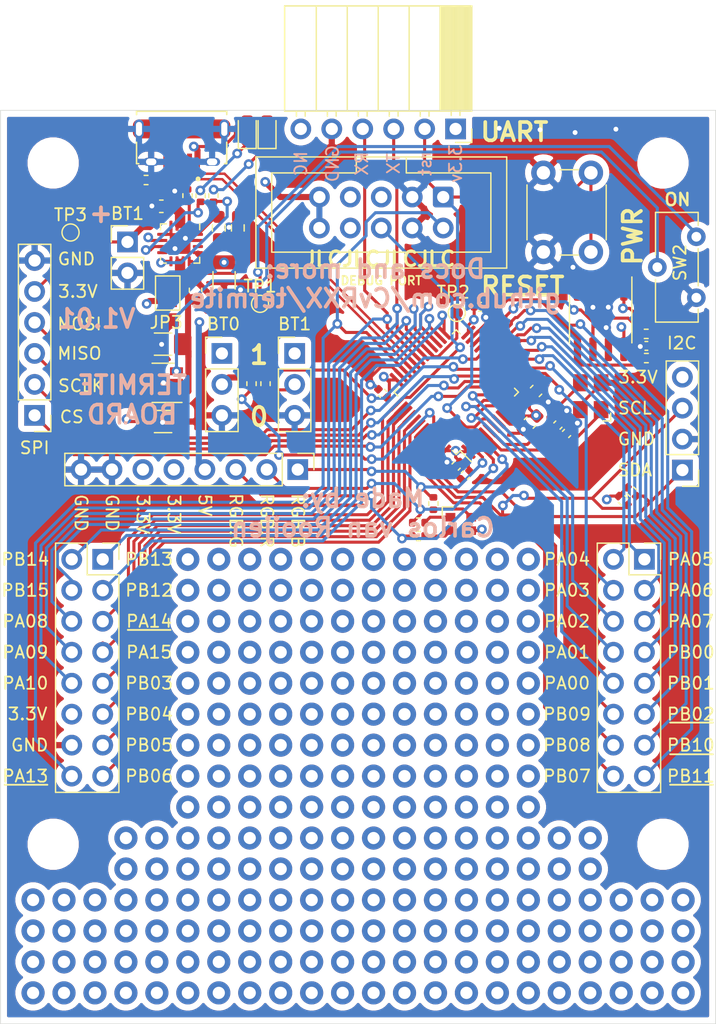
<source format=kicad_pcb>
(kicad_pcb (version 20171130) (host pcbnew 5.1.9)
  (layers (0 F.Cu signal) (1 In1.Cu signal) (2 In2.Cu signal) (31 B.Cu signal) (34 B.Paste user) (35 F.Paste user) (36 B.SilkS user) (37 F.SilkS user) (38 B.Mask user) (39 F.Mask user) (44 Edge.Cuts user))
  (net 0 "")
  (net 1 "Net-(BT1-Pad1)")
  (net 2 GND)
  (net 3 "Net-(C1-Pad1)")
  (net 4 "Net-(C2-Pad1)")
  (net 5 +3V3)
  (net 6 +5V)
  (net 7 "Net-(C12-Pad2)")
  (net 8 "Net-(D1-Pad1)")
  (net 9 "Net-(D1-Pad3)")
  (net 10 "Net-(D1-Pad2)")
  (net 11 /i2c_sda)
  (net 12 /i2c_scl)
  (net 13 /rst)
  (net 14 /uart_tx)
  (net 15 /uart_rx)
  (net 16 "Net-(J2-Pad6)")
  (net 17 /spi_sclk)
  (net 18 /spi_mosi)
  (net 19 /spi_miso)
  (net 20 /spi_cs)
  (net 21 "Net-(J4-Pad5)")
  (net 22 /swdio)
  (net 23 /swclk)
  (net 24 /RGB_R)
  (net 25 /RGB_G)
  (net 26 /RGB_B)
  (net 27 /usb_d-)
  (net 28 /usb_d+)
  (net 29 "Net-(J6-Pad4)")
  (net 30 /pa0)
  (net 31 /pa1)
  (net 32 /pa2)
  (net 33 /pa3)
  (net 34 /pa8)
  (net 35 /pa15)
  (net 36 /pb15)
  (net 37 /pb14)
  (net 38 /pb13)
  (net 39 /pb12)
  (net 40 /eeprom_sda)
  (net 41 /eeprom_scl)
  (net 42 /pb7)
  (net 43 /pb6)
  (net 44 /pb5)
  (net 45 /pb4)
  (net 46 /pb3)
  (net 47 /boot1)
  (net 48 /pb1)
  (net 49 /pb0)
  (net 50 /boot0)
  (net 51 "Net-(R1-Pad2)")
  (net 52 "Net-(R2-Pad1)")
  (net 53 "Net-(U1-Pad14)")
  (net 54 "Net-(U3-Pad4)")
  (net 55 "Net-(D2-Pad1)")
  (net 56 "Net-(D3-Pad1)")
  (net 57 "Net-(JP1-Pad2)")
  (net 58 "Net-(JP2-Pad2)")
  (net 59 "Net-(R11-Pad1)")
  (net 60 "Net-(R12-Pad2)")
  (net 61 "Net-(R13-Pad1)")
  (net 62 "Net-(SW2-Pad2)")
  (module "components:sea of holes" (layer F.Cu) (at 32.385 87.63)
    (fp_text reference REF** hide)
    (fp_text value "sea of holes")
    (pad 258 thru_hole circle (at -10.16 40.64) (size 1.9 1.9) (drill 1) (layers *.Cu *.Mask))
    (pad 257 thru_hole circle (at -10.16 38.1) (size 1.9 1.9) (drill 1) (layers *.Cu *.Mask))
    (pad 256 thru_hole circle (at -10.16 35.56) (size 1.9 1.9) (drill 1) (layers *.Cu *.Mask))
    (pad 255 thru_hole circle (at -10.16 33.02) (size 1.9 1.9) (drill 1) (layers *.Cu *.Mask))
    (pad 252 thru_hole circle (at 43.18 40.64) (size 1.9 1.9) (drill 1) (layers *.Cu *.Mask))
    (pad 251 thru_hole circle (at 43.18 38.1) (size 1.9 1.9) (drill 1) (layers *.Cu *.Mask))
    (pad 250 thru_hole circle (at 43.18 35.56) (size 1.9 1.9) (drill 1) (layers *.Cu *.Mask))
    (pad 249 thru_hole circle (at 43.18 33.02) (size 1.9 1.9) (drill 1) (layers *.Cu *.Mask))
    (pad 2 thru_hole circle (at 2.54 5.08) (size 1.9 1.9) (drill 1) (layers *.Cu *.Mask))
    (pad 3 thru_hole circle (at 5.08 5.08) (size 1.9 1.9) (drill 1) (layers *.Cu *.Mask))
    (pad 4 thru_hole circle (at 7.62 5.08) (size 1.9 1.9) (drill 1) (layers *.Cu *.Mask))
    (pad 5 thru_hole circle (at 10.16 5.08) (size 1.9 1.9) (drill 1) (layers *.Cu *.Mask))
    (pad 6 thru_hole circle (at 12.7 5.08) (size 1.9 1.9) (drill 1) (layers *.Cu *.Mask))
    (pad 7 thru_hole circle (at 15.24 5.08) (size 1.9 1.9) (drill 1) (layers *.Cu *.Mask))
    (pad 8 thru_hole circle (at 17.78 5.08) (size 1.9 1.9) (drill 1) (layers *.Cu *.Mask))
    (pad 9 thru_hole circle (at 20.32 5.08) (size 1.9 1.9) (drill 1) (layers *.Cu *.Mask))
    (pad 10 thru_hole circle (at 22.86 5.08) (size 1.9 1.9) (drill 1) (layers *.Cu *.Mask))
    (pad 11 thru_hole circle (at 25.4 5.08) (size 1.9 1.9) (drill 1) (layers *.Cu *.Mask))
    (pad 12 thru_hole circle (at 27.94 5.08) (size 1.9 1.9) (drill 1) (layers *.Cu *.Mask))
    (pad 13 thru_hole circle (at 30.48 5.08) (size 1.9 1.9) (drill 1) (layers *.Cu *.Mask))
    (pad 16 thru_hole circle (at 2.54 7.62) (size 1.9 1.9) (drill 1) (layers *.Cu *.Mask))
    (pad 17 thru_hole circle (at 5.08 7.62) (size 1.9 1.9) (drill 1) (layers *.Cu *.Mask))
    (pad 18 thru_hole circle (at 7.62 7.62) (size 1.9 1.9) (drill 1) (layers *.Cu *.Mask))
    (pad 19 thru_hole circle (at 10.16 7.62) (size 1.9 1.9) (drill 1) (layers *.Cu *.Mask))
    (pad 20 thru_hole circle (at 12.7 7.62) (size 1.9 1.9) (drill 1) (layers *.Cu *.Mask))
    (pad 21 thru_hole circle (at 15.24 7.62) (size 1.9 1.9) (drill 1) (layers *.Cu *.Mask))
    (pad 22 thru_hole circle (at 17.78 7.62) (size 1.9 1.9) (drill 1) (layers *.Cu *.Mask))
    (pad 23 thru_hole circle (at 20.32 7.62) (size 1.9 1.9) (drill 1) (layers *.Cu *.Mask))
    (pad 24 thru_hole circle (at 22.86 7.62) (size 1.9 1.9) (drill 1) (layers *.Cu *.Mask))
    (pad 25 thru_hole circle (at 25.4 7.62) (size 1.9 1.9) (drill 1) (layers *.Cu *.Mask))
    (pad 26 thru_hole circle (at 27.94 7.62) (size 1.9 1.9) (drill 1) (layers *.Cu *.Mask))
    (pad 27 thru_hole circle (at 30.48 7.62) (size 1.9 1.9) (drill 1) (layers *.Cu *.Mask))
    (pad 30 thru_hole circle (at 2.54 10.16) (size 1.9 1.9) (drill 1) (layers *.Cu *.Mask))
    (pad 31 thru_hole circle (at 5.08 10.16) (size 1.9 1.9) (drill 1) (layers *.Cu *.Mask))
    (pad 32 thru_hole circle (at 7.62 10.16) (size 1.9 1.9) (drill 1) (layers *.Cu *.Mask))
    (pad 33 thru_hole circle (at 10.16 10.16) (size 1.9 1.9) (drill 1) (layers *.Cu *.Mask))
    (pad 34 thru_hole circle (at 12.7 10.16) (size 1.9 1.9) (drill 1) (layers *.Cu *.Mask))
    (pad 35 thru_hole circle (at 15.24 10.16) (size 1.9 1.9) (drill 1) (layers *.Cu *.Mask))
    (pad 36 thru_hole circle (at 17.78 10.16) (size 1.9 1.9) (drill 1) (layers *.Cu *.Mask))
    (pad 37 thru_hole circle (at 20.32 10.16) (size 1.9 1.9) (drill 1) (layers *.Cu *.Mask))
    (pad 38 thru_hole circle (at 22.86 10.16) (size 1.9 1.9) (drill 1) (layers *.Cu *.Mask))
    (pad 39 thru_hole circle (at 25.4 10.16) (size 1.9 1.9) (drill 1) (layers *.Cu *.Mask))
    (pad 40 thru_hole circle (at 27.94 10.16) (size 1.9 1.9) (drill 1) (layers *.Cu *.Mask))
    (pad 41 thru_hole circle (at 30.48 10.16) (size 1.9 1.9) (drill 1) (layers *.Cu *.Mask))
    (pad 44 thru_hole circle (at 2.54 12.7) (size 1.9 1.9) (drill 1) (layers *.Cu *.Mask))
    (pad 45 thru_hole circle (at 5.08 12.7) (size 1.9 1.9) (drill 1) (layers *.Cu *.Mask))
    (pad 46 thru_hole circle (at 7.62 12.7) (size 1.9 1.9) (drill 1) (layers *.Cu *.Mask))
    (pad 47 thru_hole circle (at 10.16 12.7) (size 1.9 1.9) (drill 1) (layers *.Cu *.Mask))
    (pad 48 thru_hole circle (at 12.7 12.7) (size 1.9 1.9) (drill 1) (layers *.Cu *.Mask))
    (pad 49 thru_hole circle (at 15.24 12.7) (size 1.9 1.9) (drill 1) (layers *.Cu *.Mask))
    (pad 50 thru_hole circle (at 17.78 12.7) (size 1.9 1.9) (drill 1) (layers *.Cu *.Mask))
    (pad 51 thru_hole circle (at 20.32 12.7) (size 1.9 1.9) (drill 1) (layers *.Cu *.Mask))
    (pad 52 thru_hole circle (at 22.86 12.7) (size 1.9 1.9) (drill 1) (layers *.Cu *.Mask))
    (pad 53 thru_hole circle (at 25.4 12.7) (size 1.9 1.9) (drill 1) (layers *.Cu *.Mask))
    (pad 54 thru_hole circle (at 27.94 12.7) (size 1.9 1.9) (drill 1) (layers *.Cu *.Mask))
    (pad 55 thru_hole circle (at 30.48 12.7) (size 1.9 1.9) (drill 1) (layers *.Cu *.Mask))
    (pad 58 thru_hole circle (at 2.54 15.24) (size 1.9 1.9) (drill 1) (layers *.Cu *.Mask))
    (pad 59 thru_hole circle (at 5.08 15.24) (size 1.9 1.9) (drill 1) (layers *.Cu *.Mask))
    (pad 60 thru_hole circle (at 7.62 15.24) (size 1.9 1.9) (drill 1) (layers *.Cu *.Mask))
    (pad 61 thru_hole circle (at 10.16 15.24) (size 1.9 1.9) (drill 1) (layers *.Cu *.Mask))
    (pad 62 thru_hole circle (at 12.7 15.24) (size 1.9 1.9) (drill 1) (layers *.Cu *.Mask))
    (pad 63 thru_hole circle (at 15.24 15.24) (size 1.9 1.9) (drill 1) (layers *.Cu *.Mask))
    (pad 64 thru_hole circle (at 17.78 15.24) (size 1.9 1.9) (drill 1) (layers *.Cu *.Mask))
    (pad 65 thru_hole circle (at 20.32 15.24) (size 1.9 1.9) (drill 1) (layers *.Cu *.Mask))
    (pad 66 thru_hole circle (at 22.86 15.24) (size 1.9 1.9) (drill 1) (layers *.Cu *.Mask))
    (pad 67 thru_hole circle (at 25.4 15.24) (size 1.9 1.9) (drill 1) (layers *.Cu *.Mask))
    (pad 68 thru_hole circle (at 27.94 15.24) (size 1.9 1.9) (drill 1) (layers *.Cu *.Mask))
    (pad 69 thru_hole circle (at 30.48 15.24) (size 1.9 1.9) (drill 1) (layers *.Cu *.Mask))
    (pad 72 thru_hole circle (at 2.54 17.78) (size 1.9 1.9) (drill 1) (layers *.Cu *.Mask))
    (pad 73 thru_hole circle (at 5.08 17.78) (size 1.9 1.9) (drill 1) (layers *.Cu *.Mask))
    (pad 74 thru_hole circle (at 7.62 17.78) (size 1.9 1.9) (drill 1) (layers *.Cu *.Mask))
    (pad 75 thru_hole circle (at 10.16 17.78) (size 1.9 1.9) (drill 1) (layers *.Cu *.Mask))
    (pad 76 thru_hole circle (at 12.7 17.78) (size 1.9 1.9) (drill 1) (layers *.Cu *.Mask))
    (pad 77 thru_hole circle (at 15.24 17.78) (size 1.9 1.9) (drill 1) (layers *.Cu *.Mask))
    (pad 78 thru_hole circle (at 17.78 17.78) (size 1.9 1.9) (drill 1) (layers *.Cu *.Mask))
    (pad 79 thru_hole circle (at 20.32 17.78) (size 1.9 1.9) (drill 1) (layers *.Cu *.Mask))
    (pad 80 thru_hole circle (at 22.86 17.78) (size 1.9 1.9) (drill 1) (layers *.Cu *.Mask))
    (pad 81 thru_hole circle (at 25.4 17.78) (size 1.9 1.9) (drill 1) (layers *.Cu *.Mask))
    (pad 82 thru_hole circle (at 27.94 17.78) (size 1.9 1.9) (drill 1) (layers *.Cu *.Mask))
    (pad 83 thru_hole circle (at 30.48 17.78) (size 1.9 1.9) (drill 1) (layers *.Cu *.Mask))
    (pad 86 thru_hole circle (at 2.54 20.32) (size 1.9 1.9) (drill 1) (layers *.Cu *.Mask))
    (pad 87 thru_hole circle (at 5.08 20.32) (size 1.9 1.9) (drill 1) (layers *.Cu *.Mask))
    (pad 88 thru_hole circle (at 7.62 20.32) (size 1.9 1.9) (drill 1) (layers *.Cu *.Mask))
    (pad 89 thru_hole circle (at 10.16 20.32) (size 1.9 1.9) (drill 1) (layers *.Cu *.Mask))
    (pad 90 thru_hole circle (at 12.7 20.32) (size 1.9 1.9) (drill 1) (layers *.Cu *.Mask))
    (pad 91 thru_hole circle (at 15.24 20.32) (size 1.9 1.9) (drill 1) (layers *.Cu *.Mask))
    (pad 92 thru_hole circle (at 17.78 20.32) (size 1.9 1.9) (drill 1) (layers *.Cu *.Mask))
    (pad 93 thru_hole circle (at 20.32 20.32) (size 1.9 1.9) (drill 1) (layers *.Cu *.Mask))
    (pad 94 thru_hole circle (at 22.86 20.32) (size 1.9 1.9) (drill 1) (layers *.Cu *.Mask))
    (pad 95 thru_hole circle (at 25.4 20.32) (size 1.9 1.9) (drill 1) (layers *.Cu *.Mask))
    (pad 96 thru_hole circle (at 27.94 20.32) (size 1.9 1.9) (drill 1) (layers *.Cu *.Mask))
    (pad 97 thru_hole circle (at 30.48 20.32) (size 1.9 1.9) (drill 1) (layers *.Cu *.Mask))
    (pad 100 thru_hole circle (at 2.54 22.86) (size 1.9 1.9) (drill 1) (layers *.Cu *.Mask))
    (pad 101 thru_hole circle (at 5.08 22.86) (size 1.9 1.9) (drill 1) (layers *.Cu *.Mask))
    (pad 102 thru_hole circle (at 7.62 22.86) (size 1.9 1.9) (drill 1) (layers *.Cu *.Mask))
    (pad 103 thru_hole circle (at 10.16 22.86) (size 1.9 1.9) (drill 1) (layers *.Cu *.Mask))
    (pad 104 thru_hole circle (at 12.7 22.86) (size 1.9 1.9) (drill 1) (layers *.Cu *.Mask))
    (pad 105 thru_hole circle (at 15.24 22.86) (size 1.9 1.9) (drill 1) (layers *.Cu *.Mask))
    (pad 106 thru_hole circle (at 17.78 22.86) (size 1.9 1.9) (drill 1) (layers *.Cu *.Mask))
    (pad 107 thru_hole circle (at 20.32 22.86) (size 1.9 1.9) (drill 1) (layers *.Cu *.Mask))
    (pad 108 thru_hole circle (at 22.86 22.86) (size 1.9 1.9) (drill 1) (layers *.Cu *.Mask))
    (pad 109 thru_hole circle (at 25.4 22.86) (size 1.9 1.9) (drill 1) (layers *.Cu *.Mask))
    (pad 110 thru_hole circle (at 27.94 22.86) (size 1.9 1.9) (drill 1) (layers *.Cu *.Mask))
    (pad 111 thru_hole circle (at 30.48 22.86) (size 1.9 1.9) (drill 1) (layers *.Cu *.Mask))
    (pad 114 thru_hole circle (at 2.54 25.4) (size 1.9 1.9) (drill 1) (layers *.Cu *.Mask))
    (pad 115 thru_hole circle (at 5.08 25.4) (size 1.9 1.9) (drill 1) (layers *.Cu *.Mask))
    (pad 116 thru_hole circle (at 7.62 25.4) (size 1.9 1.9) (drill 1) (layers *.Cu *.Mask))
    (pad 117 thru_hole circle (at 10.16 25.4) (size 1.9 1.9) (drill 1) (layers *.Cu *.Mask))
    (pad 118 thru_hole circle (at 12.7 25.4) (size 1.9 1.9) (drill 1) (layers *.Cu *.Mask))
    (pad 119 thru_hole circle (at 15.24 25.4) (size 1.9 1.9) (drill 1) (layers *.Cu *.Mask))
    (pad 120 thru_hole circle (at 17.78 25.4) (size 1.9 1.9) (drill 1) (layers *.Cu *.Mask))
    (pad 121 thru_hole circle (at 20.32 25.4) (size 1.9 1.9) (drill 1) (layers *.Cu *.Mask))
    (pad 122 thru_hole circle (at 22.86 25.4) (size 1.9 1.9) (drill 1) (layers *.Cu *.Mask))
    (pad 123 thru_hole circle (at 25.4 25.4) (size 1.9 1.9) (drill 1) (layers *.Cu *.Mask))
    (pad 124 thru_hole circle (at 27.94 25.4) (size 1.9 1.9) (drill 1) (layers *.Cu *.Mask))
    (pad 125 thru_hole circle (at 30.48 25.4) (size 1.9 1.9) (drill 1) (layers *.Cu *.Mask))
    (pad 127 thru_hole circle (at 0 27.94) (size 1.9 1.9) (drill 1) (layers *.Cu *.Mask))
    (pad 128 thru_hole circle (at 2.54 27.94) (size 1.9 1.9) (drill 1) (layers *.Cu *.Mask))
    (pad 129 thru_hole circle (at 5.08 27.94) (size 1.9 1.9) (drill 1) (layers *.Cu *.Mask))
    (pad 130 thru_hole circle (at 7.62 27.94) (size 1.9 1.9) (drill 1) (layers *.Cu *.Mask))
    (pad 131 thru_hole circle (at 10.16 27.94) (size 1.9 1.9) (drill 1) (layers *.Cu *.Mask))
    (pad 132 thru_hole circle (at 12.7 27.94) (size 1.9 1.9) (drill 1) (layers *.Cu *.Mask))
    (pad 133 thru_hole circle (at 15.24 27.94) (size 1.9 1.9) (drill 1) (layers *.Cu *.Mask))
    (pad 134 thru_hole circle (at 17.78 27.94) (size 1.9 1.9) (drill 1) (layers *.Cu *.Mask))
    (pad 135 thru_hole circle (at 20.32 27.94) (size 1.9 1.9) (drill 1) (layers *.Cu *.Mask))
    (pad 136 thru_hole circle (at 22.86 27.94) (size 1.9 1.9) (drill 1) (layers *.Cu *.Mask))
    (pad 137 thru_hole circle (at 25.4 27.94) (size 1.9 1.9) (drill 1) (layers *.Cu *.Mask))
    (pad 138 thru_hole circle (at 27.94 27.94) (size 1.9 1.9) (drill 1) (layers *.Cu *.Mask))
    (pad 139 thru_hole circle (at 30.48 27.94) (size 1.9 1.9) (drill 1) (layers *.Cu *.Mask))
    (pad 141 thru_hole circle (at 0 30.48) (size 1.9 1.9) (drill 1) (layers *.Cu *.Mask))
    (pad 142 thru_hole circle (at 2.54 30.48) (size 1.9 1.9) (drill 1) (layers *.Cu *.Mask))
    (pad 143 thru_hole circle (at 5.08 30.48) (size 1.9 1.9) (drill 1) (layers *.Cu *.Mask))
    (pad 144 thru_hole circle (at 7.62 30.48) (size 1.9 1.9) (drill 1) (layers *.Cu *.Mask))
    (pad 145 thru_hole circle (at 10.16 30.48) (size 1.9 1.9) (drill 1) (layers *.Cu *.Mask))
    (pad 146 thru_hole circle (at 12.7 30.48) (size 1.9 1.9) (drill 1) (layers *.Cu *.Mask))
    (pad 147 thru_hole circle (at 15.24 30.48) (size 1.9 1.9) (drill 1) (layers *.Cu *.Mask))
    (pad 148 thru_hole circle (at 17.78 30.48) (size 1.9 1.9) (drill 1) (layers *.Cu *.Mask))
    (pad 149 thru_hole circle (at 20.32 30.48) (size 1.9 1.9) (drill 1) (layers *.Cu *.Mask))
    (pad 150 thru_hole circle (at 22.86 30.48) (size 1.9 1.9) (drill 1) (layers *.Cu *.Mask))
    (pad 151 thru_hole circle (at 25.4 30.48) (size 1.9 1.9) (drill 1) (layers *.Cu *.Mask))
    (pad 152 thru_hole circle (at 27.94 30.48) (size 1.9 1.9) (drill 1) (layers *.Cu *.Mask))
    (pad 153 thru_hole circle (at 30.48 30.48) (size 1.9 1.9) (drill 1) (layers *.Cu *.Mask))
    (pad 154 thru_hole circle (at 33.02 30.48) (size 1.9 1.9) (drill 1) (layers *.Cu *.Mask))
    (pad 155 thru_hole circle (at 0 33.02) (size 1.9 1.9) (drill 1) (layers *.Cu *.Mask))
    (pad 156 thru_hole circle (at 2.54 33.02) (size 1.9 1.9) (drill 1) (layers *.Cu *.Mask))
    (pad 157 thru_hole circle (at 5.08 33.02) (size 1.9 1.9) (drill 1) (layers *.Cu *.Mask))
    (pad 158 thru_hole circle (at 7.62 33.02) (size 1.9 1.9) (drill 1) (layers *.Cu *.Mask))
    (pad 159 thru_hole circle (at 10.16 33.02) (size 1.9 1.9) (drill 1) (layers *.Cu *.Mask))
    (pad 160 thru_hole circle (at 12.7 33.02) (size 1.9 1.9) (drill 1) (layers *.Cu *.Mask))
    (pad 161 thru_hole circle (at 15.24 33.02) (size 1.9 1.9) (drill 1) (layers *.Cu *.Mask))
    (pad 162 thru_hole circle (at 17.78 33.02) (size 1.9 1.9) (drill 1) (layers *.Cu *.Mask))
    (pad 163 thru_hole circle (at 20.32 33.02) (size 1.9 1.9) (drill 1) (layers *.Cu *.Mask))
    (pad 164 thru_hole circle (at 22.86 33.02) (size 1.9 1.9) (drill 1) (layers *.Cu *.Mask))
    (pad 165 thru_hole circle (at 25.4 33.02) (size 1.9 1.9) (drill 1) (layers *.Cu *.Mask))
    (pad 166 thru_hole circle (at 27.94 33.02) (size 1.9 1.9) (drill 1) (layers *.Cu *.Mask))
    (pad 167 thru_hole circle (at 30.48 33.02) (size 1.9 1.9) (drill 1) (layers *.Cu *.Mask))
    (pad 168 thru_hole circle (at 33.02 33.02) (size 1.9 1.9) (drill 1) (layers *.Cu *.Mask))
    (pad 169 thru_hole circle (at 0 35.56) (size 1.9 1.9) (drill 1) (layers *.Cu *.Mask))
    (pad 170 thru_hole circle (at 2.54 35.56) (size 1.9 1.9) (drill 1) (layers *.Cu *.Mask))
    (pad 171 thru_hole circle (at 5.08 35.56) (size 1.9 1.9) (drill 1) (layers *.Cu *.Mask))
    (pad 172 thru_hole circle (at 7.62 35.56) (size 1.9 1.9) (drill 1) (layers *.Cu *.Mask))
    (pad 173 thru_hole circle (at 10.16 35.56) (size 1.9 1.9) (drill 1) (layers *.Cu *.Mask))
    (pad 174 thru_hole circle (at 12.7 35.56) (size 1.9 1.9) (drill 1) (layers *.Cu *.Mask))
    (pad 175 thru_hole circle (at 15.24 35.56) (size 1.9 1.9) (drill 1) (layers *.Cu *.Mask))
    (pad 176 thru_hole circle (at 17.78 35.56) (size 1.9 1.9) (drill 1) (layers *.Cu *.Mask))
    (pad 177 thru_hole circle (at 20.32 35.56) (size 1.9 1.9) (drill 1) (layers *.Cu *.Mask))
    (pad 178 thru_hole circle (at 22.86 35.56) (size 1.9 1.9) (drill 1) (layers *.Cu *.Mask))
    (pad 179 thru_hole circle (at 25.4 35.56) (size 1.9 1.9) (drill 1) (layers *.Cu *.Mask))
    (pad 180 thru_hole circle (at 27.94 35.56) (size 1.9 1.9) (drill 1) (layers *.Cu *.Mask))
    (pad 181 thru_hole circle (at 30.48 35.56) (size 1.9 1.9) (drill 1) (layers *.Cu *.Mask))
    (pad 182 thru_hole circle (at 33.02 35.56) (size 1.9 1.9) (drill 1) (layers *.Cu *.Mask))
    (pad 183 thru_hole circle (at 0 38.1) (size 1.9 1.9) (drill 1) (layers *.Cu *.Mask))
    (pad 184 thru_hole circle (at 2.54 38.1) (size 1.9 1.9) (drill 1) (layers *.Cu *.Mask))
    (pad 185 thru_hole circle (at 5.08 38.1) (size 1.9 1.9) (drill 1) (layers *.Cu *.Mask))
    (pad 186 thru_hole circle (at 7.62 38.1) (size 1.9 1.9) (drill 1) (layers *.Cu *.Mask))
    (pad 187 thru_hole circle (at 10.16 38.1) (size 1.9 1.9) (drill 1) (layers *.Cu *.Mask))
    (pad 188 thru_hole circle (at 12.7 38.1) (size 1.9 1.9) (drill 1) (layers *.Cu *.Mask))
    (pad 189 thru_hole circle (at 15.24 38.1) (size 1.9 1.9) (drill 1) (layers *.Cu *.Mask))
    (pad 190 thru_hole circle (at 17.78 38.1) (size 1.9 1.9) (drill 1) (layers *.Cu *.Mask))
    (pad 191 thru_hole circle (at 20.32 38.1) (size 1.9 1.9) (drill 1) (layers *.Cu *.Mask))
    (pad 192 thru_hole circle (at 22.86 38.1) (size 1.9 1.9) (drill 1) (layers *.Cu *.Mask))
    (pad 193 thru_hole circle (at 25.4 38.1) (size 1.9 1.9) (drill 1) (layers *.Cu *.Mask))
    (pad 194 thru_hole circle (at 27.94 38.1) (size 1.9 1.9) (drill 1) (layers *.Cu *.Mask))
    (pad 195 thru_hole circle (at 30.48 38.1) (size 1.9 1.9) (drill 1) (layers *.Cu *.Mask))
    (pad 196 thru_hole circle (at 33.02 38.1) (size 1.9 1.9) (drill 1) (layers *.Cu *.Mask))
    (pad 197 thru_hole circle (at 0 40.64) (size 1.9 1.9) (drill 1) (layers *.Cu *.Mask))
    (pad 198 thru_hole circle (at 2.54 40.64) (size 1.9 1.9) (drill 1) (layers *.Cu *.Mask))
    (pad 199 thru_hole circle (at 5.08 40.64) (size 1.9 1.9) (drill 1) (layers *.Cu *.Mask))
    (pad 200 thru_hole circle (at 7.62 40.64) (size 1.9 1.9) (drill 1) (layers *.Cu *.Mask))
    (pad 201 thru_hole circle (at 10.16 40.64) (size 1.9 1.9) (drill 1) (layers *.Cu *.Mask))
    (pad 202 thru_hole circle (at 12.7 40.64) (size 1.9 1.9) (drill 1) (layers *.Cu *.Mask))
    (pad 203 thru_hole circle (at 15.24 40.64) (size 1.9 1.9) (drill 1) (layers *.Cu *.Mask))
    (pad 204 thru_hole circle (at 17.78 40.64) (size 1.9 1.9) (drill 1) (layers *.Cu *.Mask))
    (pad 205 thru_hole circle (at 20.32 40.64) (size 1.9 1.9) (drill 1) (layers *.Cu *.Mask))
    (pad 206 thru_hole circle (at 22.86 40.64) (size 1.9 1.9) (drill 1) (layers *.Cu *.Mask))
    (pad 207 thru_hole circle (at 25.4 40.64) (size 1.9 1.9) (drill 1) (layers *.Cu *.Mask))
    (pad 208 thru_hole circle (at 27.94 40.64) (size 1.9 1.9) (drill 1) (layers *.Cu *.Mask))
    (pad 209 thru_hole circle (at 30.48 40.64) (size 1.9 1.9) (drill 1) (layers *.Cu *.Mask))
    (pad 210 thru_hole circle (at 33.02 40.64) (size 1.9 1.9) (drill 1) (layers *.Cu *.Mask))
    (pad 140 thru_hole circle (at 35.56 30.48) (size 1.9 1.9) (drill 1) (layers *.Cu *.Mask))
    (pad 211 thru_hole circle (at 35.56 33.02) (size 1.9 1.9) (drill 1) (layers *.Cu *.Mask))
    (pad 212 thru_hole circle (at 35.56 35.56) (size 1.9 1.9) (drill 1) (layers *.Cu *.Mask))
    (pad 213 thru_hole circle (at 35.56 38.1) (size 1.9 1.9) (drill 1) (layers *.Cu *.Mask))
    (pad 214 thru_hole circle (at 35.56 40.64) (size 1.9 1.9) (drill 1) (layers *.Cu *.Mask))
    (pad 215 thru_hole circle (at 38.1 40.64) (size 1.9 1.9) (drill 1) (layers *.Cu *.Mask))
    (pad 216 thru_hole circle (at 38.1 38.1) (size 1.9 1.9) (drill 1) (layers *.Cu *.Mask))
    (pad 217 thru_hole circle (at 38.1 35.56) (size 1.9 1.9) (drill 1) (layers *.Cu *.Mask))
    (pad 218 thru_hole circle (at 38.1 33.02) (size 1.9 1.9) (drill 1) (layers *.Cu *.Mask))
    (pad 221 thru_hole circle (at 40.64 33.02) (size 1.9 1.9) (drill 1) (layers *.Cu *.Mask))
    (pad 222 thru_hole circle (at 40.64 35.56) (size 1.9 1.9) (drill 1) (layers *.Cu *.Mask))
    (pad 223 thru_hole circle (at 40.64 38.1) (size 1.9 1.9) (drill 1) (layers *.Cu *.Mask))
    (pad 224 thru_hole circle (at 40.64 40.64) (size 1.9 1.9) (drill 1) (layers *.Cu *.Mask))
    (pad 225 thru_hole circle (at -2.54 27.94) (size 1.9 1.9) (drill 1) (layers *.Cu *.Mask))
    (pad 228 thru_hole circle (at 33.02 27.94) (size 1.9 1.9) (drill 1) (layers *.Cu *.Mask))
    (pad 229 thru_hole circle (at 35.56 27.94) (size 1.9 1.9) (drill 1) (layers *.Cu *.Mask))
    (pad 234 thru_hole circle (at -7.62 33.02) (size 1.9 1.9) (drill 1) (layers *.Cu *.Mask))
    (pad 235 thru_hole circle (at -7.62 35.56) (size 1.9 1.9) (drill 1) (layers *.Cu *.Mask))
    (pad 236 thru_hole circle (at -7.62 38.1) (size 1.9 1.9) (drill 1) (layers *.Cu *.Mask))
    (pad 237 thru_hole circle (at -7.62 40.64) (size 1.9 1.9) (drill 1) (layers *.Cu *.Mask))
    (pad 238 thru_hole circle (at -5.08 40.64) (size 1.9 1.9) (drill 1) (layers *.Cu *.Mask))
    (pad 239 thru_hole circle (at -2.54 40.64) (size 1.9 1.9) (drill 1) (layers *.Cu *.Mask))
    (pad 240 thru_hole circle (at -2.54 38.1) (size 1.9 1.9) (drill 1) (layers *.Cu *.Mask))
    (pad 241 thru_hole circle (at -2.54 35.56) (size 1.9 1.9) (drill 1) (layers *.Cu *.Mask))
    (pad 242 thru_hole circle (at -2.54 33.02) (size 1.9 1.9) (drill 1) (layers *.Cu *.Mask))
    (pad 243 thru_hole circle (at -2.54 30.48) (size 1.9 1.9) (drill 1) (layers *.Cu *.Mask))
    (pad 245 thru_hole circle (at -5.08 33.02) (size 1.9 1.9) (drill 1) (layers *.Cu *.Mask))
    (pad 246 thru_hole circle (at -5.08 35.56) (size 1.9 1.9) (drill 1) (layers *.Cu *.Mask))
    (pad 247 thru_hole circle (at -5.08 38.1) (size 1.9 1.9) (drill 1) (layers *.Cu *.Mask))
  )
  (module Package_QFP:LQFP-48_7x7mm_P0.5mm (layer F.Cu) (at 56.9468 78.994 135)
    (fp_text reference U2 hide)
    (fp_text value STM32F103C8Tx)
    (pad 1 smd roundrect (at -4.1625 -2.75 135) (size 1.475 0.3) (layers F.Cu F.Paste F.Mask) (net 5 +3V3))
    (pad 2 smd roundrect (at -4.1625 -2.25 135) (size 1.475 0.3) (layers F.Cu F.Paste F.Mask) (net 26 /RGB_B))
    (pad 3 smd roundrect (at -4.1625 -1.75 135) (size 1.475 0.3) (layers F.Cu F.Paste F.Mask) (net 24 /RGB_R))
    (pad 4 smd roundrect (at -4.1625 -1.25 135) (size 1.475 0.3) (layers F.Cu F.Paste F.Mask) (net 25 /RGB_G))
    (pad 5 smd roundrect (at -4.1625 -0.75 135) (size 1.475 0.3) (layers F.Cu F.Paste F.Mask) (net 3 "Net-(C1-Pad1)"))
    (pad 6 smd roundrect (at -4.1625 -0.25 135) (size 1.475 0.3) (layers F.Cu F.Paste F.Mask) (net 4 "Net-(C2-Pad1)"))
    (pad 7 smd roundrect (at -4.1625 0.25 135) (size 1.475 0.3) (layers F.Cu F.Paste F.Mask) (net 13 /rst))
    (pad 8 smd roundrect (at -4.1625 0.75 135) (size 1.475 0.3) (layers F.Cu F.Paste F.Mask) (net 2 GND))
    (pad 9 smd roundrect (at -4.1625 1.25 135) (size 1.475 0.3) (layers F.Cu F.Paste F.Mask) (net 5 +3V3))
    (pad 10 smd roundrect (at -4.1625 1.75 135) (size 1.475 0.3) (layers F.Cu F.Paste F.Mask) (net 30 /pa0))
    (pad 11 smd roundrect (at -4.1625 2.25 135) (size 1.475 0.3) (layers F.Cu F.Paste F.Mask) (net 31 /pa1))
    (pad 12 smd roundrect (at -4.1625 2.75 135) (size 1.475 0.3) (layers F.Cu F.Paste F.Mask) (net 32 /pa2))
    (pad 13 smd roundrect (at -2.75 4.1625 135) (size 0.3 1.475) (layers F.Cu F.Paste F.Mask) (net 33 /pa3))
    (pad 14 smd roundrect (at -2.25 4.1625 135) (size 0.3 1.475) (layers F.Cu F.Paste F.Mask) (net 20 /spi_cs))
    (pad 15 smd roundrect (at -1.75 4.1625 135) (size 0.3 1.475) (layers F.Cu F.Paste F.Mask) (net 17 /spi_sclk))
    (pad 16 smd roundrect (at -1.25 4.1625 135) (size 0.3 1.475) (layers F.Cu F.Paste F.Mask) (net 19 /spi_miso))
    (pad 17 smd roundrect (at -0.75 4.1625 135) (size 0.3 1.475) (layers F.Cu F.Paste F.Mask) (net 18 /spi_mosi))
    (pad 18 smd roundrect (at -0.25 4.1625 135) (size 0.3 1.475) (layers F.Cu F.Paste F.Mask) (net 49 /pb0))
    (pad 19 smd roundrect (at 0.25 4.1625 135) (size 0.3 1.475) (layers F.Cu F.Paste F.Mask) (net 48 /pb1))
    (pad 20 smd roundrect (at 0.75 4.1625 135) (size 0.3 1.475) (layers F.Cu F.Paste F.Mask) (net 47 /boot1))
    (pad 21 smd roundrect (at 1.25 4.1625 135) (size 0.3 1.475) (layers F.Cu F.Paste F.Mask) (net 41 /eeprom_scl))
    (pad 22 smd roundrect (at 1.75 4.1625 135) (size 0.3 1.475) (layers F.Cu F.Paste F.Mask) (net 40 /eeprom_sda))
    (pad 23 smd roundrect (at 2.25 4.1625 135) (size 0.3 1.475) (layers F.Cu F.Paste F.Mask) (net 2 GND))
    (pad 24 smd roundrect (at 2.75 4.1625 135) (size 0.3 1.475) (layers F.Cu F.Paste F.Mask) (net 5 +3V3))
    (pad 25 smd roundrect (at 4.1625 2.75 135) (size 1.475 0.3) (layers F.Cu F.Paste F.Mask) (net 39 /pb12))
    (pad 26 smd roundrect (at 4.1625 2.25 135) (size 1.475 0.3) (layers F.Cu F.Paste F.Mask) (net 38 /pb13))
    (pad 27 smd roundrect (at 4.1625 1.75 135) (size 1.475 0.3) (layers F.Cu F.Paste F.Mask) (net 37 /pb14))
    (pad 28 smd roundrect (at 4.1625 1.25 135) (size 1.475 0.3) (layers F.Cu F.Paste F.Mask) (net 36 /pb15))
    (pad 29 smd roundrect (at 4.1625 0.75 135) (size 1.475 0.3) (layers F.Cu F.Paste F.Mask) (net 34 /pa8))
    (pad 30 smd roundrect (at 4.1625 0.25 135) (size 1.475 0.3) (layers F.Cu F.Paste F.Mask) (net 14 /uart_tx))
    (pad 31 smd roundrect (at 4.1625 -0.25 135) (size 1.475 0.3) (layers F.Cu F.Paste F.Mask) (net 15 /uart_rx))
    (pad 32 smd roundrect (at 4.1625 -0.75 135) (size 1.475 0.3) (layers F.Cu F.Paste F.Mask) (net 27 /usb_d-))
    (pad 33 smd roundrect (at 4.1625 -1.25 135) (size 1.475 0.3) (layers F.Cu F.Paste F.Mask) (net 28 /usb_d+))
    (pad 34 smd roundrect (at 4.1625 -1.75 135) (size 1.475 0.3) (layers F.Cu F.Paste F.Mask) (net 22 /swdio))
    (pad 35 smd roundrect (at 4.1625 -2.25 135) (size 1.475 0.3) (layers F.Cu F.Paste F.Mask) (net 2 GND))
    (pad 36 smd roundrect (at 4.1625 -2.75 135) (size 1.475 0.3) (layers F.Cu F.Paste F.Mask) (net 5 +3V3))
    (pad 37 smd roundrect (at 2.75 -4.1625 135) (size 0.3 1.475) (layers F.Cu F.Paste F.Mask) (net 23 /swclk))
    (pad 38 smd roundrect (at 2.25 -4.1625 135) (size 0.3 1.475) (layers F.Cu F.Paste F.Mask) (net 35 /pa15))
    (pad 39 smd roundrect (at 1.75 -4.1625 135) (size 0.3 1.475) (layers F.Cu F.Paste F.Mask) (net 46 /pb3))
    (pad 40 smd roundrect (at 1.25 -4.1625 135) (size 0.3 1.475) (layers F.Cu F.Paste F.Mask) (net 45 /pb4))
    (pad 41 smd roundrect (at 0.75 -4.1625 135) (size 0.3 1.475) (layers F.Cu F.Paste F.Mask) (net 44 /pb5))
    (pad 42 smd roundrect (at 0.25 -4.1625 135) (size 0.3 1.475) (layers F.Cu F.Paste F.Mask) (net 43 /pb6))
    (pad 43 smd roundrect (at -0.25 -4.1625 135) (size 0.3 1.475) (layers F.Cu F.Paste F.Mask) (net 42 /pb7))
    (pad 44 smd roundrect (at -0.75 -4.1625 135) (size 0.3 1.475) (layers F.Cu F.Paste F.Mask) (net 50 /boot0))
    (pad 45 smd roundrect (at -1.25 -4.1625 135) (size 0.3 1.475) (layers F.Cu F.Paste F.Mask) (net 12 /i2c_scl))
    (pad 46 smd roundrect (at -1.75 -4.1625 135) (size 0.3 1.475) (layers F.Cu F.Paste F.Mask) (net 11 /i2c_sda))
    (pad 47 smd roundrect (at -2.25 -4.1625 135) (size 0.3 1.475) (layers F.Cu F.Paste F.Mask) (net 2 GND))
    (pad 48 smd roundrect (at -2.75 -4.1625 135) (size 0.3 1.475) (layers F.Cu F.Paste F.Mask) (net 5 +3V3))
  )
  (module Capacitor_SMD:C_0402_1005Metric (layer F.Cu) (at 50.9 79.1 135)
    (fp_text reference C6 hide)
    (fp_text value 100nF)
    (pad 1 smd roundrect (at -0.48 0 135) (size 0.56 0.62) (layers F.Cu F.Paste F.Mask) (net 5 +3V3))
    (pad 2 smd roundrect (at 0.48 0 135) (size 0.56 0.62) (layers F.Cu F.Paste F.Mask) (net 2 GND))
  )
  (module TestPoint:TestPoint_Pad_D1.0mm (layer F.Cu) (at 25.3 65.9)
    (fp_text reference TP3 (at 0 -1.448) (layer F.SilkS))
    (fp_text value batvoltage)
    (pad 1 smd circle (at 0 0) (size 1 1) (layers F.Cu F.Mask) (net 1 "Net-(BT1-Pad1)"))
  )
  (module TestPoint:TestPoint_Pad_D1.0mm (layer F.Cu) (at 56.9976 72.4916)
    (fp_text reference TP2 (at -0.2976 -1.6916) (layer F.SilkS))
    (fp_text value clockTestingPoint)
    (pad 1 smd circle (at 0 0) (size 1 1) (layers F.Cu F.Mask) (net 34 /pa8))
  )
  (module TestPoint:TestPoint_Pad_D1.0mm (layer F.Cu) (at 40.85 71.75)
    (fp_text reference TP1 (at 0 -1.448) (layer F.SilkS))
    (fp_text value chargerOutput)
    (pad 1 smd circle (at 0 0) (size 1 1) (layers F.Cu F.Mask) (net 7 "Net-(C12-Pad2)"))
  )
  (module components:K301235D (layer F.Cu) (at 75.05 68.75 90)
    (fp_text reference SW2 (at 0.381 0.254 90) (layer F.SilkS))
    (fp_text value pw_sw)
    (pad 2 thru_hole circle (at 0 -1.6 90) (size 1.524 1.524) (drill 0.8) (layers *.Cu *.Mask) (net 62 "Net-(SW2-Pad2)"))
    (pad 3 thru_hole circle (at 2.5 1.6 90) (size 1.524 1.524) (drill 0.8) (layers *.Cu *.Mask) (net 7 "Net-(C12-Pad2)"))
    (pad 1 thru_hole circle (at -2.5 1.6 90) (size 1.524 1.524) (drill 0.8) (layers *.Cu *.Mask) (net 2 GND))
  )
  (module Resistor_SMD:R_0402_1005Metric (layer F.Cu) (at 41.3 78.3 90)
    (fp_text reference R15 hide)
    (fp_text value 10kΩ)
    (pad 2 smd roundrect (at 0.51 0 90) (size 0.54 0.64) (layers F.Cu F.Paste F.Mask) (net 47 /boot1))
    (pad 1 smd roundrect (at -0.51 0 90) (size 0.54 0.64) (layers F.Cu F.Paste F.Mask) (net 58 "Net-(JP2-Pad2)"))
  )
  (module Resistor_SMD:R_0402_1005Metric (layer F.Cu) (at 40.15 78.3 270)
    (fp_text reference R14 hide)
    (fp_text value 10kΩ)
    (pad 2 smd roundrect (at 0.51 0 270) (size 0.54 0.64) (layers F.Cu F.Paste F.Mask) (net 50 /boot0))
    (pad 1 smd roundrect (at -0.51 0 270) (size 0.54 0.64) (layers F.Cu F.Paste F.Mask) (net 57 "Net-(JP1-Pad2)"))
  )
  (module Resistor_SMD:R_0402_1005Metric (layer F.Cu) (at 35.975 62.875 90)
    (fp_text reference R13 hide)
    (fp_text value 100)
    (pad 2 smd roundrect (at 0.51 0 90) (size 0.54 0.64) (layers F.Cu F.Paste F.Mask) (net 56 "Net-(D3-Pad1)"))
    (pad 1 smd roundrect (at -0.51 0 90) (size 0.54 0.64) (layers F.Cu F.Paste F.Mask) (net 61 "Net-(R13-Pad1)"))
  )
  (module Resistor_SMD:R_0402_1005Metric (layer F.Cu) (at 37.025 62.875 270)
    (fp_text reference R12 hide)
    (fp_text value 150)
    (pad 2 smd roundrect (at 0.51 0 270) (size 0.54 0.64) (layers F.Cu F.Paste F.Mask) (net 60 "Net-(R12-Pad2)"))
    (pad 1 smd roundrect (at -0.51 0 270) (size 0.54 0.64) (layers F.Cu F.Paste F.Mask) (net 55 "Net-(D2-Pad1)"))
  )
  (module Resistor_SMD:R_0603_1608Metric_Pad0.98x0.95mm_HandSolder (layer F.Cu) (at 39.025 65.525 90)
    (fp_text reference R11 hide)
    (fp_text value 3.0K)
    (pad 1 smd roundrect (at -0.9125 0 90) (size 0.975 0.95) (layers F.Cu F.Paste F.Mask) (net 59 "Net-(R11-Pad1)"))
    (pad 2 smd roundrect (at 0.9125 0 90) (size 0.975 0.95) (layers F.Cu F.Paste F.Mask) (net 2 GND))
  )
  (module Resistor_SMD:R_0603_1608Metric_Pad0.98x0.95mm_HandSolder (layer F.Cu) (at 37.465 65.532 90)
    (fp_text reference R1 hide)
    (fp_text value 1.8kΩ)
    (pad 2 smd roundrect (at 0.9125 0 90) (size 0.975 0.95) (layers F.Cu F.Paste F.Mask) (net 51 "Net-(R1-Pad2)"))
    (pad 1 smd roundrect (at -0.9125 0 90) (size 0.975 0.95) (layers F.Cu F.Paste F.Mask) (net 2 GND))
  )
  (module LED_SMD:LED_0603_1608Metric (layer F.Cu) (at 39.8 57.525 90)
    (fp_text reference D3 hide)
    (fp_text value green_led)
    (pad 2 smd roundrect (at 0.7875 0 90) (size 0.875 0.95) (layers F.Cu F.Paste F.Mask) (net 6 +5V))
    (pad 1 smd roundrect (at -0.7875 0 90) (size 0.875 0.95) (layers F.Cu F.Paste F.Mask) (net 56 "Net-(D3-Pad1)"))
  )
  (module LED_SMD:LED_0603_1608Metric (layer F.Cu) (at 41.425 57.525 90)
    (fp_text reference D2 hide)
    (fp_text value red_led)
    (pad 2 smd roundrect (at 0.7875 0 90) (size 0.875 0.95) (layers F.Cu F.Paste F.Mask) (net 6 +5V))
    (pad 1 smd roundrect (at -0.7875 0 90) (size 0.875 0.95) (layers F.Cu F.Paste F.Mask) (net 55 "Net-(D2-Pad1)"))
  )
  (module MountingHole:MountingHole_3.2mm_M3 (layer F.Cu) (at 73.914 116.078)
    (fp_text reference REF** hide)
    (fp_text value MountingHole_3.2mm_M3)
    (pad 1 np_thru_hole circle (at 0 0) (size 3.2 3.2) (drill 3.2) (layers *.Cu *.Mask))
  )
  (module MountingHole:MountingHole_3.2mm_M3 (layer F.Cu) (at 23.876 116.078)
    (fp_text reference REF** hide)
    (fp_text value MountingHole_3.2mm_M3)
    (pad 1 np_thru_hole circle (at 0 0) (size 3.2 3.2) (drill 3.2) (layers *.Cu *.Mask))
  )
  (module MountingHole:MountingHole_3.2mm_M3 (layer F.Cu) (at 23.876 60.198)
    (fp_text reference REF** hide)
    (fp_text value MountingHole_3.2mm_M3)
    (pad 1 np_thru_hole circle (at 0 0) (size 3.2 3.2) (drill 3.2) (layers *.Cu *.Mask))
  )
  (module MountingHole:MountingHole_3.2mm_M3 (layer F.Cu) (at 73.914 60.198)
    (fp_text reference REF** hide)
    (fp_text value MountingHole_3.2mm_M3)
    (pad 1 np_thru_hole circle (at 0 0) (size 3.2 3.2) (drill 3.2) (layers *.Cu *.Mask))
  )
  (module components:K2-6639DP-E4SW-04 (layer F.Cu) (at 68 61 270)
    (fp_text reference SW1 hide)
    (fp_text value "reset button")
    (pad 2 thru_hole circle (at 6.5 3.9) (size 2 2) (drill 1.1) (layers *.Cu *.Mask) (net 2 GND))
    (pad 2 thru_hole circle (at 0 3.9) (size 2 2) (drill 1.1) (layers *.Cu *.Mask) (net 2 GND))
    (pad 1 thru_hole circle (at 6.5 0) (size 2 2) (drill 1.1) (layers *.Cu *.Mask) (net 13 /rst))
    (pad 1 thru_hole circle (at 0 0) (size 2 2) (drill 1.1) (layers *.Cu *.Mask) (net 13 /rst))
  )
  (module Connector_IDC:IDC-Header_2x05_P2.54mm_Vertical (layer F.Cu) (at 55.88 62.992 270)
    (fp_text reference J4 hide)
    (fp_text value "debug header")
    (pad 10 thru_hole circle (at 2.54 10.16 270) (size 1.7 1.7) (drill 1) (layers *.Cu *.Mask) (net 6 +5V))
    (pad 8 thru_hole circle (at 2.54 7.62 270) (size 1.7 1.7) (drill 1) (layers *.Cu *.Mask) (net 5 +3V3))
    (pad 6 thru_hole circle (at 2.54 5.08 270) (size 1.7 1.7) (drill 1) (layers *.Cu *.Mask) (net 23 /swclk))
    (pad 4 thru_hole circle (at 2.54 2.54 270) (size 1.7 1.7) (drill 1) (layers *.Cu *.Mask) (net 2 GND))
    (pad 2 thru_hole circle (at 2.54 0 270) (size 1.7 1.7) (drill 1) (layers *.Cu *.Mask) (net 22 /swdio))
    (pad 9 thru_hole circle (at 0 10.16 270) (size 1.7 1.7) (drill 1) (layers *.Cu *.Mask) (net 6 +5V))
    (pad 7 thru_hole circle (at 0 7.62 270) (size 1.7 1.7) (drill 1) (layers *.Cu *.Mask) (net 5 +3V3))
    (pad 5 thru_hole circle (at 0 5.08 270) (size 1.7 1.7) (drill 1) (layers *.Cu *.Mask) (net 21 "Net-(J4-Pad5)"))
    (pad 3 thru_hole circle (at 0 2.54 270) (size 1.7 1.7) (drill 1) (layers *.Cu *.Mask) (net 2 GND))
    (pad 1 thru_hole roundrect (at 0 0 270) (size 1.7 1.7) (drill 1) (layers *.Cu *.Mask) (roundrect_rratio 0.1470588235294118) (net 13 /rst))
  )
  (module components:FM-B2020RGBA-HG (layer F.Cu) (at 57.325 89.8 180)
    (fp_text reference D1 hide)
    (fp_text value FM-B2020RGBA-HG)
    (pad 4 smd rect (at -0.8509 -0.5539 180) (size 0.8 0.7) (layers F.Cu F.Paste F.Mask) (net 5 +3V3))
    (pad 2 smd rect (at 0.8491 -0.5539 180) (size 0.8 0.7) (layers F.Cu F.Paste F.Mask) (net 10 "Net-(D1-Pad2)"))
    (pad 3 smd rect (at -0.8509 0.5461 180) (size 0.8 0.7) (layers F.Cu F.Paste F.Mask) (net 9 "Net-(D1-Pad3)"))
    (pad 1 smd rect (at 0.8491 0.5461 180) (size 0.8 0.7) (layers F.Cu F.Paste F.Mask) (net 8 "Net-(D1-Pad1)"))
  )
  (module components:YSX321SL (layer F.Cu) (at 67.9704 79.3242 90)
    (fp_text reference Y1 hide)
    (fp_text value X322516MLB4SI)
    (pad 2 smd rect (at 1.0951 0.8618 90) (size 1.4 1.2) (layers F.Cu F.Paste F.Mask) (net 2 GND))
    (pad 1 smd rect (at -1.1049 0.8618 90) (size 1.4 1.2) (layers F.Cu F.Paste F.Mask) (net 3 "Net-(C1-Pad1)"))
    (pad 3 smd rect (at 1.0951 -0.8382 90) (size 1.4 1.2) (layers F.Cu F.Paste F.Mask) (net 4 "Net-(C2-Pad1)"))
    (pad 4 smd rect (at -1.1049 -0.8382 90) (size 1.4 1.2) (layers F.Cu F.Paste F.Mask) (net 2 GND))
  )
  (module Resistor_SMD:R_0402_1005Metric (layer F.Cu) (at 70.633915 87.87863 315)
    (fp_text reference R10 hide)
    (fp_text value 4.7kΩ)
    (pad 1 smd roundrect (at -0.51 0 315) (size 0.54 0.64) (layers F.Cu F.Paste F.Mask) (net 5 +3V3))
    (pad 2 smd roundrect (at 0.51 0 315) (size 0.54 0.64) (layers F.Cu F.Paste F.Mask) (net 12 /i2c_scl))
  )
  (module Resistor_SMD:R_0402_1005Metric (layer F.Cu) (at 71.353749 87.161624 135)
    (fp_text reference R9 hide)
    (fp_text value 4.7kΩ)
    (pad 1 smd roundrect (at -0.51 0 135) (size 0.54 0.64) (layers F.Cu F.Paste F.Mask) (net 11 /i2c_sda))
    (pad 2 smd roundrect (at 0.51 0 135) (size 0.54 0.64) (layers F.Cu F.Paste F.Mask) (net 5 +3V3))
  )
  (module Resistor_SMD:R_0402_1005Metric (layer F.Cu) (at 72.5374 74.2152)
    (fp_text reference R8 hide)
    (fp_text value 4.7kΩ)
    (pad 2 smd roundrect (at 0.51 0) (size 0.54 0.64) (layers F.Cu F.Paste F.Mask) (net 5 +3V3))
    (pad 1 smd roundrect (at -0.51 0) (size 0.54 0.64) (layers F.Cu F.Paste F.Mask) (net 41 /eeprom_scl))
  )
  (module Resistor_SMD:R_0402_1005Metric (layer F.Cu) (at 72.55 76.2 180)
    (fp_text reference R7 hide)
    (fp_text value 4.7kΩ)
    (pad 2 smd roundrect (at 0.51 0 180) (size 0.54 0.64) (layers F.Cu F.Paste F.Mask) (net 40 /eeprom_sda))
    (pad 1 smd roundrect (at -0.51 0 180) (size 0.54 0.64) (layers F.Cu F.Paste F.Mask) (net 5 +3V3))
  )
  (module Package_TO_SOT_SMD:SOT-23-5 (layer F.Cu) (at 32.893 78.232 180)
    (fp_text reference U3 hide)
    (fp_text value LP5907MFX-3.3)
    (pad 1 smd rect (at -1.1 -0.95 180) (size 1.06 0.65) (layers F.Cu F.Paste F.Mask) (net 7 "Net-(C12-Pad2)"))
    (pad 2 smd rect (at -1.1 0 180) (size 1.06 0.65) (layers F.Cu F.Paste F.Mask) (net 2 GND))
    (pad 3 smd rect (at -1.1 0.95 180) (size 1.06 0.65) (layers F.Cu F.Paste F.Mask) (net 62 "Net-(SW2-Pad2)"))
    (pad 4 smd rect (at 1.1 0.95 180) (size 1.06 0.65) (layers F.Cu F.Paste F.Mask) (net 54 "Net-(U3-Pad4)"))
    (pad 5 smd rect (at 1.1 -0.95 180) (size 1.06 0.65) (layers F.Cu F.Paste F.Mask) (net 5 +3V3))
  )
  (module components:AMPHENOL_10118194-0001LF (layer F.Cu) (at 34.417 57.404 180)
    (fp_text reference J6 hide)
    (fp_text value USB_B_Micro)
    (fp_poly (pts (xy 2.3 0.78) (xy 2.3 -0.775) (xy 3.4975 -0.775) (xy 3.4975 -0.575) (xy 3.485731 -0.574662) (xy 3.472748 -0.57364) (xy 3.459836 -0.571941) (xy 3.447031 -0.569567) (xy 3.434368 -0.566527) (xy 3.421881 -0.562828) (xy 3.409605 -0.558481) (xy 3.397573 -0.553497) (xy 3.385818 -0.547891) (xy 3.374373 -0.541677) (xy 3.363269 -0.534872) (xy 3.352537 -0.527496) (xy 3.342205 -0.519567) (xy 3.332302 -0.51111) (xy 3.322855 -0.502145) (xy 3.31389 -0.492698) (xy 3.305433 -0.482795) (xy 3.297504 -0.472463) (xy 3.290128 -0.461731) (xy 3.283323 -0.450627) (xy 3.277109 -0.439182) (xy 3.271503 -0.427427) (xy 3.266519 -0.415395) (xy 3.262172 -0.403119) (xy 3.258473 -0.390632) (xy 3.255433 -0.377969) (xy 3.253059 -0.365164) (xy 3.25136 -0.352252) (xy 3.250338 -0.339269) (xy 3.25 -0.325) (xy 3.25 -0.315) (xy 3.25 0.315) (xy 3.25 0.325) (xy 3.250343 0.338084) (xy 3.25137 0.351132) (xy 3.253078 0.364109) (xy 3.255463 0.376978) (xy 3.258519 0.389705) (xy 3.262236 0.402254) (xy 3.266605 0.414592) (xy 3.271614 0.426684) (xy 3.277248 0.438498) (xy 3.283494 0.45) (xy 3.290332 0.46116) (xy 3.297746 0.471946) (xy 3.305714 0.48233) (xy 3.314214 0.492283) (xy 3.323223 0.501777) (xy 3.332717 0.510786) (xy 3.34267 0.519286) (xy 3.353054 0.527254) (xy 3.36384 0.534668) (xy 3.375 0.541506) (xy 3.386502 0.547752) (xy 3.398316 0.553386) (xy 3.410408 0.558395) (xy 3.422746 0.562764) (xy 3.435295 0.566481) (xy 3.448022 0.569537) (xy 3.460891 0.571922) (xy 3.473868 0.57363) (xy 3.486916 0.574657) (xy 3.5 0.575) (xy 3.513084 0.574657) (xy 3.526132 0.57363) (xy 3.539109 0.571922) (xy 3.551978 0.569537) (xy 3.564705 0.566481) (xy 3.577254 0.562764) (xy 3.589592 0.558395) (xy 3.601684 0.553386) (xy 3.613498 0.547752) (xy 3.625 0.541506) (xy 3.63616 0.534668) (xy 3.646946 0.527254) (xy 3.65733 0.519286) (xy 3.667283 0.510786) (xy 3.676777 0.501777) (xy 3.685786 0.492283) (xy 3.694286 0.48233) (xy 3.702254 0.471946) (xy 3.709668 0.46116) (xy 3.716506 0.45) (xy 3.722752 0.438498) (xy 3.728386 0.426684) (xy 3.733395 0.414592) (xy 3.737764 0.402254) (xy 3.741481 0.389705) (xy 3.744537 0.376978) (xy 3.746922 0.364109) (xy 3.74863 0.351132) (xy 3.749657 0.338084) (xy 3.75 0.325) (xy 3.75 -0.325) (xy 3.749662 -0.339269) (xy 3.74864 -0.352252) (xy 3.746941 -0.365164) (xy 3.744567 -0.377969) (xy 3.741527 -0.390632) (xy 3.737828 -0.403119) (xy 3.733481 -0.415395) (xy 3.728497 -0.427427) (xy 3.722891 -0.439182) (xy 3.716677 -0.450627) (xy 3.709872 -0.461731) (xy 3.702496 -0.472463) (xy 3.694567 -0.482795) (xy 3.68611 -0.492698) (xy 3.677145 -0.502145) (xy 3.667698 -0.51111) (xy 3.657795 -0.519567) (xy 3.647463 -0.527496) (xy 3.636731 -0.534872) (xy 3.625627 -0.541677) (xy 3.614182 -0.547891) (xy 3.602427 -0.553497) (xy 3.590395 -0.558481) (xy 3.578119 -0.562828) (xy 3.565632 -0.566527) (xy 3.552969 -0.569567) (xy 3.540164 -0.571941) (xy 3.527252 -0.57364) (xy 3.514269 -0.574662) (xy 3.5025 -0.575) (xy 3.5025 -0.775) (xy 3.527353 -0.774318) (xy 3.553384 -0.772269) (xy 3.579272 -0.768861) (xy 3.604946 -0.764103) (xy 3.630336 -0.758007) (xy 3.655373 -0.750591) (xy 3.679987 -0.741875) (xy 3.704111 -0.731882) (xy 3.727678 -0.720641) (xy 3.750626 -0.708182) (xy 3.77289 -0.694538) (xy 3.794409 -0.679748) (xy 3.815125 -0.663853) (xy 3.83498 -0.646895) (xy 3.853921 -0.628921) (xy 3.871895 -0.60998) (xy 3.888853 -0.590125) (xy 3.904748 -0.569409) (xy 3.919538 -0.54789) (xy 3.933182 -0.525626) (xy 3.945641 -0.502678) (xy 3.956882 -0.479111) (xy 3.966875 -0.454987) (xy 3.975591 -0.430373) (xy 3.983007 -0.405336) (xy 3.989103 -0.379946) (xy 3.993861 -0.354272) (xy 3.997269 -0.328384) (xy 3.999318 -0.302353) (xy 4 -0.275) (xy 4 0.275) (xy 3.999315 0.301168) (xy 3.997261 0.327264) (xy 3.993844 0.353217) (xy 3.989074 0.378956) (xy 3.982963 0.40441) (xy 3.975528 0.429508) (xy 3.96679 0.454184) (xy 3.956773 0.478368) (xy 3.945503 0.501995) (xy 3.933013 0.525) (xy 3.919335 0.54732) (xy 3.904508 0.568893) (xy 3.888573 0.58966) (xy 3.871572 0.609565) (xy 3.853553 0.628553) (xy 3.834565 0.646572) (xy 3.81466 0.663573) (xy 3.793893 0.679508) (xy 3.77232 0.694335) (xy 3.75 0.708013) (xy 3.726995 0.720503) (xy 3.703368 0.731773) (xy 3.679184 0.74179) (xy 3.654508 0.750528) (xy 3.62941 0.757963) (xy 3.603956 0.764074) (xy 3.578217 0.768844) (xy 3.552264 0.772261) (xy 3.526168 0.774315) (xy 3.5 0.775) (xy 2.305 0.775) (xy 2.305 0.78) (xy 2.3 0.78)) (layer F.Cu) (width 0.001))
    (fp_poly (pts (xy -2.3 -0.78) (xy -2.3 0.775) (xy -3.4975 0.775) (xy -3.4975 0.575) (xy -3.485731 0.574662) (xy -3.472748 0.57364) (xy -3.459836 0.571941) (xy -3.447031 0.569567) (xy -3.434368 0.566527) (xy -3.421881 0.562828) (xy -3.409605 0.558481) (xy -3.397573 0.553497) (xy -3.385818 0.547891) (xy -3.374373 0.541677) (xy -3.363269 0.534872) (xy -3.352537 0.527496) (xy -3.342205 0.519567) (xy -3.332302 0.51111) (xy -3.322855 0.502145) (xy -3.31389 0.492698) (xy -3.305433 0.482795) (xy -3.297504 0.472463) (xy -3.290128 0.461731) (xy -3.283323 0.450627) (xy -3.277109 0.439182) (xy -3.271503 0.427427) (xy -3.266519 0.415395) (xy -3.262172 0.403119) (xy -3.258473 0.390632) (xy -3.255433 0.377969) (xy -3.253059 0.365164) (xy -3.25136 0.352252) (xy -3.250338 0.339269) (xy -3.25 0.325) (xy -3.25 0.315) (xy -3.25 -0.315) (xy -3.25 -0.325) (xy -3.250343 -0.338084) (xy -3.25137 -0.351132) (xy -3.253078 -0.364109) (xy -3.255463 -0.376978) (xy -3.258519 -0.389705) (xy -3.262236 -0.402254) (xy -3.266605 -0.414592) (xy -3.271614 -0.426684) (xy -3.277248 -0.438498) (xy -3.283494 -0.45) (xy -3.290332 -0.46116) (xy -3.297746 -0.471946) (xy -3.305714 -0.48233) (xy -3.314214 -0.492283) (xy -3.323223 -0.501777) (xy -3.332717 -0.510786) (xy -3.34267 -0.519286) (xy -3.353054 -0.527254) (xy -3.36384 -0.534668) (xy -3.375 -0.541506) (xy -3.386502 -0.547752) (xy -3.398316 -0.553386) (xy -3.410408 -0.558395) (xy -3.422746 -0.562764) (xy -3.435295 -0.566481) (xy -3.448022 -0.569537) (xy -3.460891 -0.571922) (xy -3.473868 -0.57363) (xy -3.486916 -0.574657) (xy -3.5 -0.575) (xy -3.513084 -0.574657) (xy -3.526132 -0.57363) (xy -3.539109 -0.571922) (xy -3.551978 -0.569537) (xy -3.564705 -0.566481) (xy -3.577254 -0.562764) (xy -3.589592 -0.558395) (xy -3.601684 -0.553386) (xy -3.613498 -0.547752) (xy -3.625 -0.541506) (xy -3.63616 -0.534668) (xy -3.646946 -0.527254) (xy -3.65733 -0.519286) (xy -3.667283 -0.510786) (xy -3.676777 -0.501777) (xy -3.685786 -0.492283) (xy -3.694286 -0.48233) (xy -3.702254 -0.471946) (xy -3.709668 -0.46116) (xy -3.716506 -0.45) (xy -3.722752 -0.438498) (xy -3.728386 -0.426684) (xy -3.733395 -0.414592) (xy -3.737764 -0.402254) (xy -3.741481 -0.389705) (xy -3.744537 -0.376978) (xy -3.746922 -0.364109) (xy -3.74863 -0.351132) (xy -3.749657 -0.338084) (xy -3.75 -0.325) (xy -3.75 0.325) (xy -3.749662 0.339269) (xy -3.74864 0.352252) (xy -3.746941 0.365164) (xy -3.744567 0.377969) (xy -3.741527 0.390632) (xy -3.737828 0.403119) (xy -3.733481 0.415395) (xy -3.728497 0.427427) (xy -3.722891 0.439182) (xy -3.716677 0.450627) (xy -3.709872 0.461731) (xy -3.702496 0.472463) (xy -3.694567 0.482795) (xy -3.68611 0.492698) (xy -3.677145 0.502145) (xy -3.667698 0.51111) (xy -3.657795 0.519567) (xy -3.647463 0.527496) (xy -3.636731 0.534872) (xy -3.625627 0.541677) (xy -3.614182 0.547891) (xy -3.602427 0.553497) (xy -3.590395 0.558481) (xy -3.578119 0.562828) (xy -3.565632 0.566527) (xy -3.552969 0.569567) (xy -3.540164 0.571941) (xy -3.527252 0.57364) (xy -3.514269 0.574662) (xy -3.5025 0.575) (xy -3.5025 0.775) (xy -3.527353 0.774318) (xy -3.553384 0.772269) (xy -3.579272 0.768861) (xy -3.604946 0.764103) (xy -3.630336 0.758007) (xy -3.655373 0.750591) (xy -3.679987 0.741875) (xy -3.704111 0.731882) (xy -3.727678 0.720641) (xy -3.750626 0.708182) (xy -3.77289 0.694538) (xy -3.794409 0.679748) (xy -3.815125 0.663853) (xy -3.83498 0.646895) (xy -3.853921 0.628921) (xy -3.871895 0.60998) (xy -3.888853 0.590125) (xy -3.904748 0.569409) (xy -3.919538 0.54789) (xy -3.933182 0.525626) (xy -3.945641 0.502678) (xy -3.956882 0.479111) (xy -3.966875 0.454987) (xy -3.975591 0.430373) (xy -3.983007 0.405336) (xy -3.989103 0.379946) (xy -3.993861 0.354272) (xy -3.997269 0.328384) (xy -3.999318 0.302353) (xy -4 0.275) (xy -4 -0.275) (xy -3.999315 -0.301168) (xy -3.997261 -0.327264) (xy -3.993844 -0.353217) (xy -3.989074 -0.378956) (xy -3.982963 -0.40441) (xy -3.975528 -0.429508) (xy -3.96679 -0.454184) (xy -3.956773 -0.478368) (xy -3.945503 -0.501995) (xy -3.933013 -0.525) (xy -3.919335 -0.54732) (xy -3.904508 -0.568893) (xy -3.888573 -0.58966) (xy -3.871572 -0.609565) (xy -3.853553 -0.628553) (xy -3.834565 -0.646572) (xy -3.81466 -0.663573) (xy -3.793893 -0.679508) (xy -3.77232 -0.694335) (xy -3.75 -0.708013) (xy -3.726995 -0.720503) (xy -3.703368 -0.731773) (xy -3.679184 -0.74179) (xy -3.654508 -0.750528) (xy -3.62941 -0.757963) (xy -3.603956 -0.764074) (xy -3.578217 -0.768844) (xy -3.552264 -0.772261) (xy -3.526168 -0.774315) (xy -3.5 -0.775) (xy -2.305 -0.775) (xy -2.305 -0.78) (xy -2.3 -0.78)) (layer F.Cu) (width 0.001))
    (pad 6 thru_hole oval (at 3.5 0 180) (size 0.775 1.55) (drill oval 0.5 1.15) (layers *.Cu *.Mask) (net 2 GND))
    (pad 6 smd rect (at 1 0 180) (size 1.5 1.55) (layers F.Cu F.Paste F.Mask) (net 2 GND))
    (pad 6 smd rect (at -1 0 180) (size 1.5 1.55) (layers F.Cu F.Paste F.Mask) (net 2 GND))
    (pad 6 thru_hole oval (at -3.5 0 180) (size 0.775 1.55) (drill oval 0.5 1.15) (layers *.Cu *.Mask) (net 2 GND))
    (pad 6 thru_hole oval (at 2.5 -2.7 180) (size 1.3 0.65) (drill oval 0.85 0.55) (layers *.Cu *.Mask) (net 2 GND))
    (pad 6 thru_hole oval (at -2.5 -2.7 180) (size 1.3 0.65) (drill oval 0.85 0.55) (layers *.Cu *.Mask) (net 2 GND))
    (pad 5 smd rect (at 1.3 -2.7 180) (size 0.4 1.35) (layers F.Cu F.Paste F.Mask) (net 2 GND))
    (pad 4 smd rect (at 0.65 -2.7 180) (size 0.4 1.35) (layers F.Cu F.Paste F.Mask) (net 29 "Net-(J6-Pad4)"))
    (pad 3 smd rect (at 0 -2.7 180) (size 0.4 1.35) (layers F.Cu F.Paste F.Mask) (net 28 /usb_d+))
    (pad 2 smd rect (at -0.65 -2.7 180) (size 0.4 1.35) (layers F.Cu F.Paste F.Mask) (net 27 /usb_d-))
    (pad 1 smd rect (at -1.3 -2.7 180) (size 0.4 1.35) (layers F.Cu F.Paste F.Mask) (net 6 +5V))
  )
  (module Connector_PinSocket_2.54mm:PinSocket_2x08_P2.54mm_Vertical (layer F.Cu) (at 72.39 92.71)
    (fp_text reference J8 hide)
    (fp_text value "gpioheader B")
    (pad 16 thru_hole oval (at -2.54 17.78) (size 1.7 1.7) (drill 1) (layers *.Cu *.Mask) (net 42 /pb7))
    (pad 15 thru_hole oval (at 0 17.78) (size 1.7 1.7) (drill 1) (layers *.Cu *.Mask) (net 40 /eeprom_sda))
    (pad 14 thru_hole oval (at -2.54 15.24) (size 1.7 1.7) (drill 1) (layers *.Cu *.Mask) (net 12 /i2c_scl))
    (pad 13 thru_hole oval (at 0 15.24) (size 1.7 1.7) (drill 1) (layers *.Cu *.Mask) (net 41 /eeprom_scl))
    (pad 12 thru_hole oval (at -2.54 12.7) (size 1.7 1.7) (drill 1) (layers *.Cu *.Mask) (net 11 /i2c_sda))
    (pad 11 thru_hole oval (at 0 12.7) (size 1.7 1.7) (drill 1) (layers *.Cu *.Mask) (net 47 /boot1))
    (pad 10 thru_hole oval (at -2.54 10.16) (size 1.7 1.7) (drill 1) (layers *.Cu *.Mask) (net 30 /pa0))
    (pad 9 thru_hole oval (at 0 10.16) (size 1.7 1.7) (drill 1) (layers *.Cu *.Mask) (net 48 /pb1))
    (pad 8 thru_hole oval (at -2.54 7.62) (size 1.7 1.7) (drill 1) (layers *.Cu *.Mask) (net 31 /pa1))
    (pad 7 thru_hole oval (at 0 7.62) (size 1.7 1.7) (drill 1) (layers *.Cu *.Mask) (net 49 /pb0))
    (pad 6 thru_hole oval (at -2.54 5.08) (size 1.7 1.7) (drill 1) (layers *.Cu *.Mask) (net 32 /pa2))
    (pad 5 thru_hole oval (at 0 5.08) (size 1.7 1.7) (drill 1) (layers *.Cu *.Mask) (net 18 /spi_mosi))
    (pad 4 thru_hole oval (at -2.54 2.54) (size 1.7 1.7) (drill 1) (layers *.Cu *.Mask) (net 33 /pa3))
    (pad 3 thru_hole oval (at 0 2.54) (size 1.7 1.7) (drill 1) (layers *.Cu *.Mask) (net 19 /spi_miso))
    (pad 2 thru_hole oval (at -2.54 0) (size 1.7 1.7) (drill 1) (layers *.Cu *.Mask) (net 20 /spi_cs))
    (pad 1 thru_hole rect (at 0 0) (size 1.7 1.7) (drill 1) (layers *.Cu *.Mask) (net 17 /spi_sclk))
  )
  (module Connector_PinSocket_2.54mm:PinSocket_2x08_P2.54mm_Vertical (layer F.Cu) (at 27.94 92.71)
    (fp_text reference J7 hide)
    (fp_text value "gpioheader A")
    (pad 16 thru_hole oval (at -2.54 17.78) (size 1.7 1.7) (drill 1) (layers *.Cu *.Mask) (net 22 /swdio))
    (pad 15 thru_hole oval (at 0 17.78) (size 1.7 1.7) (drill 1) (layers *.Cu *.Mask) (net 43 /pb6))
    (pad 14 thru_hole oval (at -2.54 15.24) (size 1.7 1.7) (drill 1) (layers *.Cu *.Mask) (net 2 GND))
    (pad 13 thru_hole oval (at 0 15.24) (size 1.7 1.7) (drill 1) (layers *.Cu *.Mask) (net 44 /pb5))
    (pad 12 thru_hole oval (at -2.54 12.7) (size 1.7 1.7) (drill 1) (layers *.Cu *.Mask) (net 5 +3V3))
    (pad 11 thru_hole oval (at 0 12.7) (size 1.7 1.7) (drill 1) (layers *.Cu *.Mask) (net 45 /pb4))
    (pad 10 thru_hole oval (at -2.54 10.16) (size 1.7 1.7) (drill 1) (layers *.Cu *.Mask) (net 15 /uart_rx))
    (pad 9 thru_hole oval (at 0 10.16) (size 1.7 1.7) (drill 1) (layers *.Cu *.Mask) (net 46 /pb3))
    (pad 8 thru_hole oval (at -2.54 7.62) (size 1.7 1.7) (drill 1) (layers *.Cu *.Mask) (net 14 /uart_tx))
    (pad 7 thru_hole oval (at 0 7.62) (size 1.7 1.7) (drill 1) (layers *.Cu *.Mask) (net 35 /pa15))
    (pad 6 thru_hole oval (at -2.54 5.08) (size 1.7 1.7) (drill 1) (layers *.Cu *.Mask) (net 34 /pa8))
    (pad 5 thru_hole oval (at 0 5.08) (size 1.7 1.7) (drill 1) (layers *.Cu *.Mask) (net 23 /swclk))
    (pad 4 thru_hole oval (at -2.54 2.54) (size 1.7 1.7) (drill 1) (layers *.Cu *.Mask) (net 36 /pb15))
    (pad 3 thru_hole oval (at 0 2.54) (size 1.7 1.7) (drill 1) (layers *.Cu *.Mask) (net 39 /pb12))
    (pad 2 thru_hole oval (at -2.54 0) (size 1.7 1.7) (drill 1) (layers *.Cu *.Mask) (net 37 /pb14))
    (pad 1 thru_hole rect (at 0 0) (size 1.7 1.7) (drill 1) (layers *.Cu *.Mask) (net 38 /pb13))
  )
  (module Connector_PinHeader_2.54mm:PinHeader_1x02_P2.54mm_Vertical (layer F.Cu) (at 29.972 66.675)
    (fp_text reference BT1 (at 0 -2.33) (layer F.SilkS))
    (fp_text value "103565 3.7v lipo battery")
    (pad 2 thru_hole oval (at 0 2.54) (size 1.7 1.7) (drill 1) (layers *.Cu *.Mask) (net 2 GND))
    (pad 1 thru_hole rect (at 0 0) (size 1.7 1.7) (drill 1) (layers *.Cu *.Mask) (net 1 "Net-(BT1-Pad1)"))
  )
  (module Capacitor_SMD:C_0402_1005Metric (layer F.Cu) (at 66 82.38744 45)
    (fp_text reference C1 hide)
    (fp_text value 8pF)
    (pad 1 smd roundrect (at -0.48 0 45) (size 0.56 0.62) (layers F.Cu F.Paste F.Mask) (net 3 "Net-(C1-Pad1)"))
    (pad 2 smd roundrect (at 0.48 0 45) (size 0.56 0.62) (layers F.Cu F.Paste F.Mask) (net 2 GND))
  )
  (module Capacitor_SMD:C_0402_1005Metric (layer F.Cu) (at 65.28924 81.69656 45)
    (fp_text reference C2 hide)
    (fp_text value 8pF)
    (pad 1 smd roundrect (at -0.48 0 45) (size 0.56 0.62) (layers F.Cu F.Paste F.Mask) (net 4 "Net-(C2-Pad1)"))
    (pad 2 smd roundrect (at 0.48 0 45) (size 0.56 0.62) (layers F.Cu F.Paste F.Mask) (net 2 GND))
  )
  (module Capacitor_SMD:C_0603_1608Metric (layer F.Cu) (at 63.5 78.9 45)
    (fp_text reference C3 hide)
    (fp_text value 4.7uF)
    (pad 2 smd roundrect (at 0.775 0 45) (size 0.9 0.95) (layers F.Cu F.Paste F.Mask) (net 2 GND))
    (pad 1 smd roundrect (at -0.775 0 45) (size 0.9 0.95) (layers F.Cu F.Paste F.Mask) (net 5 +3V3))
  )
  (module Capacitor_SMD:C_1206_3216Metric (layer F.Cu) (at 37.9 69.825 90)
    (fp_text reference C4 hide)
    (fp_text value 1uF)
    (pad 2 smd roundrect (at 1.475 0 90) (size 1.15 1.8) (layers F.Cu F.Paste F.Mask) (roundrect_rratio 0.2173904347826087) (net 6 +5V))
    (pad 1 smd roundrect (at -1.475 0 90) (size 1.15 1.8) (layers F.Cu F.Paste F.Mask) (roundrect_rratio 0.2173904347826087) (net 2 GND))
  )
  (module Capacitor_SMD:C_0402_1005Metric (layer F.Cu) (at 56.939411 85.060589 225)
    (fp_text reference C5 hide)
    (fp_text value 100nF)
    (pad 1 smd roundrect (at -0.48 0 225) (size 0.56 0.62) (layers F.Cu F.Paste F.Mask) (net 5 +3V3))
    (pad 2 smd roundrect (at 0.48 0 225) (size 0.56 0.62) (layers F.Cu F.Paste F.Mask) (net 2 GND))
  )
  (module Capacitor_SMD:C_0402_1005Metric (layer F.Cu) (at 58.9 72)
    (fp_text reference C7 hide)
    (fp_text value 100nF)
    (pad 1 smd roundrect (at -0.48 0) (size 0.56 0.62) (layers F.Cu F.Paste F.Mask) (net 5 +3V3))
    (pad 2 smd roundrect (at 0.48 0) (size 0.56 0.62) (layers F.Cu F.Paste F.Mask) (net 2 GND))
  )
  (module Capacitor_SMD:C_0603_1608Metric (layer F.Cu) (at 35.56 70.612 270)
    (fp_text reference C8 hide)
    (fp_text value 4.7uF)
    (pad 2 smd roundrect (at 0.775 0 270) (size 0.9 0.95) (layers F.Cu F.Paste F.Mask) (net 7 "Net-(C12-Pad2)"))
    (pad 1 smd roundrect (at -0.775 0 270) (size 0.9 0.95) (layers F.Cu F.Paste F.Mask) (net 2 GND))
  )
  (module Capacitor_SMD:C_0402_1005Metric (layer F.Cu) (at 57.7 85.8 225)
    (fp_text reference C9 hide)
    (fp_text value 100nF)
    (pad 1 smd roundrect (at -0.48 0 225) (size 0.56 0.62) (layers F.Cu F.Paste F.Mask) (net 5 +3V3))
    (pad 2 smd roundrect (at 0.48 0 225) (size 0.56 0.62) (layers F.Cu F.Paste F.Mask) (net 2 GND))
  )
  (module Capacitor_SMD:C_0603_1608Metric (layer F.Cu) (at 32.75 63.75 180)
    (fp_text reference C10 hide)
    (fp_text value 4.7uF)
    (pad 2 smd roundrect (at 0.775 0 180) (size 0.9 0.95) (layers F.Cu F.Paste F.Mask) (net 2 GND))
    (pad 1 smd roundrect (at -0.775 0 180) (size 0.9 0.95) (layers F.Cu F.Paste F.Mask) (net 1 "Net-(BT1-Pad1)"))
  )
  (module Capacitor_SMD:C_0603_1608Metric (layer F.Cu) (at 63 81.5 225)
    (fp_text reference C11 hide)
    (fp_text value 10nf)
    (pad 1 smd roundrect (at -0.775 0 225) (size 0.9 0.95) (layers F.Cu F.Paste F.Mask) (net 5 +3V3))
    (pad 2 smd roundrect (at 0.775 0 225) (size 0.9 0.95) (layers F.Cu F.Paste F.Mask) (net 2 GND))
  )
  (module Capacitor_SMD:C_1206_3216Metric (layer F.Cu) (at 32.893 75.057)
    (fp_text reference C12 hide)
    (fp_text value 1uF)
    (pad 2 smd roundrect (at 1.475 0) (size 1.15 1.8) (layers F.Cu F.Paste F.Mask) (roundrect_rratio 0.2173904347826087) (net 7 "Net-(C12-Pad2)"))
    (pad 1 smd roundrect (at -1.475 0) (size 1.15 1.8) (layers F.Cu F.Paste F.Mask) (roundrect_rratio 0.2173904347826087) (net 2 GND))
  )
  (module Capacitor_SMD:C_1206_3216Metric (layer F.Cu) (at 32.893 81.407 180)
    (fp_text reference C13 hide)
    (fp_text value 1uF)
    (pad 2 smd roundrect (at 1.475 0 180) (size 1.15 1.8) (layers F.Cu F.Paste F.Mask) (roundrect_rratio 0.2173904347826087) (net 5 +3V3))
    (pad 1 smd roundrect (at -1.475 0 180) (size 1.15 1.8) (layers F.Cu F.Paste F.Mask) (roundrect_rratio 0.2173904347826087) (net 2 GND))
  )
  (module Capacitor_SMD:C_0402_1005Metric (layer F.Cu) (at 72.55 75.2 180)
    (fp_text reference C14 hide)
    (fp_text value 100nF)
    (pad 2 smd roundrect (at 0.48 0 180) (size 0.56 0.62) (layers F.Cu F.Paste F.Mask) (net 2 GND))
    (pad 1 smd roundrect (at -0.48 0 180) (size 0.56 0.62) (layers F.Cu F.Paste F.Mask) (net 5 +3V3))
  )
  (module Connector_PinHeader_2.54mm:PinHeader_1x04_P2.54mm_Vertical (layer F.Cu) (at 75.5064 85.3872 180)
    (fp_text reference J1 hide)
    (fp_text value i2c_connector)
    (pad 4 thru_hole oval (at 0 7.62 180) (size 1.7 1.7) (drill 1) (layers *.Cu *.Mask) (net 5 +3V3))
    (pad 3 thru_hole oval (at 0 5.08 180) (size 1.7 1.7) (drill 1) (layers *.Cu *.Mask) (net 12 /i2c_scl))
    (pad 2 thru_hole oval (at 0 2.54 180) (size 1.7 1.7) (drill 1) (layers *.Cu *.Mask) (net 2 GND))
    (pad 1 thru_hole rect (at 0 0 180) (size 1.7 1.7) (drill 1) (layers *.Cu *.Mask) (net 11 /i2c_sda))
  )
  (module Connector_PinSocket_2.54mm:PinSocket_1x06_P2.54mm_Horizontal (layer F.Cu) (at 56.896 57.404 270)
    (fp_text reference J2 hide)
    (fp_text value uart_connector)
    (pad 6 thru_hole oval (at 0 12.7 270) (size 1.7 1.7) (drill 1) (layers *.Cu *.Mask) (net 16 "Net-(J2-Pad6)"))
    (pad 5 thru_hole oval (at 0 10.16 270) (size 1.7 1.7) (drill 1) (layers *.Cu *.Mask) (net 2 GND))
    (pad 4 thru_hole oval (at 0 7.62 270) (size 1.7 1.7) (drill 1) (layers *.Cu *.Mask) (net 15 /uart_rx))
    (pad 3 thru_hole oval (at 0 5.08 270) (size 1.7 1.7) (drill 1) (layers *.Cu *.Mask) (net 14 /uart_tx))
    (pad 2 thru_hole oval (at 0 2.54 270) (size 1.7 1.7) (drill 1) (layers *.Cu *.Mask) (net 13 /rst))
    (pad 1 thru_hole rect (at 0 0 270) (size 1.7 1.7) (drill 1) (layers *.Cu *.Mask) (net 5 +3V3))
  )
  (module Connector_PinHeader_2.54mm:PinHeader_1x06_P2.54mm_Vertical (layer F.Cu) (at 22.352 80.899 180)
    (fp_text reference J3 hide)
    (fp_text value spi_connector)
    (pad 6 thru_hole oval (at 0 12.7 180) (size 1.7 1.7) (drill 1) (layers *.Cu *.Mask) (net 2 GND))
    (pad 5 thru_hole oval (at 0 10.16 180) (size 1.7 1.7) (drill 1) (layers *.Cu *.Mask) (net 5 +3V3))
    (pad 4 thru_hole oval (at 0 7.62 180) (size 1.7 1.7) (drill 1) (layers *.Cu *.Mask) (net 18 /spi_mosi))
    (pad 3 thru_hole oval (at 0 5.08 180) (size 1.7 1.7) (drill 1) (layers *.Cu *.Mask) (net 19 /spi_miso))
    (pad 2 thru_hole oval (at 0 2.54 180) (size 1.7 1.7) (drill 1) (layers *.Cu *.Mask) (net 17 /spi_sclk))
    (pad 1 thru_hole rect (at 0 0 180) (size 1.7 1.7) (drill 1) (layers *.Cu *.Mask) (net 20 /spi_cs))
  )
  (module Connector_PinHeader_2.54mm:PinHeader_1x08_P2.54mm_Vertical (layer F.Cu) (at 43.942 85.344 270)
    (fp_text reference J5 hide)
    (fp_text value powerheader)
    (pad 8 thru_hole oval (at 0 17.78 270) (size 1.7 1.7) (drill 1) (layers *.Cu *.Mask) (net 2 GND))
    (pad 7 thru_hole oval (at 0 15.24 270) (size 1.7 1.7) (drill 1) (layers *.Cu *.Mask) (net 2 GND))
    (pad 6 thru_hole oval (at 0 12.7 270) (size 1.7 1.7) (drill 1) (layers *.Cu *.Mask) (net 5 +3V3))
    (pad 5 thru_hole oval (at 0 10.16 270) (size 1.7 1.7) (drill 1) (layers *.Cu *.Mask) (net 5 +3V3))
    (pad 4 thru_hole oval (at 0 7.62 270) (size 1.7 1.7) (drill 1) (layers *.Cu *.Mask) (net 6 +5V))
    (pad 3 thru_hole oval (at 0 5.08 270) (size 1.7 1.7) (drill 1) (layers *.Cu *.Mask) (net 25 /RGB_G))
    (pad 2 thru_hole oval (at 0 2.54 270) (size 1.7 1.7) (drill 1) (layers *.Cu *.Mask) (net 24 /RGB_R))
    (pad 1 thru_hole rect (at 0 0 270) (size 1.7 1.7) (drill 1) (layers *.Cu *.Mask) (net 26 /RGB_B))
  )
  (module Connector_PinHeader_2.54mm:PinHeader_1x03_P2.54mm_Vertical (layer F.Cu) (at 37.719 75.819)
    (fp_text reference JP1 hide)
    (fp_text value boot0_jumper)
    (pad 1 thru_hole rect (at 0 0) (size 1.7 1.7) (drill 1) (layers *.Cu *.Mask) (net 5 +3V3))
    (pad 2 thru_hole oval (at 0 2.54) (size 1.7 1.7) (drill 1) (layers *.Cu *.Mask) (net 57 "Net-(JP1-Pad2)"))
    (pad 3 thru_hole oval (at 0 5.08) (size 1.7 1.7) (drill 1) (layers *.Cu *.Mask) (net 2 GND))
  )
  (module Connector_PinHeader_2.54mm:PinHeader_1x03_P2.54mm_Vertical (layer F.Cu) (at 43.688 75.819)
    (fp_text reference JP2 hide)
    (fp_text value boot1_jumper)
    (pad 1 thru_hole rect (at 0 0) (size 1.7 1.7) (drill 1) (layers *.Cu *.Mask) (net 5 +3V3))
    (pad 2 thru_hole oval (at 0 2.54) (size 1.7 1.7) (drill 1) (layers *.Cu *.Mask) (net 58 "Net-(JP2-Pad2)"))
    (pad 3 thru_hole oval (at 0 5.08) (size 1.7 1.7) (drill 1) (layers *.Cu *.Mask) (net 2 GND))
  )
  (module Jumper:SolderJumper-2_P1.3mm_Open_Pad1.0x1.5mm (layer F.Cu) (at 33.274 70.866 90)
    (fp_text reference JP3 (at -2.413 -0.127 180) (layer F.SilkS))
    (fp_text value chargerOverride)
    (pad 1 smd rect (at -0.65 0 90) (size 1 1.5) (layers F.Cu F.Mask) (net 6 +5V))
    (pad 2 smd rect (at 0.65 0 90) (size 1 1.5) (layers F.Cu F.Mask) (net 7 "Net-(C12-Pad2)"))
  )
  (module Resistor_SMD:R_0402_1005Metric (layer F.Cu) (at 34.9 62.875 90)
    (fp_text reference R2 hide)
    (fp_text value 10kΩ)
    (pad 2 smd roundrect (at 0.51 0 90) (size 0.54 0.64) (layers F.Cu F.Paste F.Mask) (net 2 GND))
    (pad 1 smd roundrect (at -0.51 0 90) (size 0.54 0.64) (layers F.Cu F.Paste F.Mask) (net 52 "Net-(R2-Pad1)"))
  )
  (module Resistor_SMD:R_0402_1005Metric (layer F.Cu) (at 53.85 89.7 180)
    (fp_text reference R3 hide)
    (fp_text value 68Ω)
    (pad 1 smd roundrect (at -0.51 0 180) (size 0.54 0.64) (layers F.Cu F.Paste F.Mask) (net 8 "Net-(D1-Pad1)"))
    (pad 2 smd roundrect (at 0.51 0 180) (size 0.54 0.64) (layers F.Cu F.Paste F.Mask) (net 24 /RGB_R))
  )
  (module Resistor_SMD:R_0402_1005Metric (layer F.Cu) (at 53.85 90.8 180)
    (fp_text reference R4 hide)
    (fp_text value 15Ω)
    (pad 1 smd roundrect (at -0.51 0 180) (size 0.54 0.64) (layers F.Cu F.Paste F.Mask) (net 10 "Net-(D1-Pad2)"))
    (pad 2 smd roundrect (at 0.51 0 180) (size 0.54 0.64) (layers F.Cu F.Paste F.Mask) (net 25 /RGB_G))
  )
  (module Resistor_SMD:R_0402_1005Metric (layer F.Cu) (at 55.075 88.135 270)
    (fp_text reference R5 hide)
    (fp_text value 15Ω)
    (pad 1 smd roundrect (at -0.51 0 270) (size 0.54 0.64) (layers F.Cu F.Paste F.Mask) (net 26 /RGB_B))
    (pad 2 smd roundrect (at 0.51 0 270) (size 0.54 0.64) (layers F.Cu F.Paste F.Mask) (net 9 "Net-(D1-Pad3)"))
  )
  (module Resistor_SMD:R_0402_1005Metric (layer F.Cu) (at 31.498 61.595)
    (fp_text reference R6 hide)
    (fp_text value "1.5kΩ ± 1%")
    (pad 2 smd roundrect (at 0.51 0) (size 0.54 0.64) (layers F.Cu F.Paste F.Mask) (net 28 /usb_d+))
    (pad 1 smd roundrect (at -0.51 0) (size 0.54 0.64) (layers F.Cu F.Paste F.Mask) (net 5 +3V3))
  )
  (module Package_DFN_QFN:QFN-16-1EP_3x3mm_P0.5mm_EP1.7x1.7mm (layer F.Cu) (at 34.29 66.802 270)
    (fp_text reference U1 hide)
    (fp_text value BQ24075)
    (pad 1 smd roundrect (at -1.4625 -0.75 270) (size 0.825 0.25) (layers F.Cu F.Paste F.Mask) (net 52 "Net-(R2-Pad1)"))
    (pad 2 smd roundrect (at -1.4625 -0.25 270) (size 0.825 0.25) (layers F.Cu F.Paste F.Mask) (net 1 "Net-(BT1-Pad1)"))
    (pad 3 smd roundrect (at -1.4625 0.25 270) (size 0.825 0.25) (layers F.Cu F.Paste F.Mask) (net 1 "Net-(BT1-Pad1)"))
    (pad 4 smd roundrect (at -1.4625 0.75 270) (size 0.825 0.25) (layers F.Cu F.Paste F.Mask) (net 2 GND))
    (pad 5 smd roundrect (at -0.75 1.4625 270) (size 0.25 0.825) (layers F.Cu F.Paste F.Mask) (net 2 GND))
    (pad 6 smd roundrect (at -0.25 1.4625 270) (size 0.25 0.825) (layers F.Cu F.Paste F.Mask) (net 6 +5V))
    (pad 7 smd roundrect (at 0.25 1.4625 270) (size 0.25 0.825) (layers F.Cu F.Paste F.Mask) (net 61 "Net-(R13-Pad1)"))
    (pad 8 smd roundrect (at 0.75 1.4625 270) (size 0.25 0.825) (layers F.Cu F.Paste F.Mask) (net 2 GND))
    (pad 9 smd roundrect (at 1.4625 0.75 270) (size 0.825 0.25) (layers F.Cu F.Paste F.Mask) (net 60 "Net-(R12-Pad2)"))
    (pad 10 smd roundrect (at 1.4625 0.25 270) (size 0.825 0.25) (layers F.Cu F.Paste F.Mask) (net 7 "Net-(C12-Pad2)"))
    (pad 11 smd roundrect (at 1.4625 -0.25 270) (size 0.825 0.25) (layers F.Cu F.Paste F.Mask) (net 7 "Net-(C12-Pad2)"))
    (pad 12 smd roundrect (at 1.4625 -0.75 270) (size 0.825 0.25) (layers F.Cu F.Paste F.Mask) (net 59 "Net-(R11-Pad1)"))
    (pad 13 smd roundrect (at 0.75 -1.4625 270) (size 0.25 0.825) (layers F.Cu F.Paste F.Mask) (net 6 +5V))
    (pad 14 smd roundrect (at 0.25 -1.4625 270) (size 0.25 0.825) (layers F.Cu F.Paste F.Mask) (net 53 "Net-(U1-Pad14)"))
    (pad 15 smd roundrect (at -0.25 -1.4625 270) (size 0.25 0.825) (layers F.Cu F.Paste F.Mask) (net 2 GND))
    (pad 16 smd roundrect (at -0.75 -1.4625 270) (size 0.25 0.825) (layers F.Cu F.Paste F.Mask) (net 51 "Net-(R1-Pad2)"))
    (pad 17 smd rect (at 0 0 270) (size 1.7 1.7) (layers F.Cu F.Mask) (net 2 GND))
  )
  (module Package_SO:SOIC-8_3.9x4.9mm_P1.27mm (layer F.Cu) (at 68.8 73 270)
    (fp_text reference U4 hide)
    (fp_text value CAT24C128)
    (pad 8 smd roundrect (at 2.475 -1.905 270) (size 1.95 0.6) (layers F.Cu F.Paste F.Mask) (net 5 +3V3))
    (pad 7 smd roundrect (at 2.475 -0.635 270) (size 1.95 0.6) (layers F.Cu F.Paste F.Mask) (net 2 GND))
    (pad 6 smd roundrect (at 2.475 0.635 270) (size 1.95 0.6) (layers F.Cu F.Paste F.Mask) (net 41 /eeprom_scl))
    (pad 5 smd roundrect (at 2.475 1.905 270) (size 1.95 0.6) (layers F.Cu F.Paste F.Mask) (net 40 /eeprom_sda))
    (pad 4 smd roundrect (at -2.475 1.905 270) (size 1.95 0.6) (layers F.Cu F.Paste F.Mask) (net 2 GND))
    (pad 3 smd roundrect (at -2.475 0.635 270) (size 1.95 0.6) (layers F.Cu F.Paste F.Mask) (net 2 GND))
    (pad 2 smd roundrect (at -2.475 -0.635 270) (size 1.95 0.6) (layers F.Cu F.Paste F.Mask) (net 2 GND))
    (pad 1 smd roundrect (at -2.475 -1.905 270) (size 1.95 0.6) (layers F.Cu F.Paste F.Mask) (net 5 +3V3))
  )
  (gr_line (start 74.5 106.1) (end 78 106.1) (layer F.SilkS) (width 0.15))
  (gr_line (start 74.5 108.7) (end 78 108.7) (layer F.SilkS) (width 0.15))
  (gr_line (start 74.5 111.2) (end 78 111.2) (layer F.SilkS) (width 0.15))
  (gr_line (start 30 98.5) (end 33.5 98.5) (layer F.SilkS) (width 0.15))
  (gr_line (start 19.9 111.2) (end 23.4 111.2) (layer F.SilkS) (width 0.15))
  (gr_text + (at 27.8 64.3) (layer B.SilkS) (effects (font (size 1.5 1.5) (thickness 0.3))))
  (gr_text + (at 27.8 64.3) (layer F.SilkS) (effects (font (size 1.5 1.5) (thickness 0.3))))
  (gr_text ON (at 75.1 63.2) (layer F.SilkS) (effects (font (size 1 1) (thickness 0.2))))
  (gr_text NC (at 44.2 60.25 90) (layer B.SilkS) (effects (font (size 1 1)) (justify mirror)))
  (gr_text GND (at 46.8 60.25 90) (layer B.SilkS) (effects (font (size 1 1)) (justify mirror)))
  (gr_text RX (at 49.2 60.25 90) (layer B.SilkS) (effects (font (size 1 1)) (justify mirror)))
  (gr_text TX (at 51.8 60.25 90) (layer B.SilkS) (effects (font (size 1 1)) (justify mirror)))
  (gr_text rst (at 54.4 60.25 90) (layer B.SilkS) (effects (font (size 1 1)) (justify mirror)))
  (gr_text 3.3v (at 56.9 60.25 90) (layer B.SilkS) (effects (font (size 1 1)) (justify mirror)))
  (gr_text PWR (at 71.425 66.2 90) (layer F.SilkS) (effects (font (size 1.5 1.5) (thickness 0.3))))
  (gr_text "Docs and more:\ngithub.com/CvRXX/termite" (at 50.3 70.1) (layer B.SilkS) (effects (font (size 1.5 1.5) (thickness 0.3)) (justify mirror)))
  (gr_text V1.01 (at 27.45 72.975) (layer B.SilkS) (effects (font (size 1.5 1.5) (thickness 0.3)) (justify mirror)))
  (gr_text "Made by:\nCarlos van Rooijen" (at 49.276 88.9) (layer B.SilkS) (effects (font (size 1.5 1.5) (thickness 0.3)) (justify mirror)))
  (gr_text BT1 (at 43.688 73.406) (layer F.SilkS) (effects (font (size 1 1))))
  (gr_text BT0 (at 37.846 73.406) (layer F.SilkS) (effects (font (size 1 1))))
  (gr_text "DEBUG PORT" (at 50.8 69.85) (layer F.SilkS) (effects (font (size 0.7 0.7))))
  (gr_text SPI (at 22.352 83.566) (layer F.SilkS) (effects (font (size 1 1))))
  (gr_text I2C (at 75.4556 74.9732) (layer F.SilkS) (effects (font (size 1 1))))
  (gr_text RESET (at 62.4 70.325) (layer F.SilkS) (effects (font (size 1.5 1.5) (thickness 0.3))))
  (gr_text JLCJLCJLCJLC (at 50.673 68.072) (layer F.SilkS) (effects (font (size 1.2 1.2) (thickness 0.25))))
  (gr_text UART (at 61.722 57.658) (layer F.SilkS) (effects (font (size 1.5 1.5) (thickness 0.3))))
  (gr_text "TERMITE\nBOARD" (at 30.35 79.625) (layer B.SilkS) (effects (font (size 1.5 1.5) (thickness 0.3)) (justify mirror)))
  (gr_text 0 (at 40.767 81.026) (layer F.SilkS) (effects (font (size 1.5 1.5) (thickness 0.3))))
  (gr_text 1 (at 40.767 75.946) (layer F.SilkS) (effects (font (size 1.5 1.5) (thickness 0.3))))
  (gr_text "SCLK\n" (at 26.162 78.475) (layer F.SilkS) (effects (font (size 1 1))))
  (gr_text MOSI (at 26.035 73.406) (layer F.SilkS) (effects (font (size 1 1))))
  (gr_text CS (at 25.4 81.026) (layer F.SilkS) (effects (font (size 1 1))))
  (gr_text "3.3V\n" (at 25.908 70.739) (layer F.SilkS) (effects (font (size 1 1))))
  (gr_text MISO (at 26.035 75.819) (layer F.SilkS) (effects (font (size 1 1))))
  (gr_text SDA (at 71.6084 85.3872) (layer F.SilkS) (effects (font (size 1 1))))
  (gr_text GND (at 71.7354 82.8472) (layer F.SilkS) (effects (font (size 1 1))))
  (gr_text "SCL\n" (at 71.6084 80.3072) (layer F.SilkS) (effects (font (size 1 1))))
  (gr_text GND (at 25.781 68.072) (layer F.SilkS) (effects (font (size 1 1))))
  (gr_text 3.3V (at 71.8624 77.7672) (layer F.SilkS) (effects (font (size 1 1))))
  (gr_text RGB.B (at 43.942 89.535 270) (layer F.SilkS) (effects (font (size 1 1))))
  (gr_text RGB.R (at 41.402 89.535 270) (layer F.SilkS) (effects (font (size 1 1))))
  (gr_text "RGB.G\n" (at 38.862 89.535 270) (layer F.SilkS) (effects (font (size 1 1))))
  (gr_text 5V (at 36.322 88.265 270) (layer F.SilkS) (effects (font (size 1 1))))
  (gr_text 3.3V (at 33.782 89.027 270) (layer F.SilkS) (effects (font (size 1 1))))
  (gr_text "3.3V\n" (at 31.242 89.027 270) (layer F.SilkS) (effects (font (size 1 1))))
  (gr_text GND (at 28.702 88.9 270) (layer F.SilkS) (effects (font (size 1 1))))
  (gr_text GND (at 26.162 88.9 270) (layer F.SilkS) (effects (font (size 1 1))))
  (gr_text PB02 (at 76.2 105.41) (layer F.SilkS) (effects (font (size 1 1))))
  (gr_text PA06 (at 76.2 95.25) (layer F.SilkS) (effects (font (size 1 1))))
  (gr_text PB01 (at 76.2 102.87) (layer F.SilkS) (effects (font (size 1 1))))
  (gr_text PB11 (at 76.2 110.49) (layer F.SilkS) (effects (font (size 1 1))))
  (gr_text PB00 (at 76.2 100.33) (layer F.SilkS) (effects (font (size 1 1))))
  (gr_text PB10 (at 76.2 107.95) (layer F.SilkS) (effects (font (size 1 1))))
  (gr_text PA05 (at 76.2 92.71) (layer F.SilkS) (effects (font (size 1 1))))
  (gr_text PA07 (at 76.2 97.79) (layer F.SilkS) (effects (font (size 1 1))))
  (gr_text PA02 (at 66.04 97.79) (layer F.SilkS) (effects (font (size 1 1))))
  (gr_text PA00 (at 66.04 102.87) (layer F.SilkS) (effects (font (size 1 1))))
  (gr_text PB07 (at 66.04 110.49) (layer F.SilkS) (effects (font (size 1 1))))
  (gr_text PB08 (at 66.04 107.95) (layer F.SilkS) (effects (font (size 1 1))))
  (gr_text PA01 (at 66.04 100.33) (layer F.SilkS) (effects (font (size 1 1))))
  (gr_text PA03 (at 66.04 95.25) (layer F.SilkS) (effects (font (size 1 1))))
  (gr_text PA04 (at 66.04 92.71) (layer F.SilkS) (effects (font (size 1 1))))
  (gr_text PB09 (at 66.04 105.41) (layer F.SilkS) (effects (font (size 1 1))))
  (gr_text PB13 (at 31.75 92.71) (layer F.SilkS) (effects (font (size 1 1))))
  (gr_text PB12 (at 31.75 95.25) (layer F.SilkS) (effects (font (size 1 1))))
  (gr_text PA14 (at 31.75 97.79) (layer F.SilkS) (effects (font (size 1 1))))
  (gr_text PA15 (at 31.75 100.33) (layer F.SilkS) (effects (font (size 1 1))))
  (gr_text PB03 (at 31.75 102.87) (layer F.SilkS) (effects (font (size 1 1))))
  (gr_text PB04 (at 31.75 105.41) (layer F.SilkS) (effects (font (size 1 1))))
  (gr_text PB05 (at 31.75 107.95) (layer F.SilkS) (effects (font (size 1 1))))
  (gr_text PB06 (at 31.75 110.49) (layer F.SilkS) (effects (font (size 1 1))))
  (gr_text PA13 (at 21.59 110.49) (layer F.SilkS) (effects (font (size 1 1))))
  (gr_text "GND\n" (at 21.95 107.95) (layer F.SilkS) (effects (font (size 1 1))))
  (gr_text "3.3V\n" (at 21.775 105.4) (layer F.SilkS) (effects (font (size 1 1))))
  (gr_text PA10 (at 21.59 102.87) (layer F.SilkS) (effects (font (size 1 1))))
  (gr_text PA09 (at 21.59 100.33) (layer F.SilkS) (effects (font (size 1 1))))
  (gr_text PA08 (at 21.59 97.79) (layer F.SilkS) (effects (font (size 1 1))))
  (gr_text PB15 (at 21.59 95.25) (layer F.SilkS) (effects (font (size 1 1))))
  (gr_text PB14 (at 21.59 92.71) (layer F.SilkS) (effects (font (size 1 1))))
  (gr_line (start 19.558 130.81) (end 78.232 130.81) (layer Edge.Cuts) (width 0.05))
  (gr_line (start 19.558 130.81) (end 19.558 55.88) (layer Edge.Cuts) (width 0.05))
  (gr_line (start 78.232 55.88) (end 19.558 55.88) (layer Edge.Cuts) (width 0.05))
  (gr_line (start 78.232 130.81) (end 78.232 55.88) (layer Edge.Cuts) (width 0.05))
  (segment (start 34.11501 64.34001) (end 34.11501 65.3395) (width 0.5) (layer F.Cu) (net 1))
  (segment (start 33.525 63.75) (end 34.11501 64.34001) (width 0.5) (layer F.Cu) (net 1))
  (segment (start 34.46499 64.23999) (end 34.46499 65.3395) (width 0.5) (layer F.Cu) (net 1))
  (segment (start 33.975 63.75) (end 34.46499 64.23999) (width 0.5) (layer F.Cu) (net 1))
  (segment (start 33.525 63.75) (end 33.975 63.75) (width 0.5) (layer F.Cu) (net 1))
  (segment (start 31.825162 65.449838) (end 31.197162 65.449838) (width 0.5) (layer F.Cu) (net 1))
  (segment (start 31.197162 65.449838) (end 29.972 66.675) (width 0.5) (layer F.Cu) (net 1))
  (segment (start 33.525 63.75) (end 31.825162 65.449838) (width 0.5) (layer F.Cu) (net 1))
  (segment (start 26.075 66.675) (end 25.3 65.9) (width 0.25) (layer F.Cu) (net 1))
  (segment (start 29.972 66.675) (end 26.075 66.675) (width 0.25) (layer F.Cu) (net 1))
  (segment (start 59.376504 73.382316) (end 59.376504 72.860955) (width 0.25) (layer F.Cu) (net 2))
  (via (at 59.376504 72.860955) (size 0.8) (drill 0.4) (layers F.Cu B.Cu) (net 2))
  (segment (start 58.299142 74.459678) (end 59.376504 73.382316) (width 0.25) (layer F.Cu) (net 2))
  (segment (start 66.204151 81.357149) (end 67.1322 80.4291) (width 0.25) (layer F.Cu) (net 2))
  (segment (start 65.628651 81.357149) (end 66.204151 81.357149) (width 0.25) (layer F.Cu) (net 2))
  (segment (start 66.339411 81.221889) (end 67.1322 80.4291) (width 0.25) (layer F.Cu) (net 2))
  (segment (start 66.339411 82.048029) (end 66.339411 81.221889) (width 0.25) (layer F.Cu) (net 2))
  (segment (start 61.379666 82.366206) (end 60.420462 81.407002) (width 0.25) (layer F.Cu) (net 2))
  (segment (start 62.133794 82.366206) (end 61.379666 82.366206) (width 0.25) (layer F.Cu) (net 2))
  (segment (start 62.451992 82.048008) (end 62.133794 82.366206) (width 0.25) (layer F.Cu) (net 2))
  (segment (start 57.339411 86.139411) (end 56.6 85.4) (width 0.25) (layer F.Cu) (net 2))
  (segment (start 57.360589 86.139411) (end 57.339411 86.139411) (width 0.25) (layer F.Cu) (net 2))
  (via (at 56.187797 84.733244) (size 0.8) (drill 0.4) (layers F.Cu B.Cu) (net 2))
  (segment (start 55.026511 84.096269) (end 55.026511 84.462993) (width 0.25) (layer F.Cu) (net 2))
  (segment (start 56.721178 85.4) (end 56.187797 84.866619) (width 0.25) (layer F.Cu) (net 2))
  (segment (start 55.696761 85.133243) (end 55.787798 85.133243) (width 0.25) (layer F.Cu) (net 2))
  (segment (start 56.187797 84.866619) (end 56.187797 84.733244) (width 0.25) (layer F.Cu) (net 2))
  (segment (start 55.787798 85.133243) (end 56.187797 84.733244) (width 0.25) (layer F.Cu) (net 2))
  (segment (start 55.594458 83.528322) (end 55.026511 84.096269) (width 0.25) (layer F.Cu) (net 2))
  (segment (start 55.026511 84.462993) (end 55.696761 85.133243) (width 0.25) (layer F.Cu) (net 2))
  (via (at 64.5 79.8) (size 0.8) (drill 0.4) (layers F.Cu B.Cu) (net 2))
  (segment (start 64.048008 79.348008) (end 64.5 79.8) (width 0.25) (layer F.Cu) (net 2))
  (segment (start 64.048008 78.351992) (end 64.048008 79.348008) (width 0.25) (layer F.Cu) (net 2))
  (segment (start 59.38 72.857459) (end 59.376504 72.860955) (width 0.25) (layer F.Cu) (net 2))
  (segment (start 59.38 72) (end 59.38 72.857459) (width 0.25) (layer F.Cu) (net 2))
  (via (at 66.012653 80.512653) (size 0.8) (drill 0.4) (layers F.Cu B.Cu) (net 2))
  (segment (start 65.628651 80.896655) (end 66.012653 80.512653) (width 0.25) (layer F.Cu) (net 2))
  (segment (start 65.628651 81.357149) (end 65.628651 80.896655) (width 0.25) (layer F.Cu) (net 2))
  (via (at 62.451992 82.047986) (size 0.8) (drill 0.4) (layers F.Cu B.Cu) (net 2))
  (segment (start 62.451992 82.048008) (end 62.451992 82.047986) (width 0.25) (layer F.Cu) (net 2))
  (segment (start 66.895 70.525) (end 69.435 70.525) (width 0.25) (layer F.Cu) (net 2))
  (via (at 69.25 73.7) (size 0.8) (drill 0.4) (layers F.Cu B.Cu) (net 2))
  (segment (start 69.435 73.885) (end 69.25 73.7) (width 0.25) (layer F.Cu) (net 2))
  (segment (start 69.435 75.475) (end 69.435 73.885) (width 0.25) (layer F.Cu) (net 2))
  (via (at 72.05 75.25) (size 0.8) (drill 0.4) (layers F.Cu B.Cu) (net 2))
  (segment (start 72.07 75.23) (end 72.05 75.25) (width 0.25) (layer F.Cu) (net 2))
  (segment (start 72.07 75.2) (end 72.07 75.23) (width 0.25) (layer F.Cu) (net 2))
  (segment (start 67.1322 80.0291) (end 67.1322 80.4291) (width 0.25) (layer F.Cu) (net 2))
  (segment (start 68.8322 78.3291) (end 67.1322 80.0291) (width 0.25) (layer F.Cu) (net 2))
  (segment (start 68.8322 78.2291) (end 68.8322 78.3291) (width 0.25) (layer F.Cu) (net 2))
  (via (at 68.165 72.035) (size 0.8) (drill 0.4) (layers F.Cu B.Cu) (net 2))
  (segment (start 68.165 70.525) (end 68.165 72.035) (width 0.25) (layer F.Cu) (net 2))
  (via (at 32.85 81.475) (size 0.8) (drill 0.4) (layers F.Cu B.Cu) (net 2))
  (segment (start 32.918 81.407) (end 32.85 81.475) (width 0.5) (layer F.Cu) (net 2))
  (segment (start 34.368 81.407) (end 32.918 81.407) (width 0.5) (layer F.Cu) (net 2))
  (via (at 32.925 78.225) (size 0.8) (drill 0.4) (layers F.Cu B.Cu) (net 2))
  (segment (start 32.932 78.232) (end 32.925 78.225) (width 0.5) (layer F.Cu) (net 2))
  (segment (start 33.993 78.232) (end 32.932 78.232) (width 0.5) (layer F.Cu) (net 2))
  (via (at 32.775 75.075) (size 0.8) (drill 0.4) (layers F.Cu B.Cu) (net 2))
  (segment (start 32.757 75.057) (end 32.775 75.075) (width 0.5) (layer F.Cu) (net 2))
  (segment (start 31.418 75.057) (end 32.757 75.057) (width 0.5) (layer F.Cu) (net 2))
  (segment (start 34.29 66.79) (end 34.275 66.775) (width 0.25) (layer F.Cu) (net 2))
  (segment (start 34.29 66.802) (end 34.29 66.79) (width 0.25) (layer F.Cu) (net 2))
  (segment (start 34.498 66.552) (end 34.275 66.775) (width 0.25) (layer F.Cu) (net 2))
  (segment (start 35.7525 66.552) (end 34.498 66.552) (width 0.25) (layer F.Cu) (net 2))
  (segment (start 32.94799 67.50201) (end 33.58999 67.50201) (width 0.25) (layer F.Cu) (net 2))
  (segment (start 32.898 67.552) (end 32.94799 67.50201) (width 0.25) (layer F.Cu) (net 2))
  (segment (start 32.8275 67.552) (end 32.898 67.552) (width 0.25) (layer F.Cu) (net 2))
  (segment (start 32.8275 66.052) (end 33.54 66.052) (width 0.25) (layer F.Cu) (net 2))
  (segment (start 33.54 66.052) (end 34.29 66.802) (width 0.25) (layer F.Cu) (net 2))
  (segment (start 33.54 65.3395) (end 33.54 66.052) (width 0.25) (layer F.Cu) (net 2))
  (segment (start 30.917 57.404) (end 33.417 57.404) (width 0.5) (layer F.Cu) (net 2))
  (segment (start 33.417 57.404) (end 35.417 57.404) (width 0.5) (layer F.Cu) (net 2))
  (segment (start 35.417 57.404) (end 37.917 57.404) (width 0.5) (layer F.Cu) (net 2))
  (via (at 31.975 63.725) (size 0.8) (drill 0.4) (layers F.Cu B.Cu) (net 2))
  (segment (start 31.975 63.75) (end 31.975 63.725) (width 0.5) (layer F.Cu) (net 2))
  (segment (start 37.023 71.3) (end 35.56 69.837) (width 0.5) (layer F.Cu) (net 2))
  (segment (start 37.9 71.3) (end 37.023 71.3) (width 0.5) (layer F.Cu) (net 2))
  (via (at 39.25 70.600001) (size 0.8) (drill 0.4) (layers F.Cu B.Cu) (net 2))
  (segment (start 38.550001 71.3) (end 39.25 70.600001) (width 0.5) (layer F.Cu) (net 2))
  (segment (start 37.9 71.3) (end 38.550001 71.3) (width 0.5) (layer F.Cu) (net 2))
  (segment (start 33.117 60.104) (end 31.917 60.104) (width 0.5) (layer F.Cu) (net 2))
  (via (at 69.425 72.025) (size 0.8) (drill 0.4) (layers F.Cu B.Cu) (net 2))
  (segment (start 69.435 72.015) (end 69.425 72.025) (width 0.25) (layer F.Cu) (net 2))
  (segment (start 69.435 70.525) (end 69.435 72.015) (width 0.25) (layer F.Cu) (net 2))
  (via (at 66.525 68.75) (size 0.8) (drill 0.4) (layers F.Cu B.Cu) (net 2))
  (segment (start 66.895 69.12) (end 66.525 68.75) (width 0.25) (layer F.Cu) (net 2))
  (segment (start 66.895 70.525) (end 66.895 69.12) (width 0.25) (layer F.Cu) (net 2))
  (segment (start 66.85344 81.534) (end 66.887347 81.534) (width 0.25) (layer F.Cu) (net 2))
  (segment (start 66.339411 82.048029) (end 66.85344 81.534) (width 0.25) (layer F.Cu) (net 2))
  (via (at 66.887347 81.534) (size 0.8) (drill 0.4) (layers F.Cu B.Cu) (net 2))
  (segment (start 50.178366 78.378366) (end 49.902521 78.378366) (width 0.25) (layer F.Cu) (net 2))
  (segment (start 50.560589 78.760589) (end 50.178366 78.378366) (width 0.25) (layer F.Cu) (net 2))
  (via (at 49.902521 78.378366) (size 0.8) (drill 0.4) (layers F.Cu B.Cu) (net 2))
  (segment (start 49.974998 78.174998) (end 50.560589 78.760589) (width 0.25) (layer F.Cu) (net 2))
  (segment (start 49.974998 77.725002) (end 49.974998 78.174998) (width 0.25) (layer F.Cu) (net 2))
  (segment (start 51.695818 76.924998) (end 50.775002 76.924998) (width 0.25) (layer F.Cu) (net 2))
  (segment (start 52.412478 77.641658) (end 51.695818 76.924998) (width 0.25) (layer F.Cu) (net 2))
  (segment (start 50.775002 76.924998) (end 49.974998 77.725002) (width 0.25) (layer F.Cu) (net 2))
  (via (at 38.30016 65.47516) (size 0.8) (drill 0.4) (layers F.Cu B.Cu) (net 2))
  (segment (start 37.465 66.4445) (end 38.30016 65.60934) (width 0.25) (layer F.Cu) (net 2))
  (segment (start 39.025 64.6125) (end 39.025 64.75032) (width 0.25) (layer F.Cu) (net 2))
  (segment (start 39.025 64.75032) (end 38.30016 65.47516) (width 0.25) (layer F.Cu) (net 2))
  (segment (start 38.30016 65.60934) (end 38.30016 65.47516) (width 0.25) (layer F.Cu) (net 2))
  (via (at 33.871 67.221) (size 0.8) (drill 0.4) (layers F.Cu B.Cu) (net 2))
  (segment (start 34.29 66.802) (end 33.871 67.221) (width 0.25) (layer F.Cu) (net 2))
  (segment (start 33.58999 67.50201) (end 33.871 67.221) (width 0.25) (layer F.Cu) (net 2))
  (via (at 34.725 66.375) (size 0.8) (drill 0.4) (layers F.Cu B.Cu) (net 2))
  (segment (start 34.298 66.802) (end 34.725 66.375) (width 0.25) (layer F.Cu) (net 2))
  (segment (start 34.29 66.802) (end 34.298 66.802) (width 0.25) (layer F.Cu) (net 2))
  (via (at 70.05 57.425) (size 0.8) (drill 0.4) (layers F.Cu B.Cu) (net 2))
  (via (at 63.825 57.475) (size 0.8) (drill 0.4) (layers F.Cu B.Cu) (net 2))
  (via (at 66.7 57.7) (size 0.8) (drill 0.4) (layers F.Cu B.Cu) (net 2))
  (via (at 60.475 57.35) (size 0.8) (drill 0.4) (layers F.Cu B.Cu) (net 2))
  (segment (start 60.634856 83.742716) (end 59.359802 82.467662) (width 0.25) (layer F.Cu) (net 3))
  (segment (start 65.660589 82.726851) (end 65.660589 83.339411) (width 0.25) (layer F.Cu) (net 3))
  (segment (start 65.257284 83.742716) (end 60.634856 83.742716) (width 0.25) (layer F.Cu) (net 3))
  (segment (start 65.660589 83.339411) (end 65.257284 83.742716) (width 0.25) (layer F.Cu) (net 3))
  (segment (start 65.824109 83.742716) (end 65.257284 83.742716) (width 0.25) (layer F.Cu) (net 3))
  (segment (start 68.8322 80.734625) (end 65.824109 83.742716) (width 0.25) (layer F.Cu) (net 3))
  (segment (start 68.8322 80.4291) (end 68.8322 80.734625) (width 0.25) (layer F.Cu) (net 3))
  (segment (start 60.885846 83.2866) (end 59.713355 82.114109) (width 0.25) (layer F.Cu) (net 4))
  (segment (start 64.475002 81.598002) (end 62.786404 83.2866) (width 0.25) (layer F.Cu) (net 4))
  (segment (start 62.786404 83.2866) (end 60.885846 83.2866) (width 0.25) (layer F.Cu) (net 4))
  (segment (start 64.475002 81.024998) (end 64.475002 81.598002) (width 0.25) (layer F.Cu) (net 4))
  (segment (start 67.1322 78.3678) (end 64.475002 81.024998) (width 0.25) (layer F.Cu) (net 4))
  (segment (start 67.1322 78.2291) (end 67.1322 78.3678) (width 0.25) (layer F.Cu) (net 4))
  (segment (start 64.51186 81.598002) (end 64.475002 81.598002) (width 0.25) (layer F.Cu) (net 4))
  (segment (start 64.949829 82.035971) (end 64.51186 81.598002) (width 0.25) (layer F.Cu) (net 4))
  (via (at 58.3946 73.0504) (size 0.8) (drill 0.4) (layers F.Cu B.Cu) (net 5))
  (segment (start 57.945588 74.106124) (end 57.945588 73.499412) (width 0.25) (layer F.Cu) (net 5))
  (segment (start 57.945588 73.499412) (end 58.3946 73.0504) (width 0.25) (layer F.Cu) (net 5))
  (via (at 63.5 80.9) (size 0.8) (drill 0.4) (layers F.Cu B.Cu) (net 5))
  (segment (start 63.5 80.903984) (end 63.548008 80.951992) (width 0.25) (layer F.Cu) (net 5))
  (segment (start 63.5 80.9) (end 63.5 80.903984) (width 0.25) (layer F.Cu) (net 5))
  (segment (start 61.341962 81.621396) (end 60.774015 81.053449) (width 0.25) (layer F.Cu) (net 5))
  (segment (start 61.708686 81.621396) (end 61.341962 81.621396) (width 0.25) (layer F.Cu) (net 5))
  (segment (start 62.37809 80.951992) (end 61.708686 81.621396) (width 0.25) (layer F.Cu) (net 5))
  (segment (start 63.548008 80.951992) (end 62.37809 80.951992) (width 0.25) (layer F.Cu) (net 5))
  (via (at 56.9 83.8) (size 0.8) (drill 0.4) (layers F.Cu B.Cu) (net 5))
  (segment (start 56.981876 83.881876) (end 56.9 83.8) (width 0.25) (layer F.Cu) (net 5))
  (segment (start 57.945588 83.881876) (end 56.981876 83.881876) (width 0.25) (layer F.Cu) (net 5))
  (segment (start 56.029888 83.8) (end 55.948012 83.881876) (width 0.25) (layer F.Cu) (net 5))
  (segment (start 56.9 83.8) (end 56.029888 83.8) (width 0.25) (layer F.Cu) (net 5))
  (segment (start 56.9 84.342356) (end 57.278822 84.721178) (width 0.25) (layer F.Cu) (net 5))
  (segment (start 56.9 83.8) (end 56.9 84.342356) (width 0.25) (layer F.Cu) (net 5))
  (segment (start 57.945588 85.366766) (end 58.039411 85.460589) (width 0.25) (layer F.Cu) (net 5))
  (segment (start 57.945588 83.881876) (end 57.945588 85.366766) (width 0.25) (layer F.Cu) (net 5))
  (segment (start 62.951992 80.355976) (end 63.548008 80.951992) (width 0.25) (layer F.Cu) (net 5))
  (segment (start 62.951992 79.448008) (end 62.951992 80.355976) (width 0.25) (layer F.Cu) (net 5))
  (segment (start 58.42 73.025) (end 58.3946 73.0504) (width 0.25) (layer F.Cu) (net 5))
  (segment (start 58.42 72) (end 58.42 73.025) (width 0.25) (layer F.Cu) (net 5))
  (via (at 69.3 87.8) (size 0.8) (drill 0.4) (layers F.Cu B.Cu) (net 5))
  (segment (start 69.581994 87.518006) (end 69.3 87.8) (width 0.25) (layer F.Cu) (net 5))
  (segment (start 70.273291 87.518006) (end 69.581994 87.518006) (width 0.25) (layer F.Cu) (net 5))
  (segment (start 70.990297 86.801) (end 70.273291 87.518006) (width 0.25) (layer F.Cu) (net 5))
  (segment (start 70.993125 86.801) (end 70.990297 86.801) (width 0.25) (layer F.Cu) (net 5))
  (via (at 70.5 73.65) (size 0.8) (drill 0.4) (layers F.Cu B.Cu) (net 5))
  (segment (start 70.705 73.855) (end 70.5 73.65) (width 0.25) (layer F.Cu) (net 5))
  (segment (start 70.705 75.475) (end 70.705 73.855) (width 0.25) (layer F.Cu) (net 5))
  (segment (start 70.705 72.045) (end 70.625 72.125) (width 0.25) (layer F.Cu) (net 5))
  (segment (start 70.705 70.525) (end 70.705 72.045) (width 0.25) (layer F.Cu) (net 5))
  (via (at 70.625 72.125) (size 0.8) (drill 0.4) (layers F.Cu B.Cu) (net 5))
  (segment (start 73.06 73.994315) (end 73.06 76.2) (width 0.25) (layer F.Cu) (net 5))
  (segment (start 71.190685 72.125) (end 73.06 73.994315) (width 0.25) (layer F.Cu) (net 5))
  (segment (start 70.625 72.125) (end 71.190685 72.125) (width 0.25) (layer F.Cu) (net 5))
  (segment (start 31.793 81.032) (end 31.418 81.407) (width 0.5) (layer F.Cu) (net 5))
  (segment (start 31.793 79.182) (end 31.793 81.032) (width 1) (layer F.Cu) (net 5))
  (segment (start 30.107 81.407) (end 29.9 81.2) (width 0.25) (layer F.Cu) (net 5))
  (segment (start 31.418 81.407) (end 30.107 81.407) (width 0.25) (layer F.Cu) (net 5))
  (via (at 29.9 81.2) (size 0.8) (drill 0.4) (layers F.Cu B.Cu) (net 5))
  (segment (start 24.13 68.961) (end 22.352 70.739) (width 0.25) (layer F.Cu) (net 5))
  (segment (start 24.13 65.532) (end 24.13 68.961) (width 0.25) (layer F.Cu) (net 5))
  (segment (start 28.067 61.595) (end 24.13 65.532) (width 0.25) (layer F.Cu) (net 5))
  (segment (start 30.988 61.595) (end 28.067 61.595) (width 0.25) (layer F.Cu) (net 5))
  (segment (start 51.239411 79.439411) (end 51.458614 79.220208) (width 0.25) (layer F.Cu) (net 5))
  (segment (start 51.270204 77.995212) (end 51.000156 77.725164) (width 0.25) (layer F.Cu) (net 5))
  (segment (start 51.458614 79.220208) (end 51.458614 78.183622) (width 0.25) (layer F.Cu) (net 5))
  (via (at 51.000156 77.725164) (size 0.8) (drill 0.4) (layers F.Cu B.Cu) (net 5))
  (segment (start 51.458614 78.183622) (end 51.000156 77.725164) (width 0.25) (layer F.Cu) (net 5))
  (segment (start 52.058924 77.995212) (end 51.270204 77.995212) (width 0.25) (layer F.Cu) (net 5))
  (via (at 59.05 90.25) (size 0.8) (drill 0.4) (layers F.Cu B.Cu) (net 5))
  (segment (start 58.9461 90.3539) (end 59.05 90.25) (width 0.25) (layer F.Cu) (net 5))
  (segment (start 58.1759 90.3539) (end 58.9461 90.3539) (width 0.25) (layer F.Cu) (net 5))
  (via (at 31.55 71.75) (size 0.8) (drill 0.4) (layers F.Cu B.Cu) (net 6))
  (segment (start 31.784 71.516) (end 31.55 71.75) (width 0.5) (layer F.Cu) (net 6))
  (segment (start 33.274 71.516) (end 31.784 71.516) (width 0.5) (layer F.Cu) (net 6))
  (via (at 41.275 61.75) (size 0.8) (drill 0.4) (layers F.Cu B.Cu) (net 6))
  (segment (start 42.517 62.992) (end 41.275 61.75) (width 0.5) (layer F.Cu) (net 6))
  (segment (start 45.72 62.992) (end 42.517 62.992) (width 0.5) (layer F.Cu) (net 6))
  (segment (start 45.72 65.532) (end 45.72 62.992) (width 0.5) (layer B.Cu) (net 6))
  (via (at 35.875 73.25) (size 0.8) (drill 0.4) (layers F.Cu B.Cu) (net 6))
  (segment (start 35.825 73.3) (end 35.875 73.25) (width 0.5) (layer B.Cu) (net 6))
  (segment (start 35.825 84.847) (end 35.825 73.3) (width 0.5) (layer B.Cu) (net 6))
  (segment (start 36.322 85.344) (end 35.825 84.847) (width 0.5) (layer B.Cu) (net 6))
  (segment (start 37.9 68.35) (end 37.825 68.35) (width 0.25) (layer F.Cu) (net 6))
  (segment (start 33.985 62.365) (end 33.85 62.5) (width 0.25) (layer F.Cu) (net 2))
  (segment (start 34.9 62.365) (end 33.985 62.365) (width 0.25) (layer F.Cu) (net 2))
  (via (at 33.85 62.5) (size 0.8) (drill 0.4) (layers F.Cu B.Cu) (net 2))
  (segment (start 36.47549 68.35) (end 35.7525 67.62701) (width 0.5) (layer F.Cu) (net 6))
  (segment (start 37.9 68.35) (end 36.47549 68.35) (width 0.5) (layer F.Cu) (net 6))
  (via (at 37.9 68.35) (size 0.8) (drill 0.4) (layers F.Cu B.Cu) (net 6))
  (via (at 35.413479 58.847153) (size 0.8) (drill 0.4) (layers F.Cu B.Cu) (net 6))
  (segment (start 35.717 60.104) (end 35.717 59.150674) (width 0.5) (layer F.Cu) (net 6))
  (segment (start 35.717 59.150674) (end 35.413479 58.847153) (width 0.5) (layer F.Cu) (net 6))
  (via (at 31.67484 66.29984) (size 0.8) (drill 0.4) (layers F.Cu B.Cu) (net 6))
  (segment (start 31.927 66.552) (end 31.67484 66.29984) (width 0.25) (layer F.Cu) (net 6))
  (segment (start 32.8275 66.552) (end 31.927 66.552) (width 0.25) (layer F.Cu) (net 6))
  (segment (start 39.8 56.7375) (end 41.425 56.7375) (width 0.25) (layer F.Cu) (net 6))
  (segment (start 37.868988 58.847153) (end 35.413479 58.847153) (width 0.25) (layer F.Cu) (net 6))
  (segment (start 38.825 57.891141) (end 37.868988 58.847153) (width 0.25) (layer F.Cu) (net 6))
  (segment (start 38.825 57.2375) (end 38.825 57.891141) (width 0.25) (layer F.Cu) (net 6))
  (segment (start 39.325 56.7375) (end 38.825 57.2375) (width 0.25) (layer F.Cu) (net 6))
  (segment (start 39.8 56.7375) (end 39.325 56.7375) (width 0.25) (layer F.Cu) (net 6))
  (segment (start 34.11501 69.37499) (end 34.11501 68.2645) (width 0.5) (layer F.Cu) (net 7))
  (segment (start 33.274 70.216) (end 34.11501 69.37499) (width 0.5) (layer F.Cu) (net 7))
  (segment (start 33.274 70.216) (end 34.034002 70.216) (width 0.5) (layer F.Cu) (net 7))
  (segment (start 35.205002 71.387) (end 34.684001 70.865999) (width 0.5) (layer F.Cu) (net 7))
  (segment (start 35.56 71.387) (end 35.205002 71.387) (width 0.5) (layer F.Cu) (net 7))
  (segment (start 34.684001 70.865999) (end 34.943 71.124998) (width 0.5) (layer F.Cu) (net 7))
  (segment (start 34.034002 70.216) (end 34.684001 70.865999) (width 0.5) (layer F.Cu) (net 7))
  (segment (start 34.708002 79.182) (end 33.993 79.182) (width 0.5) (layer F.Cu) (net 7))
  (segment (start 34.973001 78.917001) (end 34.708002 79.182) (width 0.5) (layer F.Cu) (net 7))
  (segment (start 34.368 75.057) (end 34.973001 75.662001) (width 0.5) (layer F.Cu) (net 7))
  (segment (start 40.27499 72.32501) (end 40.85 71.75) (width 0.5) (layer F.Cu) (net 7))
  (segment (start 36.49801 72.32501) (end 40.27499 72.32501) (width 0.5) (layer F.Cu) (net 7))
  (segment (start 35.56 71.387) (end 36.49801 72.32501) (width 0.5) (layer F.Cu) (net 7))
  (via (at 40.67499 69.149991) (size 0.8) (drill 0.4) (layers F.Cu B.Cu) (net 7))
  (segment (start 40.85 69.325001) (end 40.67499 69.149991) (width 0.25) (layer F.Cu) (net 7))
  (segment (start 40.85 71.75) (end 40.85 69.325001) (width 0.25) (layer F.Cu) (net 7))
  (segment (start 40.67499 65.45001) (end 40.67499 69.149991) (width 0.25) (layer B.Cu) (net 7))
  (segment (start 47.275 58.85) (end 40.67499 65.45001) (width 0.25) (layer B.Cu) (net 7))
  (segment (start 69.5 58.85) (end 47.275 58.85) (width 0.25) (layer B.Cu) (net 7))
  (segment (start 76.65 66) (end 69.5 58.85) (width 0.25) (layer B.Cu) (net 7))
  (segment (start 76.65 66.25) (end 76.65 66) (width 0.25) (layer B.Cu) (net 7))
  (segment (start 34.46499 69.02501) (end 34.46499 68.2645) (width 0.5) (layer F.Cu) (net 7))
  (segment (start 33.274 70.216) (end 34.46499 69.02501) (width 0.5) (layer F.Cu) (net 7))
  (segment (start 34.368 75.057) (end 34.943 74.482) (width 0.5) (layer F.Cu) (net 7))
  (segment (start 34.943 71.124998) (end 34.943 74.482) (width 0.5) (layer F.Cu) (net 7))
  (segment (start 34.973001 74.512001) (end 34.943 74.482) (width 0.5) (layer F.Cu) (net 7))
  (segment (start 34.973001 76.073001) (end 34.973001 74.512001) (width 0.5) (layer F.Cu) (net 7))
  (segment (start 34.973001 75.662001) (end 34.973001 76.073001) (width 0.5) (layer F.Cu) (net 7))
  (segment (start 34.973001 76.073001) (end 34.973001 78.917001) (width 0.5) (layer F.Cu) (net 7))
  (segment (start 54.8061 89.2539) (end 56.4759 89.2539) (width 0.25) (layer F.Cu) (net 8))
  (segment (start 54.36 89.7) (end 54.8061 89.2539) (width 0.25) (layer F.Cu) (net 8))
  (segment (start 57.501899 88.579899) (end 58.1759 89.2539) (width 0.25) (layer F.Cu) (net 9))
  (segment (start 55.140101 88.579899) (end 57.501899 88.579899) (width 0.25) (layer F.Cu) (net 9))
  (segment (start 55.075 88.645) (end 55.140101 88.579899) (width 0.25) (layer F.Cu) (net 9))
  (segment (start 56.0298 90.8) (end 56.4759 90.3539) (width 0.25) (layer F.Cu) (net 10))
  (segment (start 54.36 90.8) (end 56.0298 90.8) (width 0.25) (layer F.Cu) (net 10))
  (segment (start 65.1 100.66) (end 69.85 105.41) (width 0.25) (layer F.Cu) (net 11))
  (segment (start 65.1 91.6) (end 65.1 100.66) (width 0.25) (layer F.Cu) (net 11))
  (segment (start 62.7 89.2) (end 65.1 91.6) (width 0.25) (layer F.Cu) (net 11))
  (segment (start 62.7 89.2) (end 71.6936 89.2) (width 0.25) (layer F.Cu) (net 11))
  (segment (start 72.322248 87.522248) (end 72.8468 88.0468) (width 0.25) (layer F.Cu) (net 11))
  (segment (start 71.714373 87.522248) (end 72.322248 87.522248) (width 0.25) (layer F.Cu) (net 11))
  (segment (start 72.8468 88.0468) (end 75.5064 85.3872) (width 0.25) (layer F.Cu) (net 11))
  (segment (start 71.6936 89.2) (end 72.8468 88.0468) (width 0.25) (layer F.Cu) (net 11))
  (segment (start 60.676978 87.176978) (end 62.7 89.2) (width 0.25) (layer F.Cu) (net 11))
  (segment (start 57.104086 87.176978) (end 60.676978 87.176978) (width 0.25) (layer F.Cu) (net 11))
  (segment (start 55.240905 83.210109) (end 54.576501 83.874513) (width 0.25) (layer F.Cu) (net 11))
  (segment (start 54.576502 84.649394) (end 57.104086 87.176978) (width 0.25) (layer F.Cu) (net 11))
  (segment (start 55.240905 83.174769) (end 55.240905 83.210109) (width 0.25) (layer F.Cu) (net 11))
  (segment (start 54.576501 83.874513) (end 54.576502 84.649394) (width 0.25) (layer F.Cu) (net 11))
  (segment (start 68.1136 87.7) (end 75.5064 80.3072) (width 0.25) (layer F.Cu) (net 12))
  (segment (start 68.938601 88.525001) (end 68.1136 87.7) (width 0.25) (layer F.Cu) (net 12))
  (segment (start 70.708792 88.525001) (end 68.938601 88.525001) (width 0.25) (layer F.Cu) (net 12))
  (segment (start 70.994539 88.239254) (end 70.708792 88.525001) (width 0.25) (layer F.Cu) (net 12))
  (segment (start 64.649989 102.749989) (end 69.85 107.95) (width 0.25) (layer F.Cu) (net 12))
  (segment (start 60.749989 89.074989) (end 61.938579 89.074989) (width 0.25) (layer F.Cu) (net 12))
  (segment (start 61.938579 89.074989) (end 64.649989 91.786399) (width 0.25) (layer F.Cu) (net 12))
  (segment (start 64.649989 91.786399) (end 64.649989 102.749989) (width 0.25) (layer F.Cu) (net 12))
  (segment (start 62.725 87.7) (end 62.5 87.475) (width 0.25) (layer F.Cu) (net 12))
  (segment (start 68.1136 87.7) (end 62.725 87.7) (width 0.25) (layer F.Cu) (net 12))
  (via (at 62.5 87.475) (size 0.8) (drill 0.4) (layers F.Cu B.Cu) (net 12))
  (via (at 60.775547 88.299453) (size 0.8) (drill 0.4) (layers F.Cu B.Cu) (net 12))
  (segment (start 62.5 87.475) (end 61.6 87.475) (width 0.25) (layer B.Cu) (net 12))
  (segment (start 60.749989 89.074989) (end 60.749989 88.325011) (width 0.25) (layer F.Cu) (net 12))
  (segment (start 60.749989 88.325011) (end 60.775547 88.299453) (width 0.25) (layer F.Cu) (net 12))
  (segment (start 61.6 87.475) (end 60.775547 88.299453) (width 0.25) (layer B.Cu) (net 12))
  (segment (start 59.125989 87.625989) (end 60.574989 89.074989) (width 0.25) (layer F.Cu) (net 12))
  (segment (start 60.574989 89.074989) (end 60.749989 89.074989) (width 0.25) (layer F.Cu) (net 12))
  (segment (start 56.916687 87.625989) (end 59.125989 87.625989) (width 0.25) (layer F.Cu) (net 12))
  (segment (start 54.126493 84.835795) (end 56.916687 87.625989) (width 0.25) (layer F.Cu) (net 12))
  (segment (start 54.126493 83.582073) (end 54.126493 84.835795) (width 0.25) (layer F.Cu) (net 12))
  (segment (start 54.887351 82.821215) (end 54.126493 83.582073) (width 0.25) (layer F.Cu) (net 12))
  (via (at 56.19999 80.3) (size 0.8) (drill 0.4) (layers F.Cu B.Cu) (net 13))
  (segment (start 57.055001 64.167001) (end 55.88 62.992) (width 0.25) (layer B.Cu) (net 13))
  (segment (start 57.055001 72.783803) (end 57.055001 64.167001) (width 0.25) (layer B.Cu) (net 13))
  (segment (start 58.219207 73.948009) (end 57.055001 72.783803) (width 0.25) (layer B.Cu) (net 13))
  (segment (start 58.219207 78.280783) (end 58.219207 73.948009) (width 0.25) (layer B.Cu) (net 13))
  (segment (start 56.19999 80.3) (end 58.219207 78.280783) (width 0.25) (layer B.Cu) (net 13))
  (segment (start 66.008 62.992) (end 68 61) (width 0.25) (layer F.Cu) (net 13))
  (segment (start 55.88 62.992) (end 66.008 62.992) (width 0.25) (layer F.Cu) (net 13))
  (segment (start 68 61) (end 68 67.5) (width 0.25) (layer F.Cu) (net 13))
  (segment (start 54.356 61.468) (end 55.88 62.992) (width 0.25) (layer F.Cu) (net 13))
  (segment (start 54.356 57.404) (end 54.356 61.468) (width 0.25) (layer F.Cu) (net 13))
  (segment (start 57.760392 81.860402) (end 56.19999 80.3) (width 0.25) (layer F.Cu) (net 13))
  (segment (start 60.066909 81.760555) (end 59.498962 81.192608) (width 0.25) (layer F.Cu) (net 13))
  (segment (start 58.464444 81.860402) (end 57.760392 81.860402) (width 0.25) (layer F.Cu) (net 13))
  (segment (start 59.132238 81.192608) (end 58.464444 81.860402) (width 0.25) (layer F.Cu) (net 13))
  (segment (start 59.498962 81.192608) (end 59.132238 81.192608) (width 0.25) (layer F.Cu) (net 13))
  (segment (start 25.4 100.33) (end 23.325022 98.255022) (width 0.25) (layer B.Cu) (net 14))
  (segment (start 52.101995 73.339807) (end 52.101995 72.13299) (width 0.25) (layer B.Cu) (net 14))
  (via (at 52.101995 72.13299) (size 0.8) (drill 0.4) (layers F.Cu B.Cu) (net 14))
  (segment (start 46.927465 87.090485) (end 46.927465 76.842478) (width 0.25) (layer B.Cu) (net 14))
  (segment (start 23.325022 93.646846) (end 23.324977 93.646801) (width 0.25) (layer B.Cu) (net 14))
  (segment (start 23.325022 98.255022) (end 23.325022 93.646846) (width 0.25) (layer B.Cu) (net 14))
  (segment (start 45.067993 88.949956) (end 46.927465 87.090485) (width 0.25) (layer B.Cu) (net 14))
  (segment (start 46.927465 76.842478) (end 49.219999 74.549944) (width 0.25) (layer B.Cu) (net 14))
  (segment (start 23.324977 91.773199) (end 26.14822 88.949956) (width 0.25) (layer B.Cu) (net 14))
  (segment (start 26.14822 88.949956) (end 45.067993 88.949956) (width 0.25) (layer B.Cu) (net 14))
  (segment (start 23.324977 93.646801) (end 23.324977 91.773199) (width 0.25) (layer B.Cu) (net 14))
  (segment (start 50.891858 74.549944) (end 52.101995 73.339807) (width 0.25) (layer B.Cu) (net 14))
  (segment (start 49.219999 74.549944) (end 50.891858 74.549944) (width 0.25) (layer B.Cu) (net 14))
  (segment (start 52.075 72.105995) (end 52.101995 72.13299) (width 0.25) (layer F.Cu) (net 14))
  (segment (start 51.816 60.916) (end 52.075 61.175) (width 0.25) (layer F.Cu) (net 14))
  (segment (start 52.075 61.175) (end 52.075 72.105995) (width 0.25) (layer F.Cu) (net 14))
  (segment (start 51.816 57.404) (end 51.816 60.916) (width 0.25) (layer F.Cu) (net 14))
  (segment (start 54.180245 75.873891) (end 52.101995 73.795641) (width 0.25) (layer F.Cu) (net 14))
  (segment (start 52.101995 73.795641) (end 52.101995 72.698675) (width 0.25) (layer F.Cu) (net 14))
  (segment (start 52.101995 72.698675) (end 52.101995 72.13299) (width 0.25) (layer F.Cu) (net 14))
  (segment (start 49.435001 70.655325) (end 51.282334 72.502658) (width 0.25) (layer F.Cu) (net 15))
  (segment (start 49.435001 57.563001) (end 49.435001 70.655325) (width 0.25) (layer F.Cu) (net 15))
  (segment (start 53.826691 76.227445) (end 51.282334 73.683088) (width 0.25) (layer F.Cu) (net 15))
  (segment (start 51.282334 72.502658) (end 51.282334 73) (width 0.25) (layer F.Cu) (net 15))
  (segment (start 49.276 57.404) (end 49.435001 57.563001) (width 0.25) (layer F.Cu) (net 15))
  (via (at 51.282334 73) (size 0.8) (drill 0.4) (layers F.Cu B.Cu) (net 15))
  (segment (start 51.282334 73.683088) (end 51.282334 73) (width 0.25) (layer F.Cu) (net 15))
  (segment (start 25.96182 88.499945) (end 22.874966 91.586799) (width 0.25) (layer B.Cu) (net 15))
  (segment (start 50.133532 73) (end 46.477454 76.656078) (width 0.25) (layer B.Cu) (net 15))
  (segment (start 22.874966 93.833201) (end 22.875011 93.833246) (width 0.25) (layer B.Cu) (net 15))
  (segment (start 46.477454 86.904084) (end 44.881593 88.499945) (width 0.25) (layer B.Cu) (net 15))
  (segment (start 51.282334 73) (end 50.133532 73) (width 0.25) (layer B.Cu) (net 15))
  (segment (start 22.874966 91.586799) (end 22.874966 93.833201) (width 0.25) (layer B.Cu) (net 15))
  (segment (start 22.875011 100.345011) (end 25.4 102.87) (width 0.25) (layer B.Cu) (net 15))
  (segment (start 46.477454 76.656078) (end 46.477454 86.904084) (width 0.25) (layer B.Cu) (net 15))
  (segment (start 44.881593 88.499945) (end 25.96182 88.499945) (width 0.25) (layer B.Cu) (net 15))
  (segment (start 22.875011 93.833246) (end 22.875011 100.345011) (width 0.25) (layer B.Cu) (net 15))
  (via (at 55.932243 78.449152) (size 0.8) (drill 0.4) (layers F.Cu B.Cu) (net 17))
  (via (at 63.772634 76.291085) (size 0.8) (drill 0.4) (layers F.Cu B.Cu) (net 17))
  (segment (start 62.124589 76.291085) (end 63.772634 76.291085) (width 0.25) (layer F.Cu) (net 17))
  (segment (start 61.127569 77.288105) (end 62.124589 76.291085) (width 0.25) (layer F.Cu) (net 17))
  (segment (start 72.39 92.71) (end 71.15 91.47) (width 0.25) (layer B.Cu) (net 17))
  (segment (start 71.15 82.269808) (end 64.881577 76.001385) (width 0.25) (layer B.Cu) (net 17))
  (segment (start 64.881577 76.001385) (end 64.062334 76.001385) (width 0.25) (layer B.Cu) (net 17))
  (segment (start 71.15 91.47) (end 71.15 82.269808) (width 0.25) (layer B.Cu) (net 17))
  (segment (start 64.062334 76.001385) (end 63.772634 76.291085) (width 0.25) (layer B.Cu) (net 17))
  (segment (start 27.643022 83.650022) (end 41.132553 83.650022) (width 0.25) (layer F.Cu) (net 17))
  (segment (start 49.123263 82.974023) (end 49.593746 82.503539) (width 0.25) (layer F.Cu) (net 17))
  (segment (start 41.132553 83.650022) (end 41.808552 82.974023) (width 0.25) (layer F.Cu) (net 17))
  (via (at 50.025821 82.503539) (size 0.8) (drill 0.4) (layers F.Cu B.Cu) (net 17))
  (segment (start 49.593746 82.503539) (end 50.025821 82.503539) (width 0.25) (layer F.Cu) (net 17))
  (segment (start 22.352 78.359) (end 27.643022 83.650022) (width 0.25) (layer F.Cu) (net 17))
  (segment (start 55.932243 78.449152) (end 54.645893 78.449152) (width 0.25) (layer B.Cu) (net 17))
  (segment (start 50.591506 82.503539) (end 50.025821 82.503539) (width 0.25) (layer B.Cu) (net 17))
  (segment (start 54.645893 78.449152) (end 50.591506 82.503539) (width 0.25) (layer B.Cu) (net 17))
  (segment (start 41.808552 82.974023) (end 49.123263 82.974023) (width 0.25) (layer F.Cu) (net 17))
  (segment (start 56.133091 78.65) (end 55.932243 78.449152) (width 0.25) (layer F.Cu) (net 17))
  (segment (start 57.113589 78.65) (end 56.133091 78.65) (width 0.25) (layer F.Cu) (net 17))
  (segment (start 57.638602 78.124987) (end 57.113589 78.65) (width 0.25) (layer F.Cu) (net 17))
  (segment (start 60.290687 78.124987) (end 57.638602 78.124987) (width 0.25) (layer F.Cu) (net 17))
  (segment (start 61.127569 77.288105) (end 60.290687 78.124987) (width 0.25) (layer F.Cu) (net 17))
  (via (at 56.71316 76.914012) (size 0.8) (drill 0.4) (layers F.Cu B.Cu) (net 18))
  (segment (start 60.420462 76.580998) (end 59.849468 77.151992) (width 0.25) (layer F.Cu) (net 18))
  (segment (start 59.534229 77.151992) (end 59.503725 77.121488) (width 0.25) (layer F.Cu) (net 18))
  (segment (start 59.849468 77.151992) (end 59.534229 77.151992) (width 0.25) (layer F.Cu) (net 18))
  (segment (start 56.920636 77.121488) (end 56.71316 76.914012) (width 0.25) (layer F.Cu) (net 18))
  (segment (start 59.503725 77.121488) (end 56.920636 77.121488) (width 0.25) (layer F.Cu) (net 18))
  (segment (start 74.015006 96.164994) (end 74.015006 91.378599) (width 0.25) (layer B.Cu) (net 18))
  (segment (start 62.540138 74.764654) (end 63.105823 74.764654) (width 0.25) (layer F.Cu) (net 18))
  (segment (start 62.236806 74.764654) (end 62.540138 74.764654) (width 0.25) (layer F.Cu) (net 18))
  (segment (start 63.369517 74.50096) (end 63.105823 74.764654) (width 0.25) (layer B.Cu) (net 18))
  (segment (start 64.653973 74.50096) (end 63.369517 74.50096) (width 0.25) (layer B.Cu) (net 18))
  (segment (start 60.420462 76.580998) (end 62.236806 74.764654) (width 0.25) (layer F.Cu) (net 18))
  (segment (start 74.015006 91.378599) (end 72.050016 89.41361) (width 0.25) (layer B.Cu) (net 18))
  (segment (start 72.050016 81.897003) (end 64.653973 74.50096) (width 0.25) (layer B.Cu) (net 18))
  (segment (start 72.050016 89.41361) (end 72.050016 81.897003) (width 0.25) (layer B.Cu) (net 18))
  (segment (start 72.39 97.79) (end 74.015006 96.164994) (width 0.25) (layer B.Cu) (net 18))
  (via (at 63.105823 74.764654) (size 0.8) (drill 0.4) (layers F.Cu B.Cu) (net 18))
  (segment (start 40.759752 82.75) (end 41.435751 82.074001) (width 0.25) (layer F.Cu) (net 18))
  (segment (start 24.475 77.30559) (end 29.91941 82.75) (width 0.25) (layer F.Cu) (net 18))
  (via (at 49.938414 80.497142) (size 0.8) (drill 0.4) (layers F.Cu B.Cu) (net 18))
  (segment (start 24.475 75.402) (end 24.475 77.30559) (width 0.25) (layer F.Cu) (net 18))
  (segment (start 48.361555 82.074001) (end 49.938414 80.497142) (width 0.25) (layer F.Cu) (net 18))
  (segment (start 22.352 73.279) (end 24.475 75.402) (width 0.25) (layer F.Cu) (net 18))
  (segment (start 29.91941 82.75) (end 40.759752 82.75) (width 0.25) (layer F.Cu) (net 18))
  (segment (start 41.435751 82.074001) (end 48.361555 82.074001) (width 0.25) (layer F.Cu) (net 18))
  (segment (start 56.71316 76.914012) (end 54.233744 76.914012) (width 0.25) (layer B.Cu) (net 18))
  (segment (start 54.233744 76.914012) (end 50.650614 80.497142) (width 0.25) (layer B.Cu) (net 18))
  (segment (start 50.650614 80.497142) (end 49.938414 80.497142) (width 0.25) (layer B.Cu) (net 18))
  (via (at 56.775781 77.912061) (size 0.8) (drill 0.4) (layers F.Cu B.Cu) (net 19))
  (segment (start 63.675283 75.566084) (end 63.964984 75.276383) (width 0.25) (layer F.Cu) (net 19))
  (segment (start 71.600005 82.083403) (end 64.792985 75.276383) (width 0.25) (layer B.Cu) (net 19))
  (segment (start 71.600005 89.60001) (end 71.600005 82.083403) (width 0.25) (layer B.Cu) (net 19))
  (segment (start 62.142482 75.566084) (end 63.675283 75.566084) (width 0.25) (layer F.Cu) (net 19))
  (segment (start 73.565001 91.565006) (end 71.600005 89.60001) (width 0.25) (layer B.Cu) (net 19))
  (segment (start 73.565001 94.074999) (end 73.565001 91.565006) (width 0.25) (layer B.Cu) (net 19))
  (segment (start 60.774015 76.934551) (end 62.142482 75.566084) (width 0.25) (layer F.Cu) (net 19))
  (segment (start 72.39 95.25) (end 73.565001 94.074999) (width 0.25) (layer B.Cu) (net 19))
  (via (at 63.964984 75.276383) (size 0.8) (drill 0.4) (layers F.Cu B.Cu) (net 19))
  (segment (start 64.792985 75.276383) (end 63.964984 75.276383) (width 0.25) (layer B.Cu) (net 19))
  (segment (start 48.936863 82.524012) (end 49.954825 81.50605) (width 0.25) (layer F.Cu) (net 19))
  (segment (start 29.73301 83.200011) (end 40.946153 83.200011) (width 0.25) (layer F.Cu) (net 19))
  (segment (start 56.775781 77.912061) (end 56.587861 77.724141) (width 0.25) (layer B.Cu) (net 19))
  (segment (start 54.302419 77.724141) (end 50.52051 81.50605) (width 0.25) (layer B.Cu) (net 19))
  (segment (start 22.352 75.819) (end 29.73301 83.200011) (width 0.25) (layer F.Cu) (net 19))
  (via (at 49.954825 81.50605) (size 0.8) (drill 0.4) (layers F.Cu B.Cu) (net 19))
  (segment (start 41.622152 82.524012) (end 48.936863 82.524012) (width 0.25) (layer F.Cu) (net 19))
  (segment (start 56.587861 77.724141) (end 54.302419 77.724141) (width 0.25) (layer B.Cu) (net 19))
  (segment (start 40.946153 83.200011) (end 41.622152 82.524012) (width 0.25) (layer F.Cu) (net 19))
  (segment (start 50.52051 81.50605) (end 49.954825 81.50605) (width 0.25) (layer B.Cu) (net 19))
  (segment (start 57.012866 77.674976) (end 56.775781 77.912061) (width 0.25) (layer F.Cu) (net 19))
  (segment (start 60.03359 77.674976) (end 57.012866 77.674976) (width 0.25) (layer F.Cu) (net 19))
  (segment (start 60.774015 76.934551) (end 60.03359 77.674976) (width 0.25) (layer F.Cu) (net 19))
  (via (at 55.484299 79.343227) (size 0.8) (drill 0.4) (layers F.Cu B.Cu) (net 20))
  (via (at 64.647741 76.840551) (size 0.8) (drill 0.4) (layers F.Cu B.Cu) (net 20))
  (segment (start 61.481122 77.641658) (end 62.106685 77.016095) (width 0.25) (layer F.Cu) (net 20))
  (segment (start 62.106685 77.016095) (end 64.472197 77.016095) (width 0.25) (layer F.Cu) (net 20))
  (segment (start 64.472197 77.016095) (end 64.647741 76.840551) (width 0.25) (layer F.Cu) (net 20))
  (segment (start 69.85 92.71) (end 70.699999 91.860001) (width 0.25) (layer B.Cu) (net 20))
  (segment (start 70.699999 91.860001) (end 70.699999 82.892809) (width 0.25) (layer B.Cu) (net 20))
  (segment (start 70.699999 82.892809) (end 64.647741 76.840551) (width 0.25) (layer B.Cu) (net 20))
  (segment (start 41.994952 83.424034) (end 49.83348 83.424034) (width 0.25) (layer F.Cu) (net 20))
  (segment (start 54.918614 79.343227) (end 50.765523 83.496318) (width 0.25) (layer B.Cu) (net 20))
  (segment (start 41.293986 84.125) (end 41.994952 83.424034) (width 0.25) (layer F.Cu) (net 20))
  (segment (start 49.83348 83.424034) (end 49.905764 83.496318) (width 0.25) (layer F.Cu) (net 20))
  (segment (start 49.905764 83.308033) (end 49.905764 83.496318) (width 0.25) (layer F.Cu) (net 20))
  (segment (start 55.484299 79.343227) (end 54.918614 79.343227) (width 0.25) (layer B.Cu) (net 20))
  (segment (start 22.352 80.899) (end 25.578 84.125) (width 0.25) (layer F.Cu) (net 20))
  (via (at 49.905764 83.496318) (size 0.8) (drill 0.4) (layers F.Cu B.Cu) (net 20))
  (segment (start 49.797731 83.2) (end 49.905764 83.308033) (width 0.25) (layer F.Cu) (net 20))
  (segment (start 25.578 84.125) (end 41.293986 84.125) (width 0.25) (layer F.Cu) (net 20))
  (segment (start 50.765523 83.496318) (end 49.905764 83.496318) (width 0.25) (layer B.Cu) (net 20))
  (segment (start 57.083769 79.343227) (end 55.484299 79.343227) (width 0.25) (layer F.Cu) (net 20))
  (segment (start 61.481122 77.641658) (end 60.547782 78.574998) (width 0.25) (layer F.Cu) (net 20))
  (segment (start 60.547782 78.574998) (end 57.851998 78.574998) (width 0.25) (layer F.Cu) (net 20))
  (segment (start 57.851998 78.574998) (end 57.083769 79.343227) (width 0.25) (layer F.Cu) (net 20))
  (segment (start 52.766031 77.288105) (end 49.577925 74.099999) (width 0.25) (layer F.Cu) (net 22))
  (via (at 47.191696 73.391696) (size 0.8) (drill 0.4) (layers F.Cu B.Cu) (net 22))
  (segment (start 49.577925 74.099999) (end 47.899999 74.099999) (width 0.25) (layer F.Cu) (net 22))
  (segment (start 47.899999 74.099999) (end 47.191696 73.391696) (width 0.25) (layer F.Cu) (net 22))
  (segment (start 54.623 64.275) (end 55.88 65.532) (width 0.25) (layer B.Cu) (net 22))
  (segment (start 50.317998 64.275) (end 54.623 64.275) (width 0.25) (layer B.Cu) (net 22))
  (segment (start 47.191696 68.529304) (end 49.55 66.171) (width 0.25) (layer B.Cu) (net 22))
  (segment (start 49.55 65.042998) (end 50.317998 64.275) (width 0.25) (layer B.Cu) (net 22))
  (segment (start 49.55 66.171) (end 49.55 65.042998) (width 0.25) (layer B.Cu) (net 22))
  (segment (start 47.191696 73.391696) (end 47.191696 68.529304) (width 0.25) (layer B.Cu) (net 22))
  (segment (start 46.025 74.558392) (end 47.191696 73.391696) (width 0.25) (layer B.Cu) (net 22))
  (segment (start 46.025 86.7) (end 46.025 74.558392) (width 0.25) (layer B.Cu) (net 22))
  (segment (start 44.7 88.025) (end 46.025 86.7) (width 0.25) (layer B.Cu) (net 22))
  (segment (start 22.424955 91.400399) (end 22.425 91.400354) (width 0.25) (layer B.Cu) (net 22))
  (segment (start 22.425 107.515) (end 22.425 94.019646) (width 0.25) (layer B.Cu) (net 22))
  (segment (start 22.425 91.375) (end 25.775 88.025) (width 0.25) (layer B.Cu) (net 22))
  (segment (start 22.425 94.019646) (end 22.424955 94.019601) (width 0.25) (layer B.Cu) (net 22))
  (segment (start 25.4 110.49) (end 22.425 107.515) (width 0.25) (layer B.Cu) (net 22))
  (segment (start 22.425 91.400354) (end 22.425 91.375) (width 0.25) (layer B.Cu) (net 22))
  (segment (start 25.775 88.025) (end 44.7 88.025) (width 0.25) (layer B.Cu) (net 22))
  (segment (start 22.424955 94.019601) (end 22.424955 91.400399) (width 0.25) (layer B.Cu) (net 22))
  (segment (start 52.058924 79.992788) (end 52.058924 80.02813) (width 0.25) (layer F.Cu) (net 23))
  (segment (start 30.049967 95.680033) (end 27.94 97.79) (width 0.25) (layer F.Cu) (net 23))
  (segment (start 32.05005 89.049945) (end 30.049967 91.05003) (width 0.25) (layer F.Cu) (net 23))
  (segment (start 50.9 87.8) (end 49.650055 89.049945) (width 0.25) (layer F.Cu) (net 23))
  (segment (start 50.9 81.151712) (end 50.9 87.8) (width 0.25) (layer F.Cu) (net 23))
  (segment (start 52.058924 79.992788) (end 50.9 81.151712) (width 0.25) (layer F.Cu) (net 23))
  (segment (start 30.049967 91.05003) (end 30.049967 95.680033) (width 0.25) (layer F.Cu) (net 23))
  (segment (start 49.650055 89.049945) (end 32.05005 89.049945) (width 0.25) (layer F.Cu) (net 23))
  (via (at 57.266235 75.315839) (size 0.8) (drill 0.4) (layers F.Cu B.Cu) (net 23))
  (segment (start 52.626871 79.424841) (end 53.157233 79.424841) (width 0.25) (layer F.Cu) (net 23))
  (segment (start 53.157233 79.424841) (end 57.266235 75.315839) (width 0.25) (layer F.Cu) (net 23))
  (segment (start 52.058924 79.992788) (end 52.626871 79.424841) (width 0.25) (layer F.Cu) (net 23))
  (segment (start 56.6 74.649604) (end 57.266235 75.315839) (width 0.25) (layer B.Cu) (net 23))
  (segment (start 56.6 71.332) (end 56.6 74.649604) (width 0.25) (layer B.Cu) (net 23))
  (segment (start 50.8 65.532) (end 56.6 71.332) (width 0.25) (layer B.Cu) (net 23))
  (via (at 54 88.6) (size 0.8) (drill 0.4) (layers F.Cu B.Cu) (net 24))
  (via (at 59.994429 85.247214) (size 0.8) (drill 0.4) (layers F.Cu B.Cu) (net 24))
  (segment (start 59.994429 84.516503) (end 59.994429 85.247214) (width 0.25) (layer F.Cu) (net 24))
  (segment (start 58.652695 83.174769) (end 59.994429 84.516503) (width 0.25) (layer F.Cu) (net 24))
  (segment (start 51.890984 86.490984) (end 50.000028 86.490984) (width 0.25) (layer B.Cu) (net 24))
  (segment (start 49.600029 86.890983) (end 50.000028 86.490984) (width 0.25) (layer F.Cu) (net 24))
  (segment (start 42.948983 86.890983) (end 49.600029 86.890983) (width 0.25) (layer F.Cu) (net 24))
  (via (at 50.000028 86.490984) (size 0.8) (drill 0.4) (layers F.Cu B.Cu) (net 24))
  (segment (start 41.402 85.344) (end 42.948983 86.890983) (width 0.25) (layer F.Cu) (net 24))
  (segment (start 54 88.6) (end 51.890984 86.490984) (width 0.25) (layer B.Cu) (net 24))
  (segment (start 59.994429 85.247214) (end 56.641643 88.6) (width 0.25) (layer B.Cu) (net 24))
  (segment (start 56.641643 88.6) (end 54 88.6) (width 0.25) (layer B.Cu) (net 24))
  (segment (start 54 89.04) (end 53.34 89.7) (width 0.25) (layer F.Cu) (net 24))
  (segment (start 54 88.6) (end 54 89.04) (width 0.25) (layer F.Cu) (net 24))
  (via (at 52.5 91) (size 0.8) (drill 0.4) (layers F.Cu B.Cu) (net 25))
  (segment (start 52.6554 91.1554) (end 52.5 91) (width 0.25) (layer F.Cu) (net 25))
  (via (at 50 87.5) (size 0.8) (drill 0.4) (layers F.Cu B.Cu) (net 25))
  (segment (start 50 88.5) (end 50 87.5) (width 0.25) (layer B.Cu) (net 25))
  (segment (start 52.5 91) (end 50 88.5) (width 0.25) (layer B.Cu) (net 25))
  (via (at 60.719231 84.499551) (size 0.8) (drill 0.4) (layers F.Cu B.Cu) (net 25))
  (segment (start 59.040895 82.821215) (end 60.719231 84.499551) (width 0.25) (layer F.Cu) (net 25))
  (segment (start 59.006249 82.821215) (end 59.040895 82.821215) (width 0.25) (layer F.Cu) (net 25))
  (segment (start 55.314645 91) (end 52.5 91) (width 0.25) (layer B.Cu) (net 25))
  (segment (start 61.11923 85.195415) (end 55.314645 91) (width 0.25) (layer B.Cu) (net 25))
  (segment (start 61.11923 84.89955) (end 61.11923 85.195415) (width 0.25) (layer B.Cu) (net 25))
  (segment (start 60.719231 84.499551) (end 61.11923 84.89955) (width 0.25) (layer B.Cu) (net 25))
  (segment (start 41.018 87.5) (end 38.862 85.344) (width 0.25) (layer F.Cu) (net 25))
  (segment (start 50 87.5) (end 41.018 87.5) (width 0.25) (layer F.Cu) (net 25))
  (segment (start 52.7 90.8) (end 52.5 91) (width 0.25) (layer F.Cu) (net 25))
  (segment (start 53.34 90.8) (end 52.7 90.8) (width 0.25) (layer F.Cu) (net 25))
  (via (at 59.1 84.8) (size 0.8) (drill 0.4) (layers F.Cu B.Cu) (net 26))
  (segment (start 59.1 84.32918) (end 59.1 84.8) (width 0.25) (layer F.Cu) (net 26))
  (segment (start 58.299142 83.528322) (end 59.1 84.32918) (width 0.25) (layer F.Cu) (net 26))
  (via (at 49.99944 85.490973) (size 0.8) (drill 0.4) (layers F.Cu B.Cu) (net 26))
  (segment (start 49.852467 85.344) (end 49.99944 85.490973) (width 0.25) (layer F.Cu) (net 26))
  (segment (start 43.942 85.344) (end 49.852467 85.344) (width 0.25) (layer F.Cu) (net 26))
  (segment (start 59.1 84.8) (end 57.125 86.775) (width 0.25) (layer B.Cu) (net 26))
  (segment (start 57.125 86.775) (end 54.05 86.775) (width 0.25) (layer B.Cu) (net 26))
  (segment (start 49.99944 85.490973) (end 52.765973 85.490973) (width 0.25) (layer B.Cu) (net 26))
  (segment (start 52.765973 85.490973) (end 54.05 86.775) (width 0.25) (layer B.Cu) (net 26))
  (via (at 54.05 86.775) (size 0.8) (drill 0.4) (layers F.Cu B.Cu) (net 26))
  (segment (start 54.9 87.625) (end 54.05 86.775) (width 0.25) (layer F.Cu) (net 26))
  (segment (start 55.075 87.625) (end 54.9 87.625) (width 0.25) (layer F.Cu) (net 26))
  (segment (start 37.935787 61.079001) (end 50.378393 73.521607) (width 0.2) (layer F.Cu) (net 27))
  (segment (start 50.378393 73.521607) (end 53.437784 76.580998) (width 0.2) (layer F.Cu) (net 27))
  (segment (start 35.067 60.869002) (end 35.276999 61.079001) (width 0.2) (layer F.Cu) (net 27))
  (segment (start 35.067 60.104) (end 35.067 60.869002) (width 0.2) (layer F.Cu) (net 27))
  (segment (start 53.437784 76.580998) (end 53.473138 76.580998) (width 0.2) (layer F.Cu) (net 27))
  (segment (start 35.276999 61.079001) (end 37.935787 61.079001) (width 0.2) (layer F.Cu) (net 27))
  (segment (start 32.278001 61.324999) (end 32.008 61.595) (width 0.25) (layer F.Cu) (net 28))
  (segment (start 34.121001 61.324999) (end 32.278001 61.324999) (width 0.25) (layer F.Cu) (net 28))
  (segment (start 34.417 61.029) (end 34.121001 61.324999) (width 0.25) (layer F.Cu) (net 28))
  (segment (start 34.417 60.104) (end 34.417 61.029) (width 0.25) (layer F.Cu) (net 28))
  (segment (start 49.810194 73.589806) (end 53.119585 76.899197) (width 0.2) (layer F.Cu) (net 28))
  (segment (start 34.417 60.104) (end 34.417 60.869002) (width 0.2) (layer F.Cu) (net 28))
  (segment (start 35.07699 61.528992) (end 37.74938 61.528992) (width 0.2) (layer F.Cu) (net 28))
  (segment (start 53.119585 76.899197) (end 53.119585 76.934551) (width 0.2) (layer F.Cu) (net 28))
  (segment (start 34.417 60.869002) (end 35.07699 61.528992) (width 0.2) (layer F.Cu) (net 28))
  (segment (start 37.74938 61.528992) (end 49.810194 73.589806) (width 0.2) (layer F.Cu) (net 28))
  (segment (start 61.127569 80.699895) (end 60.545256 80.117582) (width 0.25) (layer F.Cu) (net 30))
  (segment (start 58.749688 81.115523) (end 58.184003 81.115523) (width 0.25) (layer B.Cu) (net 30))
  (segment (start 59.391833 80.117582) (end 58.393892 81.115523) (width 0.25) (layer F.Cu) (net 30))
  (segment (start 65.6 87.965835) (end 58.749688 81.115523) (width 0.25) (layer B.Cu) (net 30))
  (segment (start 60.545256 80.117582) (end 59.391833 80.117582) (width 0.25) (layer F.Cu) (net 30))
  (via (at 58.184003 81.115523) (size 0.8) (drill 0.4) (layers F.Cu B.Cu) (net 30))
  (segment (start 69.85 102.87) (end 65.6 98.62) (width 0.25) (layer B.Cu) (net 30))
  (segment (start 58.393892 81.115523) (end 58.184003 81.115523) (width 0.25) (layer F.Cu) (net 30))
  (segment (start 65.6 98.62) (end 65.6 87.965835) (width 0.25) (layer B.Cu) (net 30))
  (segment (start 58.698004 80.175) (end 57.75 80.175) (width 0.25) (layer F.Cu) (net 31))
  (segment (start 59.205432 79.667572) (end 58.698004 80.175) (width 0.25) (layer F.Cu) (net 31))
  (segment (start 69.85 100.33) (end 66.05001 96.53001) (width 0.25) (layer B.Cu) (net 31))
  (via (at 57.75 80.175) (size 0.8) (drill 0.4) (layers F.Cu B.Cu) (net 31))
  (segment (start 58.50844 80.175) (end 57.75 80.175) (width 0.25) (layer B.Cu) (net 31))
  (segment (start 66.05001 87.71657) (end 58.50844 80.175) (width 0.25) (layer B.Cu) (net 31))
  (segment (start 66.05001 96.53001) (end 66.05001 87.71657) (width 0.25) (layer B.Cu) (net 31))
  (segment (start 60.802352 79.667572) (end 59.205432 79.667572) (width 0.25) (layer F.Cu) (net 31))
  (segment (start 61.481122 80.346342) (end 60.802352 79.667572) (width 0.25) (layer F.Cu) (net 31))
  (segment (start 58.382439 79.217561) (end 58.3 79.3) (width 0.25) (layer F.Cu) (net 32))
  (segment (start 61.059449 79.217561) (end 58.382439 79.217561) (width 0.25) (layer F.Cu) (net 32))
  (via (at 58.3 79.3) (size 0.8) (drill 0.4) (layers F.Cu B.Cu) (net 32))
  (segment (start 61.834676 79.992788) (end 61.059449 79.217561) (width 0.25) (layer F.Cu) (net 32))
  (segment (start 58.3 79.3) (end 66.50002 87.50002) (width 0.25) (layer B.Cu) (net 32))
  (segment (start 66.50002 94.44002) (end 69.85 97.79) (width 0.25) (layer B.Cu) (net 32))
  (segment (start 66.50002 87.50002) (end 66.50002 94.44002) (width 0.25) (layer B.Cu) (net 32))
  (via (at 65.4 78.8) (size 0.8) (drill 0.4) (layers F.Cu B.Cu) (net 33))
  (segment (start 69.85 95.25) (end 67.612348 93.012348) (width 0.25) (layer B.Cu) (net 33))
  (segment (start 65.4 78.607954) (end 65.4 78.8) (width 0.25) (layer F.Cu) (net 33))
  (segment (start 67.612348 93.012348) (end 67.612348 81.012348) (width 0.25) (layer B.Cu) (net 33))
  (segment (start 67.612348 81.012348) (end 65.4 78.8) (width 0.25) (layer B.Cu) (net 33))
  (segment (start 61.834676 77.995212) (end 62.363782 77.466106) (width 0.25) (layer F.Cu) (net 33))
  (segment (start 62.363782 77.466106) (end 64.258152 77.466106) (width 0.25) (layer F.Cu) (net 33))
  (segment (start 64.258152 77.466106) (end 65.4 78.607954) (width 0.25) (layer F.Cu) (net 33))
  (segment (start 55.101746 76.088286) (end 54.533798 75.520338) (width 0.25) (layer F.Cu) (net 34))
  (segment (start 55.468468 76.088286) (end 55.101746 76.088286) (width 0.25) (layer F.Cu) (net 34))
  (segment (start 56.9976 74.559154) (end 55.468468 76.088286) (width 0.25) (layer F.Cu) (net 34))
  (segment (start 56.9976 72.4916) (end 56.9976 74.559154) (width 0.25) (layer F.Cu) (net 34))
  (segment (start 52.850134 73.836674) (end 52.850134 73.142974) (width 0.25) (layer F.Cu) (net 34))
  (segment (start 52.850134 73.228079) (end 52.850134 73.142974) (width 0.25) (layer B.Cu) (net 34))
  (segment (start 47.377476 77.028878) (end 49.406399 74.999955) (width 0.25) (layer B.Cu) (net 34))
  (segment (start 23.774988 93.460401) (end 23.774988 91.959599) (width 0.25) (layer B.Cu) (net 34))
  (segment (start 25.4 97.79) (end 23.775033 96.165033) (width 0.25) (layer B.Cu) (net 34))
  (segment (start 23.775033 96.165033) (end 23.775033 93.460446) (width 0.25) (layer B.Cu) (net 34))
  (segment (start 54.533798 75.520338) (end 52.850134 73.836674) (width 0.25) (layer F.Cu) (net 34))
  (segment (start 47.377476 87.276885) (end 47.377476 77.028878) (width 0.25) (layer B.Cu) (net 34))
  (segment (start 51.078258 74.999955) (end 52.850134 73.228079) (width 0.25) (layer B.Cu) (net 34))
  (via (at 52.850134 73.142974) (size 0.8) (drill 0.4) (layers F.Cu B.Cu) (net 34))
  (segment (start 26.33462 89.399967) (end 45.254393 89.399967) (width 0.25) (layer B.Cu) (net 34))
  (segment (start 49.406399 74.999955) (end 51.078258 74.999955) (width 0.25) (layer B.Cu) (net 34))
  (segment (start 23.774988 91.959599) (end 26.33462 89.399967) (width 0.25) (layer B.Cu) (net 34))
  (segment (start 45.254393 89.399967) (end 47.377476 87.276885) (width 0.25) (layer B.Cu) (net 34))
  (segment (start 23.775033 93.460446) (end 23.774988 93.460401) (width 0.25) (layer B.Cu) (net 34))
  (segment (start 27.94 99.56) (end 27.94 100.33) (width 0.25) (layer F.Cu) (net 35))
  (segment (start 52.412478 80.346342) (end 52.377136 80.346342) (width 0.25) (layer F.Cu) (net 35))
  (segment (start 32.23645 89.499956) (end 30.499978 91.23643) (width 0.25) (layer F.Cu) (net 35))
  (segment (start 30.499978 91.23643) (end 30.499978 97.770022) (width 0.25) (layer F.Cu) (net 35))
  (segment (start 51.350011 87.9864) (end 49.836455 89.499956) (width 0.25) (layer F.Cu) (net 35))
  (segment (start 49.836455 89.499956) (end 32.23645 89.499956) (width 0.25) (layer F.Cu) (net 35))
  (segment (start 30.499978 97.770022) (end 27.94 100.33) (width 0.25) (layer F.Cu) (net 35))
  (segment (start 51.350011 81.408809) (end 51.350011 87.9864) (width 0.25) (layer F.Cu) (net 35))
  (segment (start 52.412478 80.346342) (end 51.350011 81.408809) (width 0.25) (layer F.Cu) (net 35))
  (via (at 53.457335 72.162988) (size 0.8) (drill 0.4) (layers F.Cu B.Cu) (net 36))
  (segment (start 53.575136 73.490976) (end 51.616146 75.449966) (width 0.25) (layer B.Cu) (net 36))
  (segment (start 51.616146 75.449966) (end 49.592799 75.449966) (width 0.25) (layer B.Cu) (net 36))
  (segment (start 26.52102 89.849978) (end 24.224999 92.145999) (width 0.25) (layer B.Cu) (net 36))
  (segment (start 53.575136 72.280789) (end 53.575136 73.490976) (width 0.25) (layer B.Cu) (net 36))
  (segment (start 53.575135 73.854569) (end 53.575135 72.280788) (width 0.25) (layer F.Cu) (net 36))
  (segment (start 24.224999 92.145999) (end 24.224999 93.274001) (width 0.25) (layer B.Cu) (net 36))
  (segment (start 24.224999 93.274001) (end 25.4 94.449002) (width 0.25) (layer B.Cu) (net 36))
  (segment (start 45.440793 89.849978) (end 26.52102 89.849978) (width 0.25) (layer B.Cu) (net 36))
  (segment (start 49.592799 75.449966) (end 47.827487 77.215278) (width 0.25) (layer B.Cu) (net 36))
  (segment (start 53.575135 72.280788) (end 53.457335 72.162988) (width 0.25) (layer F.Cu) (net 36))
  (segment (start 47.827487 87.463285) (end 45.440793 89.849978) (width 0.25) (layer B.Cu) (net 36))
  (segment (start 25.4 94.449002) (end 25.4 95.25) (width 0.25) (layer B.Cu) (net 36))
  (segment (start 54.887351 75.166785) (end 53.575135 73.854569) (width 0.25) (layer F.Cu) (net 36))
  (segment (start 53.457335 72.162988) (end 53.575136 72.280789) (width 0.25) (layer B.Cu) (net 36))
  (segment (start 47.827487 77.215278) (end 47.827487 87.463285) (width 0.25) (layer B.Cu) (net 36))
  (via (at 54.660137 71.981115) (size 0.8) (drill 0.4) (layers F.Cu B.Cu) (net 37))
  (segment (start 27.810011 90.299989) (end 25.4 92.71) (width 0.25) (layer B.Cu) (net 37))
  (segment (start 48.277498 77.401678) (end 48.277498 87.649685) (width 0.25) (layer B.Cu) (net 37))
  (segment (start 54.025147 73.767718) (end 51.892888 75.899977) (width 0.25) (layer B.Cu) (net 37))
  (segment (start 49.779199 75.899977) (end 48.277498 77.401678) (width 0.25) (layer B.Cu) (net 37))
  (segment (start 45.627193 90.299989) (end 27.810011 90.299989) (width 0.25) (layer B.Cu) (net 37))
  (segment (start 54.025146 72.616106) (end 54.660137 71.981115) (width 0.25) (layer F.Cu) (net 37))
  (segment (start 55.240905 74.813231) (end 54.025146 73.597472) (width 0.25) (layer F.Cu) (net 37))
  (segment (start 54.025147 72.616105) (end 54.025147 73.767718) (width 0.25) (layer B.Cu) (net 37))
  (segment (start 54.025146 73.597472) (end 54.025146 72.616106) (width 0.25) (layer F.Cu) (net 37))
  (segment (start 54.660137 71.981115) (end 54.025147 72.616105) (width 0.25) (layer B.Cu) (net 37))
  (segment (start 51.892888 75.899977) (end 49.779199 75.899977) (width 0.25) (layer B.Cu) (net 37))
  (segment (start 48.277498 87.649685) (end 45.627193 90.299989) (width 0.25) (layer B.Cu) (net 37))
  (segment (start 48.727509 87.836081) (end 48.727509 77.588078) (width 0.25) (layer B.Cu) (net 38))
  (via (at 54.750156 72.978179) (size 0.8) (drill 0.4) (layers F.Cu B.Cu) (net 38))
  (segment (start 55.594458 74.459678) (end 54.750156 73.615376) (width 0.25) (layer F.Cu) (net 38))
  (segment (start 54.750156 73.679119) (end 54.750156 72.978179) (width 0.25) (layer B.Cu) (net 38))
  (segment (start 48.727509 77.588078) (end 49.965599 76.349988) (width 0.25) (layer B.Cu) (net 38))
  (segment (start 45.813601 90.749989) (end 48.727509 87.836081) (width 0.25) (layer B.Cu) (net 38))
  (segment (start 29.90001 90.74999) (end 45.813601 90.749989) (width 0.25) (layer B.Cu) (net 38))
  (segment (start 54.750156 73.615376) (end 54.750156 72.978179) (width 0.25) (layer F.Cu) (net 38))
  (segment (start 52.079287 76.349988) (end 54.750156 73.679119) (width 0.25) (layer B.Cu) (net 38))
  (segment (start 49.965599 76.349988) (end 52.079287 76.349988) (width 0.25) (layer B.Cu) (net 38))
  (segment (start 27.94 92.71) (end 29.90001 90.74999) (width 0.25) (layer B.Cu) (net 38))
  (via (at 55.8 72.7) (size 0.8) (drill 0.4) (layers F.Cu B.Cu) (net 39))
  (segment (start 55.948012 72.848012) (end 55.8 72.7) (width 0.25) (layer F.Cu) (net 39))
  (segment (start 55.948012 74.106124) (end 55.948012 72.848012) (width 0.25) (layer F.Cu) (net 39))
  (segment (start 49.17752 88.02248) (end 46 91.2) (width 0.25) (layer B.Cu) (net 39))
  (segment (start 46 91.2) (end 31.99 91.2) (width 0.25) (layer B.Cu) (net 39))
  (segment (start 52.265686 76.799999) (end 50.407886 76.799999) (width 0.25) (layer B.Cu) (net 39))
  (segment (start 31.99 91.2) (end 27.94 95.25) (width 0.25) (layer B.Cu) (net 39))
  (segment (start 55.8 72.7) (end 55.8 73.265685) (width 0.25) (layer B.Cu) (net 39))
  (segment (start 55.8 73.265685) (end 52.265686 76.799999) (width 0.25) (layer B.Cu) (net 39))
  (segment (start 50.407886 76.799999) (end 49.17752 78.030365) (width 0.25) (layer B.Cu) (net 39))
  (segment (start 49.17752 78.030365) (end 49.17752 88.02248) (width 0.25) (layer B.Cu) (net 39))
  (segment (start 66.895 76.45) (end 66.895 75.475) (width 0.25) (layer F.Cu) (net 40))
  (segment (start 67.22001 76.77501) (end 66.895 76.45) (width 0.25) (layer F.Cu) (net 40))
  (segment (start 71.46499 76.77501) (end 67.22001 76.77501) (width 0.25) (layer F.Cu) (net 40))
  (segment (start 72.04 76.2) (end 71.46499 76.77501) (width 0.25) (layer F.Cu) (net 40))
  (segment (start 66.895 74.5) (end 66.895 75.475) (width 0.25) (layer F.Cu) (net 40))
  (segment (start 65.8975 73.5025) (end 66.895 74.5) (width 0.25) (layer F.Cu) (net 40))
  (segment (start 67.0475 73.5025) (end 67.136988 73.413012) (width 0.25) (layer F.Cu) (net 40))
  (segment (start 76.26506 106.61494) (end 76.26506 90.4466) (width 0.25) (layer B.Cu) (net 40))
  (via (at 67.136988 73.413012) (size 0.8) (drill 0.4) (layers F.Cu B.Cu) (net 40))
  (segment (start 72.39 110.49) (end 76.26506 106.61494) (width 0.25) (layer B.Cu) (net 40))
  (segment (start 74.30007 80.576094) (end 67.136988 73.413012) (width 0.25) (layer B.Cu) (net 40))
  (segment (start 74.30007 88.48161) (end 74.30007 80.576094) (width 0.25) (layer B.Cu) (net 40))
  (segment (start 76.26506 90.4466) (end 74.30007 88.48161) (width 0.25) (layer B.Cu) (net 40))
  (segment (start 65.8975 73.5025) (end 67.0475 73.5025) (width 0.25) (layer F.Cu) (net 40))
  (segment (start 63.82 71.425) (end 65.8975 73.5025) (width 0.25) (layer F.Cu) (net 40))
  (segment (start 60.57498 72.890946) (end 60.57498 72.003711) (width 0.25) (layer F.Cu) (net 40))
  (segment (start 58.652695 74.813231) (end 60.57498 72.890946) (width 0.25) (layer F.Cu) (net 40))
  (segment (start 60.57498 72.003711) (end 61.153691 71.425) (width 0.25) (layer F.Cu) (net 40))
  (segment (start 61.153691 71.425) (end 63.82 71.425) (width 0.25) (layer F.Cu) (net 40))
  (segment (start 68.165 73.711998) (end 68.165 75.475) (width 0.25) (layer F.Cu) (net 41))
  (segment (start 68.951999 72.924999) (end 68.165 73.711998) (width 0.25) (layer F.Cu) (net 41))
  (segment (start 72.0274 73.8952) (end 71.057199 72.924999) (width 0.25) (layer F.Cu) (net 41))
  (segment (start 71.057199 72.924999) (end 68.951999 72.924999) (width 0.25) (layer F.Cu) (net 41))
  (segment (start 72.0274 74.2152) (end 72.0274 73.8952) (width 0.25) (layer F.Cu) (net 41))
  (via (at 66.6 72.25) (size 0.8) (drill 0.4) (layers F.Cu B.Cu) (net 41))
  (segment (start 65.924998 71.574998) (end 66.6 72.25) (width 0.25) (layer B.Cu) (net 41))
  (segment (start 64.27365 71.574998) (end 65.924998 71.574998) (width 0.25) (layer B.Cu) (net 41))
  (segment (start 73.85006 88.66801) (end 75.81505 90.633) (width 0.25) (layer B.Cu) (net 41))
  (segment (start 64.27365 71.574998) (end 73.85006 81.151408) (width 0.25) (layer B.Cu) (net 41))
  (segment (start 73.85006 81.151408) (end 73.85006 88.66801) (width 0.25) (layer B.Cu) (net 41))
  (segment (start 75.81505 90.633) (end 75.81505 104.52495) (width 0.25) (layer B.Cu) (net 41))
  (segment (start 75.81505 104.52495) (end 72.39 107.95) (width 0.25) (layer B.Cu) (net 41))
  (segment (start 68.165 73.249315) (end 68.165 75.475) (width 0.25) (layer F.Cu) (net 41))
  (segment (start 67.165685 72.25) (end 68.165 73.249315) (width 0.25) (layer F.Cu) (net 41))
  (segment (start 66.6 72.25) (end 67.165685 72.25) (width 0.25) (layer F.Cu) (net 41))
  (segment (start 64.27365 71.574998) (end 62.21557 71.574998) (width 0.25) (layer B.Cu) (net 41))
  (segment (start 61.024989 73.148045) (end 61.024989 72.765579) (width 0.25) (layer F.Cu) (net 41))
  (segment (start 59.006249 75.166785) (end 61.024989 73.148045) (width 0.25) (layer F.Cu) (net 41))
  (segment (start 62.21557 71.574998) (end 61.640558 72.15001) (width 0.25) (layer B.Cu) (net 41))
  (via (at 61.640558 72.15001) (size 0.8) (drill 0.4) (layers F.Cu B.Cu) (net 41))
  (segment (start 61.024989 72.765579) (end 61.640558 72.15001) (width 0.25) (layer F.Cu) (net 41))
  (segment (start 53.612297 84.958009) (end 53.612297 82.682057) (width 0.25) (layer F.Cu) (net 42))
  (segment (start 56.729288 88.075) (end 53.612297 84.958009) (width 0.25) (layer F.Cu) (net 42))
  (segment (start 58.875 88.075) (end 56.729288 88.075) (width 0.25) (layer F.Cu) (net 42))
  (segment (start 61.75218 89.525) (end 60.325 89.525) (width 0.25) (layer F.Cu) (net 42))
  (segment (start 60.325 89.525) (end 58.875 88.075) (width 0.25) (layer F.Cu) (net 42))
  (segment (start 64.199978 91.972798) (end 61.75218 89.525) (width 0.25) (layer F.Cu) (net 42))
  (segment (start 53.612297 82.682057) (end 54.180245 82.114109) (width 0.25) (layer F.Cu) (net 42))
  (segment (start 64.199978 104.839978) (end 64.199978 91.972798) (width 0.25) (layer F.Cu) (net 42))
  (segment (start 69.85 110.49) (end 64.199978 104.839978) (width 0.25) (layer F.Cu) (net 42))
  (segment (start 53.826691 81.760555) (end 53.150055 82.437191) (width 0.25) (layer F.Cu) (net 43))
  (segment (start 32.30002 106.12998) (end 27.94 110.49) (width 0.25) (layer F.Cu) (net 43))
  (segment (start 53.150055 82.437191) (end 53.150055 88.732) (width 0.25) (layer F.Cu) (net 43))
  (segment (start 53.150055 88.732) (end 50.582055 91.3) (width 0.25) (layer F.Cu) (net 43))
  (segment (start 50.582055 91.3) (end 32.98205 91.3) (width 0.25) (layer F.Cu) (net 43))
  (segment (start 32.300021 91.982029) (end 32.30002 106.12998) (width 0.25) (layer F.Cu) (net 43))
  (segment (start 32.98205 91.3) (end 32.300021 91.982029) (width 0.25) (layer F.Cu) (net 43))
  (segment (start 32.795651 90.849989) (end 31.850011 91.795629) (width 0.25) (layer F.Cu) (net 44))
  (segment (start 53.473138 81.407002) (end 52.700044 82.180096) (width 0.25) (layer F.Cu) (net 44))
  (segment (start 31.85001 104.03999) (end 27.94 107.95) (width 0.25) (layer F.Cu) (net 44))
  (segment (start 52.700044 82.180096) (end 52.700044 88.5456) (width 0.25) (layer F.Cu) (net 44))
  (segment (start 52.700044 88.5456) (end 50.395655 90.849989) (width 0.25) (layer F.Cu) (net 44))
  (segment (start 50.395655 90.849989) (end 32.795651 90.849989) (width 0.25) (layer F.Cu) (net 44))
  (segment (start 31.850011 91.795629) (end 31.85001 104.03999) (width 0.25) (layer F.Cu) (net 44))
  (segment (start 53.119585 81.053449) (end 53.119585 81.088789) (width 0.25) (layer F.Cu) (net 45))
  (segment (start 31.4 101.95) (end 31.4 91.60923) (width 0.25) (layer F.Cu) (net 45))
  (segment (start 27.94 105.41) (end 31.4 101.95) (width 0.25) (layer F.Cu) (net 45))
  (segment (start 31.4 91.60923) (end 32.609251 90.399978) (width 0.25) (layer F.Cu) (net 45))
  (segment (start 52.250033 88.3592) (end 52.250033 81.923001) (width 0.25) (layer F.Cu) (net 45))
  (segment (start 50.209255 90.399978) (end 52.250033 88.3592) (width 0.25) (layer F.Cu) (net 45))
  (segment (start 32.609251 90.399978) (end 50.209255 90.399978) (width 0.25) (layer F.Cu) (net 45))
  (segment (start 52.250033 81.923001) (end 53.119585 81.053449) (width 0.25) (layer F.Cu) (net 45))
  (segment (start 50.022855 89.949967) (end 32.422851 89.949967) (width 0.25) (layer F.Cu) (net 46))
  (segment (start 32.422851 89.949967) (end 30.949989 91.42283) (width 0.25) (layer F.Cu) (net 46))
  (segment (start 30.949989 91.42283) (end 30.949989 99.860011) (width 0.25) (layer F.Cu) (net 46))
  (segment (start 51.800022 88.1728) (end 50.022855 89.949967) (width 0.25) (layer F.Cu) (net 46))
  (segment (start 51.800022 81.665904) (end 51.800022 88.1728) (width 0.25) (layer F.Cu) (net 46))
  (segment (start 52.766031 80.699895) (end 51.800022 81.665904) (width 0.25) (layer F.Cu) (net 46))
  (segment (start 30.949989 99.860011) (end 27.94 102.87) (width 0.25) (layer F.Cu) (net 46))
  (segment (start 58.059891 76.28952) (end 57.494206 76.28952) (width 0.25) (layer F.Cu) (net 47))
  (segment (start 41.3 77.79) (end 41.906001 77.183999) (width 0.25) (layer F.Cu) (net 47))
  (via (at 49.996699 79.49883) (size 0.8) (drill 0.4) (layers F.Cu B.Cu) (net 47))
  (segment (start 41.906001 77.183999) (end 47.681868 77.183999) (width 0.25) (layer F.Cu) (net 47))
  (segment (start 47.681868 77.183999) (end 49.996699 79.49883) (width 0.25) (layer F.Cu) (net 47))
  (segment (start 59.359802 75.520338) (end 58.59062 76.28952) (width 0.25) (layer F.Cu) (net 47))
  (segment (start 58.59062 76.28952) (end 58.059891 76.28952) (width 0.25) (layer F.Cu) (net 47))
  (via (at 57.494206 76.28952) (size 0.8) (drill 0.4) (layers F.Cu B.Cu) (net 47))
  (via (at 63.049999 72.299999) (size 0.8) (drill 0.4) (layers F.Cu B.Cu) (net 47))
  (segment (start 75.365039 102.434961) (end 75.365039 90.819399) (width 0.25) (layer B.Cu) (net 47))
  (segment (start 75.365039 90.819399) (end 73.400049 88.85441) (width 0.25) (layer B.Cu) (net 47))
  (segment (start 64.362241 72.299999) (end 63.049999 72.299999) (width 0.25) (layer B.Cu) (net 47))
  (segment (start 73.400049 88.85441) (end 73.400049 81.337807) (width 0.25) (layer B.Cu) (net 47))
  (segment (start 73.400049 81.337807) (end 64.362241 72.299999) (width 0.25) (layer B.Cu) (net 47))
  (segment (start 72.39 105.41) (end 75.365039 102.434961) (width 0.25) (layer B.Cu) (net 47))
  (segment (start 61.474999 73.405141) (end 61.474999 73.201999) (width 0.25) (layer F.Cu) (net 47))
  (segment (start 61.963559 72.875011) (end 62.538571 72.299999) (width 0.25) (layer F.Cu) (net 47))
  (segment (start 62.538571 72.299999) (end 63.049999 72.299999) (width 0.25) (layer F.Cu) (net 47))
  (segment (start 61.801987 72.875011) (end 61.963559 72.875011) (width 0.25) (layer F.Cu) (net 47))
  (segment (start 61.474999 73.201999) (end 61.801987 72.875011) (width 0.25) (layer F.Cu) (net 47))
  (segment (start 59.359802 75.520338) (end 61.474999 73.405141) (width 0.25) (layer F.Cu) (net 47))
  (segment (start 57.393657 76.188971) (end 54.322374 76.188971) (width 0.25) (layer B.Cu) (net 47))
  (segment (start 51.012515 79.49883) (end 49.996699 79.49883) (width 0.25) (layer B.Cu) (net 47))
  (segment (start 57.494206 76.28952) (end 57.393657 76.188971) (width 0.25) (layer B.Cu) (net 47))
  (segment (start 54.322374 76.188971) (end 51.012515 79.49883) (width 0.25) (layer B.Cu) (net 47))
  (segment (start 74.915028 91.005799) (end 72.950038 89.04081) (width 0.25) (layer B.Cu) (net 48))
  (segment (start 59.713355 75.873891) (end 62.020375 73.566871) (width 0.25) (layer F.Cu) (net 48))
  (segment (start 72.950038 89.04081) (end 72.950038 81.524206) (width 0.25) (layer B.Cu) (net 48))
  (segment (start 72.950038 81.524206) (end 64.450831 73.024999) (width 0.25) (layer B.Cu) (net 48))
  (segment (start 64.450831 73.024999) (end 62.747157 73.024999) (width 0.25) (layer B.Cu) (net 48))
  (segment (start 74.915028 100.344972) (end 74.915028 91.005799) (width 0.25) (layer B.Cu) (net 48))
  (segment (start 72.39 102.87) (end 74.915028 100.344972) (width 0.25) (layer B.Cu) (net 48))
  (segment (start 62.020375 73.566871) (end 62.205285 73.566871) (width 0.25) (layer F.Cu) (net 48))
  (via (at 62.205285 73.566871) (size 0.8) (drill 0.4) (layers F.Cu B.Cu) (net 48))
  (segment (start 62.747157 73.024999) (end 62.205285 73.566871) (width 0.25) (layer B.Cu) (net 48))
  (via (at 63.55 73.75) (size 0.8) (drill 0.4) (layers F.Cu B.Cu) (net 49))
  (segment (start 64.539424 73.75) (end 72.500027 81.710603) (width 0.25) (layer B.Cu) (net 49))
  (segment (start 63.55 73.75) (end 64.539424 73.75) (width 0.25) (layer B.Cu) (net 49))
  (segment (start 72.500027 89.22721) (end 74.465017 91.1922) (width 0.25) (layer B.Cu) (net 49))
  (segment (start 74.465017 98.254983) (end 72.39 100.33) (width 0.25) (layer B.Cu) (net 49))
  (segment (start 72.500027 81.710603) (end 72.500027 89.22721) (width 0.25) (layer B.Cu) (net 49))
  (segment (start 74.465017 91.1922) (end 74.465017 98.254983) (width 0.25) (layer B.Cu) (net 49))
  (segment (start 63.073004 73.75) (end 63.55 73.75) (width 0.25) (layer F.Cu) (net 49))
  (segment (start 62.002482 74.291872) (end 62.531132 74.291872) (width 0.25) (layer F.Cu) (net 49))
  (segment (start 62.531132 74.291872) (end 63.073004 73.75) (width 0.25) (layer F.Cu) (net 49))
  (segment (start 60.066909 76.227445) (end 62.002482 74.291872) (width 0.25) (layer F.Cu) (net 49))
  (segment (start 55.101746 81.013472) (end 54.770009 80.681735) (width 0.25) (layer F.Cu) (net 50))
  (via (at 54.770009 80.681735) (size 0.8) (drill 0.4) (layers F.Cu B.Cu) (net 50))
  (segment (start 55.101746 81.899714) (end 55.101746 81.013472) (width 0.25) (layer F.Cu) (net 50))
  (segment (start 54.533798 82.467662) (end 55.101746 81.899714) (width 0.25) (layer F.Cu) (net 50))
  (via (at 39.35 79.575) (size 0.8) (drill 0.4) (layers F.Cu B.Cu) (net 50))
  (segment (start 40.115 78.81) (end 39.35 79.575) (width 0.25) (layer F.Cu) (net 50))
  (segment (start 40.15 78.81) (end 40.115 78.81) (width 0.25) (layer F.Cu) (net 50))
  (segment (start 39.35 79.575) (end 42.405073 82.630073) (width 0.25) (layer B.Cu) (net 50))
  (via (at 42.405073 84.149044) (size 0.8) (drill 0.4) (layers F.Cu B.Cu) (net 50))
  (segment (start 42.405073 82.630073) (end 42.405073 84.149044) (width 0.25) (layer B.Cu) (net 50))
  (segment (start 42.405073 84.149044) (end 49.112902 84.149044) (width 0.25) (layer F.Cu) (net 50))
  (segment (start 50.960739 84.491005) (end 50.008828 84.491005) (width 0.25) (layer B.Cu) (net 50))
  (via (at 50.008828 84.491005) (size 0.8) (drill 0.4) (layers F.Cu B.Cu) (net 50))
  (segment (start 54.770009 80.681735) (end 50.960739 84.491005) (width 0.25) (layer B.Cu) (net 50))
  (segment (start 49.454863 84.491005) (end 50.008828 84.491005) (width 0.25) (layer F.Cu) (net 50))
  (segment (start 49.112902 84.149044) (end 49.454863 84.491005) (width 0.25) (layer F.Cu) (net 50))
  (segment (start 37.185 64.6195) (end 35.7525 66.052) (width 0.25) (layer F.Cu) (net 51))
  (segment (start 37.465 64.6195) (end 37.185 64.6195) (width 0.25) (layer F.Cu) (net 51))
  (segment (start 35.04 63.525) (end 34.9 63.385) (width 0.25) (layer F.Cu) (net 52))
  (segment (start 35.04 65.3395) (end 35.04 63.525) (width 0.25) (layer F.Cu) (net 52))
  (via (at 39.919571 60.292546) (size 0.8) (drill 0.4) (layers F.Cu B.Cu) (net 55))
  (segment (start 41.425 58.787117) (end 39.919571 60.292546) (width 0.25) (layer F.Cu) (net 55))
  (segment (start 41.425 58.3125) (end 41.425 58.787117) (width 0.25) (layer F.Cu) (net 55))
  (via (at 37.042653 62.382653) (size 0.8) (drill 0.4) (layers F.Cu B.Cu) (net 55))
  (segment (start 37.829464 62.382653) (end 37.042653 62.382653) (width 0.25) (layer B.Cu) (net 55))
  (segment (start 39.919571 60.292546) (end 37.829464 62.382653) (width 0.25) (layer B.Cu) (net 55))
  (segment (start 35.975 62.425) (end 35.95 62.45) (width 0.25) (layer F.Cu) (net 56))
  (via (at 35.95 62.45) (size 0.8) (drill 0.4) (layers F.Cu B.Cu) (net 56))
  (segment (start 35.975 62.365) (end 35.975 62.425) (width 0.25) (layer F.Cu) (net 56))
  (via (at 38.974992 59.425) (size 0.8) (drill 0.4) (layers F.Cu B.Cu) (net 56))
  (segment (start 35.95 62.45) (end 38.974992 59.425008) (width 0.25) (layer B.Cu) (net 56))
  (segment (start 38.974992 59.425008) (end 38.974992 59.425) (width 0.25) (layer B.Cu) (net 56))
  (segment (start 39.8 58.3125) (end 39.8 58.599992) (width 0.25) (layer F.Cu) (net 56))
  (segment (start 39.8 58.599992) (end 38.974992 59.425) (width 0.25) (layer F.Cu) (net 56))
  (segment (start 38.288 77.79) (end 37.719 78.359) (width 0.5) (layer F.Cu) (net 57))
  (segment (start 40.15 77.79) (end 38.288 77.79) (width 0.5) (layer F.Cu) (net 57))
  (segment (start 43.688 78.359) (end 43.688 78.088) (width 0.25) (layer F.Cu) (net 58))
  (segment (start 43.237 78.81) (end 43.688 78.359) (width 0.25) (layer F.Cu) (net 58))
  (segment (start 41.3 78.81) (end 43.237 78.81) (width 0.25) (layer F.Cu) (net 58))
  (segment (start 39.018 66.4445) (end 39.025 66.4375) (width 0.25) (layer F.Cu) (net 59))
  (segment (start 35.240334 68.2645) (end 35.04 68.2645) (width 0.25) (layer F.Cu) (net 59))
  (segment (start 38.78818 69.25001) (end 36.225844 69.25001) (width 0.25) (layer F.Cu) (net 59))
  (segment (start 36.225844 69.25001) (end 35.240334 68.2645) (width 0.25) (layer F.Cu) (net 59))
  (segment (start 39.12501 68.91318) (end 38.78818 69.25001) (width 0.25) (layer F.Cu) (net 59))
  (segment (start 39.12501 66.53751) (end 39.12501 68.91318) (width 0.25) (layer F.Cu) (net 59))
  (segment (start 39.025 66.4375) (end 39.12501 66.53751) (width 0.25) (layer F.Cu) (net 59))
  (via (at 32.725 68.375) (size 0.8) (drill 0.4) (layers F.Cu B.Cu) (net 60))
  (segment (start 32.8355 68.2645) (end 32.725 68.375) (width 0.25) (layer F.Cu) (net 60))
  (segment (start 33.54 68.2645) (end 32.8355 68.2645) (width 0.25) (layer F.Cu) (net 60))
  (via (at 38.15 63.35) (size 0.8) (drill 0.4) (layers F.Cu B.Cu) (net 60))
  (segment (start 37.06 63.35) (end 37.025 63.385) (width 0.25) (layer F.Cu) (net 60))
  (segment (start 38.15 63.35) (end 37.06 63.35) (width 0.25) (layer F.Cu) (net 60))
  (segment (start 38.15 64.6) (end 38.15 63.35) (width 0.25) (layer B.Cu) (net 60))
  (segment (start 34.375 68.375) (end 38.15 64.6) (width 0.25) (layer B.Cu) (net 60))
  (segment (start 32.725 68.375) (end 34.375 68.375) (width 0.25) (layer B.Cu) (net 60))
  (via (at 31.475279 67.336526) (size 0.8) (drill 0.4) (layers F.Cu B.Cu) (net 61))
  (segment (start 31.861476 67.336526) (end 31.475279 67.336526) (width 0.25) (layer F.Cu) (net 61))
  (segment (start 32.146002 67.052) (end 31.861476 67.336526) (width 0.25) (layer F.Cu) (net 61))
  (segment (start 32.8275 67.052) (end 32.146002 67.052) (width 0.25) (layer F.Cu) (net 61))
  (via (at 35.765 64.275) (size 0.8) (drill 0.4) (layers F.Cu B.Cu) (net 61))
  (segment (start 35.765 63.595) (end 35.975 63.385) (width 0.25) (layer F.Cu) (net 61))
  (segment (start 35.765 64.275) (end 35.765 63.595) (width 0.25) (layer F.Cu) (net 61))
  (segment (start 31.663474 67.336526) (end 34.725 64.275) (width 0.25) (layer B.Cu) (net 61))
  (segment (start 31.475279 67.336526) (end 31.663474 67.336526) (width 0.25) (layer B.Cu) (net 61))
  (segment (start 34.725 64.275) (end 35.765 64.275) (width 0.25) (layer B.Cu) (net 61))
  (via (at 33.993 77.282) (size 0.8) (drill 0.4) (layers F.Cu B.Cu) (net 62))
  (segment (start 33.993 72.76841) (end 33.993 77.282) (width 0.25) (layer B.Cu) (net 62))
  (segment (start 36.886409 69.875001) (end 33.993 72.76841) (width 0.25) (layer B.Cu) (net 62))
  (segment (start 41.073001 69.875001) (end 36.886409 69.875001) (width 0.25) (layer B.Cu) (net 62))
  (segment (start 41.4 65.36141) (end 41.4 69.548002) (width 0.25) (layer B.Cu) (net 62))
  (segment (start 47.461399 59.300011) (end 41.4 65.36141) (width 0.25) (layer B.Cu) (net 62))
  (segment (start 68.863601 59.300011) (end 47.461399 59.300011) (width 0.25) (layer B.Cu) (net 62))
  (segment (start 41.4 69.548002) (end 41.073001 69.875001) (width 0.25) (layer B.Cu) (net 62))
  (segment (start 73.45 63.88641) (end 68.863601 59.300011) (width 0.25) (layer B.Cu) (net 62))
  (segment (start 73.45 68.75) (end 73.45 63.88641) (width 0.25) (layer B.Cu) (net 62))
  (zone (net 2) (net_name GND) (layer F.Cu) (connect_pads (clearance 0.508)) (min_thickness 0.254) (fill yes (arc_segments 32) (thermal_gap 0.508) (thermal_bridge_width 0.508))
    (polygon (pts (xy 78.232 130.81) (xy 19.558 130.81) (xy 19.558 55.88) (xy 78.232 55.88)))
  )
  (zone (net 2) (net_name GND) (layer B.Cu) (connect_pads (clearance 0.508)) (min_thickness 0.254) (fill yes (arc_segments 32) (thermal_gap 0.508) (thermal_bridge_width 0.508))
    (polygon (pts (xy 78.232 130.81) (xy 19.558 130.81) (xy 19.558 55.88) (xy 78.232 55.88)))
  )
)
</source>
